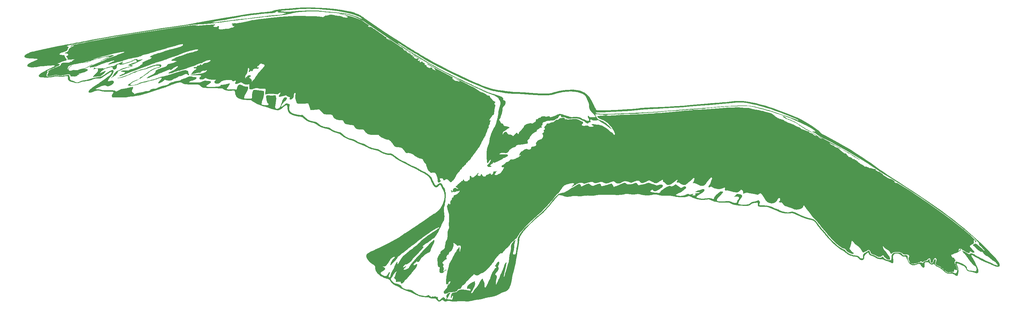
<source format=gbr>
%TF.GenerationSoftware,KiCad,Pcbnew,(6.0.8)*%
%TF.CreationDate,2022-10-22T23:28:30+01:00*%
%TF.ProjectId,bottom_plate,626f7474-6f6d-45f7-906c-6174652e6b69,v1.0.0*%
%TF.SameCoordinates,Original*%
%TF.FileFunction,Copper,L1,Top*%
%TF.FilePolarity,Positive*%
%FSLAX46Y46*%
G04 Gerber Fmt 4.6, Leading zero omitted, Abs format (unit mm)*
G04 Created by KiCad (PCBNEW (6.0.8)) date 2022-10-22 23:28:30*
%MOMM*%
%LPD*%
G01*
G04 APERTURE LIST*
%TA.AperFunction,NonConductor*%
%ADD10C,0.000000*%
%TD*%
G04 APERTURE END LIST*
D10*
G36*
X53273823Y-19857048D02*
G01*
X53143152Y-19638798D01*
X53087585Y-19528623D01*
X53038790Y-19417994D01*
X52996966Y-19307095D01*
X52962306Y-19196110D01*
X52935008Y-19085222D01*
X52915266Y-18974617D01*
X52903278Y-18864477D01*
X52899238Y-18754988D01*
X52897986Y-18646753D01*
X52893749Y-18548247D01*
X52885809Y-18458399D01*
X52873448Y-18376136D01*
X52865384Y-18337514D01*
X52855945Y-18300385D01*
X52845042Y-18264616D01*
X52832583Y-18230073D01*
X52818480Y-18196622D01*
X52802642Y-18164128D01*
X52784980Y-18132458D01*
X52765404Y-18101478D01*
X52743824Y-18071052D01*
X52720149Y-18041048D01*
X52694291Y-18011332D01*
X52666159Y-17981768D01*
X52635664Y-17952223D01*
X52602715Y-17922564D01*
X52529099Y-17862363D01*
X52444589Y-17800094D01*
X52348470Y-17734683D01*
X52240020Y-17665057D01*
X52118522Y-17590144D01*
X51949609Y-17480985D01*
X51783445Y-17360905D01*
X51621153Y-17231355D01*
X51463859Y-17093781D01*
X51312686Y-16949634D01*
X51168760Y-16800361D01*
X51033204Y-16647412D01*
X50907143Y-16492235D01*
X50791702Y-16336278D01*
X50688005Y-16180991D01*
X50597176Y-16027821D01*
X50520340Y-15878219D01*
X50458621Y-15733631D01*
X50413144Y-15595508D01*
X50396847Y-15529322D01*
X50385033Y-15465297D01*
X50377842Y-15403611D01*
X50375413Y-15344447D01*
X50378096Y-15229009D01*
X50382015Y-15175118D01*
X50388158Y-15123418D01*
X50396901Y-15073639D01*
X50408622Y-15025509D01*
X50423699Y-14978758D01*
X50442510Y-14933115D01*
X50465433Y-14888310D01*
X50492844Y-14844072D01*
X50525123Y-14800130D01*
X50562647Y-14756213D01*
X50605794Y-14712051D01*
X50654940Y-14667374D01*
X50710465Y-14621910D01*
X50772746Y-14575388D01*
X50842161Y-14527539D01*
X50919087Y-14478091D01*
X51003902Y-14426773D01*
X51096984Y-14373316D01*
X51198711Y-14317447D01*
X51309460Y-14258898D01*
X51559538Y-14132671D01*
X51850239Y-13992471D01*
X52184585Y-13836131D01*
X52565599Y-13661486D01*
X52996302Y-13466371D01*
X54143147Y-12933419D01*
X55321501Y-12358338D01*
X56486115Y-11765619D01*
X57591734Y-11179757D01*
X58593109Y-10625242D01*
X59444985Y-10126568D01*
X60102112Y-9708226D01*
X60343502Y-9536834D01*
X60519236Y-9394710D01*
X60545589Y-9372912D01*
X60584105Y-9343758D01*
X60694631Y-9265342D01*
X60844818Y-9163388D01*
X61028674Y-9041817D01*
X61240201Y-8904556D01*
X61473405Y-8755529D01*
X61722292Y-8598660D01*
X61980867Y-8437874D01*
X62533849Y-8090275D01*
X63102513Y-7722460D01*
X63619971Y-7378276D01*
X64019334Y-7101570D01*
X64376429Y-6850787D01*
X64778776Y-6577186D01*
X65177071Y-6313832D01*
X65522007Y-6093794D01*
X65696143Y-5982414D01*
X65911089Y-5839583D01*
X66429580Y-5483208D01*
X67009816Y-5071939D01*
X67584132Y-4653047D01*
X67862791Y-4449008D01*
X68144803Y-4247321D01*
X68422417Y-4053211D01*
X68687885Y-3871903D01*
X68933458Y-3708622D01*
X69151388Y-3568593D01*
X69333926Y-3457041D01*
X69473323Y-3379191D01*
X69698002Y-3254689D01*
X69915999Y-3116131D01*
X70127025Y-2964335D01*
X70330791Y-2800115D01*
X70527008Y-2624287D01*
X70715389Y-2437668D01*
X70895644Y-2241073D01*
X71067485Y-2035317D01*
X71230623Y-1821217D01*
X71384770Y-1599588D01*
X71529637Y-1371246D01*
X71664936Y-1137007D01*
X71790379Y-897686D01*
X71905676Y-654099D01*
X72010539Y-407062D01*
X72104680Y-157390D01*
X72187810Y94100D01*
X72259640Y346593D01*
X72319883Y599274D01*
X72368248Y851325D01*
X72404449Y1101933D01*
X72428197Y1350280D01*
X72439202Y1595552D01*
X72437176Y1836932D01*
X72421831Y2073605D01*
X72392878Y2304755D01*
X72350029Y2529566D01*
X72292995Y2747223D01*
X72221488Y2956910D01*
X72135219Y3157811D01*
X72033899Y3349110D01*
X71917241Y3529991D01*
X71898074Y3558182D01*
X71877651Y3590415D01*
X71833763Y3665513D01*
X71787037Y3752302D01*
X71738928Y3847800D01*
X71690894Y3949022D01*
X71644394Y4052987D01*
X71600885Y4156712D01*
X71561824Y4257213D01*
X71519290Y4365557D01*
X71498080Y4414747D01*
X71476847Y4460628D01*
X71455548Y4503211D01*
X71434137Y4542504D01*
X71412570Y4578517D01*
X71390801Y4611260D01*
X71368786Y4640741D01*
X71346479Y4666970D01*
X71323837Y4689956D01*
X71300814Y4709710D01*
X71277365Y4726240D01*
X71253445Y4739556D01*
X71229010Y4749668D01*
X71204015Y4756584D01*
X71178414Y4760314D01*
X71152164Y4760868D01*
X71125218Y4758255D01*
X71097533Y4752485D01*
X71069064Y4743567D01*
X71039765Y4731510D01*
X71009591Y4716323D01*
X70978499Y4698017D01*
X70946442Y4676601D01*
X70913376Y4652084D01*
X70879257Y4624476D01*
X70844039Y4593785D01*
X70807678Y4560022D01*
X70770129Y4523196D01*
X70691285Y4440392D01*
X70621738Y4368084D01*
X70552805Y4303722D01*
X70484435Y4247349D01*
X70416579Y4199007D01*
X70349186Y4158738D01*
X70282207Y4126586D01*
X70215592Y4102591D01*
X70149292Y4086797D01*
X70083255Y4079246D01*
X70017432Y4079979D01*
X69951773Y4089040D01*
X69886229Y4106470D01*
X69820749Y4132313D01*
X69755283Y4166609D01*
X69689781Y4209402D01*
X69624195Y4260734D01*
X69558472Y4320647D01*
X69492564Y4389184D01*
X69426422Y4466386D01*
X69359993Y4552297D01*
X69293230Y4646958D01*
X69226081Y4750411D01*
X69158497Y4862700D01*
X69090429Y4983866D01*
X69021825Y5113952D01*
X68952637Y5252999D01*
X68882814Y5401051D01*
X68812306Y5558149D01*
X68741063Y5724337D01*
X68669036Y5899655D01*
X68522428Y6277855D01*
X68497836Y6339173D01*
X68469790Y6400994D01*
X68403649Y6525867D01*
X68324630Y6651923D01*
X68233362Y6778604D01*
X68130471Y6905358D01*
X68016585Y7031628D01*
X67892329Y7156862D01*
X67758331Y7280503D01*
X67615219Y7401997D01*
X67463619Y7520790D01*
X67304157Y7636327D01*
X67137461Y7748054D01*
X66964158Y7855415D01*
X66784874Y7957856D01*
X66600238Y8054822D01*
X66410874Y8145760D01*
X66252891Y8220992D01*
X66075465Y8310446D01*
X65884628Y8410786D01*
X65686412Y8518677D01*
X65486848Y8630784D01*
X65291967Y8743772D01*
X65107801Y8854306D01*
X64940382Y8959050D01*
X64775660Y9061140D01*
X64599231Y9164065D01*
X64416583Y9265024D01*
X64233206Y9361215D01*
X64054587Y9449836D01*
X63886215Y9528086D01*
X63733578Y9593162D01*
X63602165Y9642262D01*
X63470623Y9690350D01*
X63317616Y9752509D01*
X63148659Y9826144D01*
X62969268Y9908659D01*
X62784955Y9997457D01*
X62601236Y10089942D01*
X62423626Y10183518D01*
X62257640Y10275588D01*
X62079496Y10375397D01*
X61867046Y10491171D01*
X61371057Y10753996D01*
X60833332Y11030830D01*
X60317536Y11288435D01*
X60073266Y11411372D01*
X59828447Y11540692D01*
X59589647Y11672518D01*
X59363437Y11802974D01*
X59156385Y11928184D01*
X58975062Y12044271D01*
X58826036Y12147359D01*
X58765687Y12192817D01*
X58715876Y12233571D01*
X58381036Y12517992D01*
X58234418Y12637906D01*
X58099728Y12744006D01*
X57975512Y12837084D01*
X57860315Y12917927D01*
X57752680Y12987325D01*
X57651155Y13046067D01*
X57554282Y13094943D01*
X57460608Y13134742D01*
X57368677Y13166253D01*
X57277034Y13190265D01*
X57184224Y13207567D01*
X57088793Y13218950D01*
X56989285Y13225201D01*
X56884245Y13227110D01*
X56742383Y13231508D01*
X56591209Y13244395D01*
X56432132Y13265318D01*
X56266560Y13293826D01*
X56095900Y13329464D01*
X55921560Y13371781D01*
X55744950Y13420323D01*
X55567476Y13474638D01*
X55390547Y13534273D01*
X55215571Y13598775D01*
X55043956Y13667691D01*
X54877110Y13740569D01*
X54716440Y13816955D01*
X54563356Y13896398D01*
X54419265Y13978443D01*
X54285575Y14062639D01*
X54202394Y14116783D01*
X54121298Y14167016D01*
X54041308Y14213699D01*
X53961445Y14257190D01*
X53880730Y14297850D01*
X53798183Y14336037D01*
X53712825Y14372113D01*
X53623678Y14406437D01*
X53529761Y14439367D01*
X53430096Y14471265D01*
X53323704Y14502489D01*
X53209605Y14533400D01*
X53086820Y14564357D01*
X52954370Y14595720D01*
X52656559Y14661101D01*
X52346994Y14729754D01*
X52071074Y14799348D01*
X51941836Y14835958D01*
X51816333Y14874557D01*
X51693009Y14915730D01*
X51570303Y14960061D01*
X51446659Y15008134D01*
X51320517Y15060534D01*
X51190319Y15117846D01*
X51054507Y15180654D01*
X50759805Y15325098D01*
X50423945Y15498543D01*
X50180048Y15623884D01*
X49933363Y15745407D01*
X49690659Y15860126D01*
X49458705Y15965051D01*
X49244268Y16057195D01*
X49054118Y16133568D01*
X48895023Y16191185D01*
X48773753Y16227056D01*
X48719986Y16241383D01*
X48659240Y16260176D01*
X48592191Y16283132D01*
X48519514Y16309944D01*
X48359985Y16373918D01*
X48186063Y16449659D01*
X48003159Y16534728D01*
X47816682Y16626685D01*
X47632043Y16723091D01*
X47454652Y16821505D01*
X47260906Y16928481D01*
X47062717Y17030072D01*
X46863116Y17125003D01*
X46665136Y17211995D01*
X46471808Y17289772D01*
X46286166Y17357056D01*
X46111241Y17412572D01*
X46028745Y17435517D01*
X45950065Y17455041D01*
X45792417Y17494718D01*
X45632654Y17541088D01*
X45471255Y17593903D01*
X45308698Y17652916D01*
X45145460Y17717879D01*
X44982020Y17788545D01*
X44818855Y17864665D01*
X44656444Y17945994D01*
X44495266Y18032282D01*
X44335796Y18123282D01*
X44178515Y18218747D01*
X44023900Y18318429D01*
X43872428Y18422080D01*
X43724579Y18529453D01*
X43580829Y18640301D01*
X43441657Y18754376D01*
X43362008Y18820693D01*
X43285721Y18881987D01*
X43212200Y18938571D01*
X43140849Y18990758D01*
X43071073Y19038861D01*
X43002277Y19083194D01*
X42933864Y19124071D01*
X42865238Y19161805D01*
X42795805Y19196709D01*
X42724967Y19229096D01*
X42652131Y19259281D01*
X42576699Y19287576D01*
X42498077Y19314295D01*
X42415668Y19339752D01*
X42328876Y19364259D01*
X42237107Y19388131D01*
X41958900Y19462651D01*
X41694600Y19543608D01*
X41566997Y19586782D01*
X41442068Y19631905D01*
X41319545Y19679090D01*
X41199162Y19728449D01*
X41080651Y19780095D01*
X40963744Y19834142D01*
X40848174Y19890704D01*
X40733673Y19949891D01*
X40619973Y20011819D01*
X40506808Y20076600D01*
X40281010Y20215173D01*
X40227278Y20247970D01*
X40168526Y20280756D01*
X40105007Y20313442D01*
X40036974Y20345938D01*
X39964679Y20378151D01*
X39888375Y20409993D01*
X39808316Y20441372D01*
X39724753Y20472199D01*
X39637939Y20502383D01*
X39548128Y20531832D01*
X39455572Y20560458D01*
X39360523Y20588169D01*
X39263236Y20614876D01*
X39163961Y20640487D01*
X39062952Y20664912D01*
X38960463Y20688061D01*
X38590116Y20772165D01*
X38275067Y20852628D01*
X38134200Y20893141D01*
X38002262Y20934719D01*
X37877621Y20978021D01*
X37758646Y21023706D01*
X37643705Y21072432D01*
X37531165Y21124858D01*
X37419396Y21181643D01*
X37306765Y21243444D01*
X37191640Y21310922D01*
X37072390Y21384733D01*
X36814988Y21553994D01*
X36530619Y21743031D01*
X36403414Y21824294D01*
X36284230Y21897608D01*
X36171592Y21963639D01*
X36064026Y22023054D01*
X35960056Y22076519D01*
X35858210Y22124699D01*
X35757011Y22168262D01*
X35654986Y22207873D01*
X35550661Y22244199D01*
X35442561Y22277905D01*
X35329211Y22309658D01*
X35209136Y22340124D01*
X34942918Y22399859D01*
X34784909Y22434772D01*
X34635551Y22471389D01*
X34493946Y22510171D01*
X34359196Y22551578D01*
X34230403Y22596069D01*
X34106670Y22644104D01*
X33987099Y22696144D01*
X33870792Y22752647D01*
X33756851Y22814075D01*
X33644378Y22880886D01*
X33532476Y22953541D01*
X33420246Y23032500D01*
X33306792Y23118223D01*
X33191214Y23211169D01*
X33072616Y23311798D01*
X32950099Y23420571D01*
X32756173Y23595283D01*
X32673628Y23666285D01*
X32596342Y23728003D01*
X32558651Y23755760D01*
X32521049Y23781651D01*
X32483131Y23805829D01*
X32444486Y23828444D01*
X32404707Y23849650D01*
X32363386Y23869596D01*
X32320115Y23888436D01*
X32274485Y23906322D01*
X32226089Y23923403D01*
X32174519Y23939834D01*
X32119366Y23955765D01*
X32060222Y23971348D01*
X31928330Y24002077D01*
X31775577Y24033236D01*
X31598699Y24066040D01*
X31394431Y24101701D01*
X30890666Y24186456D01*
X30544358Y24250406D01*
X30225064Y24322046D01*
X29931989Y24402050D01*
X29664339Y24491090D01*
X29421318Y24589839D01*
X29202132Y24698969D01*
X29101229Y24757637D01*
X29005987Y24819153D01*
X28916306Y24883600D01*
X28832087Y24951063D01*
X28753231Y25021626D01*
X28679638Y25095372D01*
X28611209Y25172387D01*
X28547845Y25252753D01*
X28489446Y25336556D01*
X28435914Y25423879D01*
X28387148Y25514806D01*
X28343049Y25609421D01*
X28303518Y25707809D01*
X28268456Y25810053D01*
X28211341Y26026447D01*
X28170908Y26259276D01*
X28146363Y26509213D01*
X28133816Y26674949D01*
X28118597Y26820186D01*
X28099906Y26945217D01*
X28089007Y27000249D01*
X28076939Y27050340D01*
X28063601Y27095527D01*
X28048893Y27135847D01*
X28032715Y27171338D01*
X28014966Y27202035D01*
X27995546Y27227977D01*
X27974355Y27249199D01*
X27951293Y27265739D01*
X27926259Y27277634D01*
X27899152Y27284921D01*
X27869873Y27287636D01*
X27838321Y27285816D01*
X27804395Y27279498D01*
X27767997Y27268720D01*
X27729024Y27253518D01*
X27687377Y27233928D01*
X27642956Y27209989D01*
X27595659Y27181736D01*
X27545388Y27149207D01*
X27435518Y27071468D01*
X27312543Y26977065D01*
X27175662Y26866296D01*
X26841915Y26596197D01*
X26692217Y26479512D01*
X26552861Y26374440D01*
X26423019Y26280509D01*
X26301858Y26197245D01*
X26188550Y26124177D01*
X26082263Y26060832D01*
X25982169Y26006738D01*
X25887435Y25961422D01*
X25797233Y25924412D01*
X25710731Y25895235D01*
X25627100Y25873420D01*
X25545510Y25858493D01*
X25465129Y25849982D01*
X25385128Y25847415D01*
X25282289Y25852063D01*
X25160270Y25865080D01*
X25021697Y25885748D01*
X24869194Y25913347D01*
X24532904Y25986469D01*
X24172403Y26078699D01*
X23808694Y26184290D01*
X23462779Y26297497D01*
X23303059Y26355160D01*
X23155663Y26412572D01*
X23023217Y26469015D01*
X22908347Y26523770D01*
X22860685Y26546682D01*
X22805377Y26570780D01*
X22674496Y26621721D01*
X22521061Y26674971D01*
X22350424Y26728910D01*
X22167941Y26781915D01*
X21978965Y26832366D01*
X21788851Y26878642D01*
X21602952Y26919122D01*
X21414422Y26962051D01*
X21213164Y27016344D01*
X21001330Y27081031D01*
X20781075Y27155139D01*
X20554549Y27237698D01*
X20323906Y27327735D01*
X20091299Y27424279D01*
X19858879Y27526359D01*
X19628801Y27633003D01*
X19403216Y27743239D01*
X19184277Y27856096D01*
X18974137Y27970603D01*
X18774948Y28085788D01*
X18588864Y28200680D01*
X18418037Y28314306D01*
X18264619Y28425695D01*
X17829016Y28758297D01*
X16745516Y28758297D01*
X16365223Y28765672D01*
X16008588Y28787849D01*
X15675472Y28824910D01*
X15365738Y28876936D01*
X15079247Y28944006D01*
X14815861Y29026202D01*
X14575442Y29123604D01*
X14357851Y29236293D01*
X14162952Y29364349D01*
X14073967Y29434165D01*
X13990604Y29507853D01*
X13912844Y29585424D01*
X13840670Y29666886D01*
X13774066Y29752252D01*
X13713012Y29841529D01*
X13657494Y29934729D01*
X13607492Y30031861D01*
X13562991Y30132937D01*
X13523972Y30237964D01*
X13462313Y30459919D01*
X13422376Y30697805D01*
X13407431Y30809009D01*
X13389974Y30910487D01*
X13369805Y31002464D01*
X13346725Y31085167D01*
X13320535Y31158821D01*
X13306211Y31192325D01*
X13291034Y31223652D01*
X13274981Y31252830D01*
X13258024Y31279887D01*
X13240141Y31304850D01*
X13221306Y31327750D01*
X13201493Y31348613D01*
X13180678Y31367468D01*
X13158836Y31384343D01*
X13135943Y31399267D01*
X13111972Y31412267D01*
X13086900Y31423372D01*
X13060700Y31432611D01*
X13033349Y31440011D01*
X13004821Y31445600D01*
X12975092Y31449407D01*
X12944136Y31451461D01*
X12911929Y31451788D01*
X12843660Y31447380D01*
X12770086Y31436407D01*
X12589870Y31405971D01*
X12411168Y31381859D01*
X12234414Y31364025D01*
X12060044Y31352425D01*
X11888492Y31347016D01*
X11720194Y31347754D01*
X11555585Y31354595D01*
X11395100Y31367494D01*
X11239174Y31386408D01*
X11088242Y31411294D01*
X10942740Y31442106D01*
X10803102Y31478802D01*
X10669764Y31521336D01*
X10543161Y31569666D01*
X10423728Y31623747D01*
X10311900Y31683535D01*
X9751583Y32008840D01*
X7227763Y32074722D01*
X6272640Y32100866D01*
X5543940Y32126854D01*
X5003703Y32158660D01*
X4792397Y32178611D01*
X4613972Y32202257D01*
X4463683Y32230344D01*
X4336786Y32263620D01*
X4228535Y32302831D01*
X4134187Y32348724D01*
X4048995Y32402046D01*
X3968215Y32463543D01*
X3800912Y32614050D01*
X3705629Y32703300D01*
X3619007Y32781534D01*
X3577894Y32816751D01*
X3537687Y32849490D01*
X3497965Y32879843D01*
X3458309Y32907902D01*
X3418298Y32933760D01*
X3377513Y32957507D01*
X3335533Y32979236D01*
X3291939Y32999040D01*
X3246310Y33017009D01*
X3198227Y33033236D01*
X3147269Y33047813D01*
X3093017Y33060832D01*
X3035050Y33072384D01*
X2972948Y33082563D01*
X2906293Y33091459D01*
X2834662Y33099164D01*
X2757637Y33105772D01*
X2674798Y33111373D01*
X2585724Y33116059D01*
X2489996Y33119924D01*
X2276896Y33125553D01*
X2032139Y33128996D01*
X1434210Y33132266D01*
X744011Y33138109D01*
X183414Y33151949D01*
X-265424Y33176348D01*
X-453509Y33193309D01*
X-620343Y33213870D01*
X-768159Y33238352D01*
X-899185Y33267076D01*
X-1015652Y33300361D01*
X-1119790Y33338528D01*
X-1213829Y33381898D01*
X-1299999Y33430790D01*
X-1380530Y33485525D01*
X-1457653Y33546423D01*
X-1500784Y33578902D01*
X-1548534Y33607576D01*
X-1600993Y33632423D01*
X-1658254Y33653421D01*
X-1720410Y33670550D01*
X-1787552Y33683788D01*
X-1859773Y33693114D01*
X-1937164Y33698505D01*
X-2019819Y33699942D01*
X-2107829Y33697403D01*
X-2201286Y33690865D01*
X-2300283Y33680309D01*
X-2515264Y33647055D01*
X-2753510Y33597468D01*
X-3015758Y33531379D01*
X-3302745Y33448616D01*
X-3615208Y33349009D01*
X-3953886Y33232388D01*
X-4319515Y33098581D01*
X-4712833Y32947419D01*
X-5134578Y32778729D01*
X-5585486Y32592342D01*
X-5770886Y32516205D01*
X-5962997Y32440240D01*
X-6156246Y32366462D01*
X-6345059Y32296887D01*
X-6523861Y32233531D01*
X-6687079Y32178410D01*
X-6829139Y32133539D01*
X-6944468Y32100933D01*
X-7059795Y32069858D01*
X-7201854Y32029339D01*
X-7543875Y31926825D01*
X-7925937Y31807094D01*
X-8303449Y31683846D01*
X-11031960Y30784379D01*
X-12007665Y30478133D01*
X-12791023Y30249058D01*
X-13432050Y30083292D01*
X-13980759Y29966971D01*
X-14487165Y29886229D01*
X-15001285Y29827203D01*
X-15477550Y29774897D01*
X-15984982Y29710387D01*
X-16462899Y29641869D01*
X-16671827Y29608668D01*
X-16850620Y29577538D01*
X-17068184Y29542321D01*
X-17307672Y29513318D01*
X-17572937Y29490350D01*
X-17867830Y29473240D01*
X-18196204Y29461810D01*
X-18561909Y29455883D01*
X-18968799Y29455278D01*
X-19420725Y29459820D01*
X-21209265Y29486343D01*
X-21304725Y29758007D01*
X-21316980Y29794751D01*
X-21327331Y29829933D01*
X-21335766Y29863706D01*
X-21342272Y29896220D01*
X-21346838Y29927628D01*
X-21349451Y29958079D01*
X-21350099Y29987727D01*
X-21348769Y30016722D01*
X-21345450Y30045215D01*
X-21340129Y30073359D01*
X-21332793Y30101304D01*
X-21323431Y30129202D01*
X-21312030Y30157205D01*
X-21298579Y30185465D01*
X-21283064Y30214131D01*
X-21265474Y30243356D01*
X-21078150Y30538184D01*
X-21006672Y30655621D01*
X-20977341Y30707504D01*
X-20952610Y30755080D01*
X-20932727Y30798538D01*
X-20917938Y30838066D01*
X-20908489Y30873851D01*
X-20904627Y30906081D01*
X-20906598Y30934946D01*
X-20914649Y30960632D01*
X-20929026Y30983328D01*
X-20949975Y31003222D01*
X-20977743Y31020502D01*
X-21012577Y31035355D01*
X-21054723Y31047971D01*
X-21104427Y31058537D01*
X-21161936Y31067242D01*
X-21227497Y31074272D01*
X-21301355Y31079816D01*
X-21383758Y31084064D01*
X-21575182Y31089417D01*
X-21803740Y31091836D01*
X-22380149Y31093890D01*
X-22788679Y31097736D01*
X-23130178Y31105537D01*
X-23415802Y31118437D01*
X-23656703Y31137577D01*
X-23864036Y31164098D01*
X-24048957Y31199145D01*
X-24222618Y31243858D01*
X-24396174Y31299380D01*
X-24518739Y31338766D01*
X-24639742Y31371236D01*
X-24760223Y31396672D01*
X-24881222Y31414958D01*
X-25003777Y31425976D01*
X-25128929Y31429608D01*
X-25257718Y31425739D01*
X-25391182Y31414250D01*
X-25530361Y31395025D01*
X-25676294Y31367946D01*
X-25830023Y31332896D01*
X-25992585Y31289759D01*
X-26165020Y31238416D01*
X-26348368Y31178751D01*
X-26543669Y31110647D01*
X-26751961Y31033987D01*
X-27006434Y30941762D01*
X-27117266Y30904758D01*
X-27217938Y30873772D01*
X-27309033Y30848761D01*
X-27391133Y30829685D01*
X-27464822Y30816503D01*
X-27530680Y30809172D01*
X-27589290Y30807652D01*
X-27641236Y30811901D01*
X-27687099Y30821878D01*
X-27727461Y30837541D01*
X-27762906Y30858849D01*
X-27794016Y30885761D01*
X-27821373Y30918236D01*
X-27845559Y30956231D01*
X-27863419Y30993341D01*
X-27876267Y31031891D01*
X-27884097Y31071884D01*
X-27886905Y31113327D01*
X-27884688Y31156222D01*
X-27877440Y31200575D01*
X-27865157Y31246389D01*
X-27847835Y31293669D01*
X-27825469Y31342420D01*
X-27798055Y31392645D01*
X-27765589Y31444350D01*
X-27728066Y31497538D01*
X-27685482Y31552214D01*
X-27637832Y31608382D01*
X-27585112Y31666047D01*
X-27527317Y31725212D01*
X-27464444Y31785883D01*
X-27396487Y31848064D01*
X-27323443Y31911758D01*
X-27245307Y31976971D01*
X-27073740Y32111970D01*
X-26881753Y32253095D01*
X-26669309Y32400381D01*
X-26436374Y32553862D01*
X-26182912Y32713575D01*
X-25908889Y32879553D01*
X-25744124Y32979222D01*
X-25578472Y33082520D01*
X-25416413Y33186448D01*
X-25262427Y33288008D01*
X-25120992Y33384202D01*
X-24996587Y33472029D01*
X-24893693Y33548492D01*
X-24816788Y33610592D01*
X-24732222Y33679641D01*
X-24607370Y33776015D01*
X-24448251Y33895319D01*
X-24260884Y34033159D01*
X-23825483Y34346871D01*
X-23349317Y34681997D01*
X-22870456Y35016605D01*
X-22496231Y35283618D01*
X-22210497Y35497091D01*
X-22095768Y35588140D01*
X-21997107Y35671074D01*
X-21912496Y35747649D01*
X-21839916Y35819621D01*
X-21777349Y35888747D01*
X-21722777Y35956784D01*
X-21674182Y36025488D01*
X-21629545Y36096616D01*
X-21544073Y36253169D01*
X-21487315Y36368351D01*
X-21463828Y36419960D01*
X-21443690Y36467573D01*
X-21426966Y36511181D01*
X-21413722Y36550778D01*
X-21404023Y36586356D01*
X-21397934Y36617910D01*
X-21395521Y36645430D01*
X-21396850Y36668911D01*
X-21401986Y36688345D01*
X-21406002Y36696543D01*
X-21410993Y36703726D01*
X-21416970Y36709894D01*
X-21423939Y36715046D01*
X-21431909Y36719180D01*
X-21440887Y36722297D01*
X-21461904Y36725474D01*
X-21487055Y36724568D01*
X-21516405Y36719574D01*
X-21550020Y36710483D01*
X-21587965Y36697288D01*
X-21630306Y36679983D01*
X-21677108Y36658561D01*
X-21728436Y36633014D01*
X-21784356Y36603335D01*
X-21844934Y36569517D01*
X-21980322Y36489437D01*
X-22135125Y36392717D01*
X-22309866Y36279300D01*
X-22505068Y36149128D01*
X-23200112Y35681041D01*
X-23723308Y35333573D01*
X-24109163Y35089787D01*
X-24261370Y35001483D01*
X-24392182Y34932748D01*
X-24505912Y34881467D01*
X-24606873Y34845522D01*
X-24699378Y34822796D01*
X-24787741Y34811173D01*
X-24876275Y34808534D01*
X-24969293Y34812764D01*
X-25186036Y34833361D01*
X-25275276Y34841585D01*
X-25358806Y34847753D01*
X-25437568Y34851721D01*
X-25512503Y34853342D01*
X-25584550Y34852472D01*
X-25654652Y34848964D01*
X-25723747Y34842673D01*
X-25792777Y34833454D01*
X-25862684Y34821161D01*
X-25934406Y34805648D01*
X-26008885Y34786771D01*
X-26087062Y34764383D01*
X-26169877Y34738339D01*
X-26258272Y34708493D01*
X-26455559Y34636816D01*
X-26757377Y34529735D01*
X-27074696Y34429130D01*
X-27404317Y34335758D01*
X-27743042Y34250377D01*
X-28087670Y34173747D01*
X-28435003Y34106625D01*
X-28781841Y34049770D01*
X-29124985Y34003939D01*
X-29262154Y33984800D01*
X-29410268Y33958750D01*
X-29564646Y33926949D01*
X-29720604Y33890553D01*
X-29873461Y33850722D01*
X-30018535Y33808614D01*
X-30151142Y33765385D01*
X-30266601Y33722195D01*
X-30377632Y33679449D01*
X-30487602Y33641825D01*
X-30596420Y33609330D01*
X-30703991Y33581965D01*
X-30810224Y33559735D01*
X-30915026Y33542644D01*
X-31018303Y33530697D01*
X-31119964Y33523895D01*
X-31219916Y33522244D01*
X-31318065Y33525748D01*
X-31414320Y33534410D01*
X-31508586Y33548234D01*
X-31600773Y33567225D01*
X-31690786Y33591386D01*
X-31778534Y33620721D01*
X-31863923Y33655233D01*
X-31898703Y33669843D01*
X-31937035Y33684625D01*
X-32022793Y33714299D01*
X-32118064Y33743445D01*
X-32219716Y33771252D01*
X-32324618Y33796910D01*
X-32429637Y33819607D01*
X-32531642Y33838533D01*
X-32627501Y33852877D01*
X-32689936Y33862350D01*
X-32751489Y33874575D01*
X-32812075Y33889459D01*
X-32871606Y33906909D01*
X-32929996Y33926833D01*
X-32987158Y33949138D01*
X-33043006Y33973732D01*
X-33097453Y34000522D01*
X-33150412Y34029416D01*
X-33201797Y34060321D01*
X-33251521Y34093143D01*
X-33299498Y34127792D01*
X-33345640Y34164174D01*
X-33389862Y34202197D01*
X-33432077Y34241767D01*
X-33472197Y34282793D01*
X-33510138Y34325182D01*
X-33545810Y34368841D01*
X-33579130Y34413677D01*
X-33610008Y34459599D01*
X-33638360Y34506513D01*
X-33664098Y34554327D01*
X-33687136Y34602948D01*
X-33707387Y34652284D01*
X-33724764Y34702243D01*
X-33739181Y34752731D01*
X-33750552Y34803655D01*
X-33758789Y34854924D01*
X-33763806Y34906445D01*
X-33765517Y34958125D01*
X-33763834Y35009872D01*
X-33758672Y35061593D01*
X-33747089Y35153213D01*
X-33739429Y35233379D01*
X-33737509Y35269307D01*
X-33737095Y35302540D01*
X-33738363Y35333134D01*
X-33741489Y35361144D01*
X-33746647Y35386629D01*
X-33754013Y35409642D01*
X-33763762Y35430241D01*
X-33776069Y35448482D01*
X-33791110Y35464421D01*
X-33809060Y35478113D01*
X-33830094Y35489615D01*
X-33854388Y35498984D01*
X-33882117Y35506275D01*
X-33913457Y35511544D01*
X-33948581Y35514848D01*
X-33987666Y35516243D01*
X-34030887Y35515784D01*
X-34078420Y35513529D01*
X-34130439Y35509532D01*
X-34187121Y35503851D01*
X-34315170Y35487659D01*
X-34463970Y35465401D01*
X-34634925Y35437527D01*
X-34829435Y35404485D01*
X-35107938Y35358539D01*
X-35342613Y35324860D01*
X-35446891Y35312540D01*
X-35544264Y35303189D01*
X-35636082Y35296776D01*
X-35723695Y35293266D01*
X-35808454Y35292629D01*
X-35891710Y35294830D01*
X-35974813Y35299838D01*
X-36059112Y35307621D01*
X-36145960Y35318145D01*
X-36236706Y35331378D01*
X-36435296Y35365841D01*
X-36642538Y35402479D01*
X-36733774Y35416254D01*
X-36819053Y35426857D01*
X-36900100Y35434179D01*
X-36978639Y35438112D01*
X-37056394Y35438549D01*
X-37135091Y35435381D01*
X-37216454Y35428501D01*
X-37302206Y35417800D01*
X-37394074Y35403171D01*
X-37493781Y35384506D01*
X-37603052Y35361696D01*
X-37723611Y35334633D01*
X-38005493Y35267321D01*
X-38221189Y35221852D01*
X-38463819Y35183344D01*
X-38728220Y35151715D01*
X-39009226Y35126881D01*
X-39600400Y35097265D01*
X-40196029Y35093828D01*
X-40754800Y35115902D01*
X-41007453Y35136298D01*
X-41235399Y35162822D01*
X-41433473Y35195390D01*
X-41596513Y35233918D01*
X-41719353Y35278324D01*
X-41764085Y35302705D01*
X-41796830Y35328524D01*
X-41837199Y35372668D01*
X-41870518Y35417469D01*
X-41896652Y35463034D01*
X-41915470Y35509468D01*
X-41926836Y35556875D01*
X-41930618Y35605361D01*
X-41926681Y35655032D01*
X-41916387Y35699533D01*
X-39748515Y35699533D01*
X-39744601Y35635181D01*
X-39740703Y35605936D01*
X-39735454Y35578931D01*
X-39728813Y35554382D01*
X-39720737Y35532505D01*
X-39711186Y35513513D01*
X-39700117Y35497622D01*
X-39683282Y35479773D01*
X-39663515Y35463223D01*
X-39640866Y35447969D01*
X-39615384Y35434009D01*
X-39587117Y35421342D01*
X-39556115Y35409967D01*
X-39522428Y35399880D01*
X-39486104Y35391081D01*
X-39447192Y35383567D01*
X-39405742Y35377337D01*
X-39315423Y35368721D01*
X-39215540Y35365219D01*
X-39106487Y35366817D01*
X-38988656Y35373500D01*
X-38862442Y35385254D01*
X-38728237Y35402064D01*
X-38586434Y35423916D01*
X-38437428Y35450797D01*
X-38281610Y35482691D01*
X-38119375Y35519584D01*
X-37951116Y35561462D01*
X-37711022Y35621954D01*
X-37607088Y35646243D01*
X-37511847Y35666672D01*
X-37423762Y35683325D01*
X-37341298Y35696286D01*
X-37262916Y35705639D01*
X-37187082Y35711467D01*
X-37112258Y35713854D01*
X-37036908Y35712884D01*
X-36959495Y35708641D01*
X-36878483Y35701208D01*
X-36792336Y35690670D01*
X-36699516Y35677110D01*
X-36487713Y35641259D01*
X-36279116Y35606720D01*
X-36183589Y35593595D01*
X-36091753Y35583304D01*
X-36001988Y35575901D01*
X-35912677Y35571437D01*
X-35822202Y35569966D01*
X-35728944Y35571542D01*
X-35631284Y35576217D01*
X-35527605Y35584044D01*
X-35416288Y35595077D01*
X-35295716Y35609369D01*
X-35020329Y35647940D01*
X-34688500Y35700183D01*
X-34282351Y35761785D01*
X-34109709Y35783920D01*
X-33956171Y35800090D01*
X-33820846Y35810155D01*
X-33702846Y35813975D01*
X-33601280Y35811408D01*
X-33515260Y35802316D01*
X-33443897Y35786556D01*
X-33386300Y35763990D01*
X-33362386Y35750110D01*
X-33341580Y35734476D01*
X-33323772Y35717070D01*
X-33308849Y35697875D01*
X-33296701Y35676872D01*
X-33287217Y35654045D01*
X-33275794Y35602847D01*
X-33273691Y35544139D01*
X-33280019Y35477783D01*
X-33282435Y35457274D01*
X-33283743Y35436698D01*
X-33283983Y35416187D01*
X-33283191Y35395876D01*
X-33281405Y35375899D01*
X-33278662Y35356391D01*
X-33274999Y35337484D01*
X-33270455Y35319314D01*
X-33265067Y35302014D01*
X-33258871Y35285718D01*
X-33251907Y35270561D01*
X-33244210Y35256677D01*
X-33235819Y35244199D01*
X-33226771Y35233262D01*
X-33217104Y35223999D01*
X-33212050Y35220038D01*
X-33206855Y35216546D01*
X-33201702Y35212999D01*
X-33196771Y35208874D01*
X-33192064Y35204190D01*
X-33187584Y35198967D01*
X-33183335Y35193224D01*
X-33179317Y35186981D01*
X-33175534Y35180256D01*
X-33171990Y35173071D01*
X-33168685Y35165444D01*
X-33165624Y35157394D01*
X-33162808Y35148941D01*
X-33160241Y35140104D01*
X-33155863Y35121359D01*
X-33152510Y35101313D01*
X-33150204Y35080123D01*
X-33148967Y35057944D01*
X-33148820Y35034932D01*
X-33149783Y35011242D01*
X-33151880Y34987032D01*
X-33155130Y34962456D01*
X-33159556Y34937669D01*
X-33165179Y34912829D01*
X-33171709Y34882992D01*
X-33176279Y34853419D01*
X-33178915Y34824140D01*
X-33179645Y34795183D01*
X-33178493Y34766578D01*
X-33175488Y34738352D01*
X-33170656Y34710535D01*
X-33164023Y34683155D01*
X-33155617Y34656241D01*
X-33145463Y34629821D01*
X-33133589Y34603926D01*
X-33120021Y34578583D01*
X-33104786Y34553821D01*
X-33087911Y34529669D01*
X-33069421Y34506156D01*
X-33049344Y34483310D01*
X-33027707Y34461161D01*
X-33004536Y34439736D01*
X-32979858Y34419066D01*
X-32953699Y34399177D01*
X-32926086Y34380100D01*
X-32897047Y34361863D01*
X-32866606Y34344495D01*
X-32834792Y34328025D01*
X-32801630Y34312480D01*
X-32767148Y34297891D01*
X-32731372Y34284286D01*
X-32694329Y34271693D01*
X-32656045Y34260142D01*
X-32616547Y34249661D01*
X-32575861Y34240279D01*
X-32534015Y34232025D01*
X-32496141Y34224312D01*
X-32455108Y34214371D01*
X-32411309Y34202359D01*
X-32365137Y34188430D01*
X-32267241Y34155447D01*
X-32164558Y34116668D01*
X-32060228Y34073338D01*
X-31957389Y34026703D01*
X-31859180Y33978008D01*
X-31812794Y33953278D01*
X-31768741Y33928500D01*
X-31681033Y33880649D01*
X-31594921Y33839817D01*
X-31509845Y33806038D01*
X-31425246Y33779347D01*
X-31382951Y33768671D01*
X-31340565Y33759780D01*
X-31298018Y33752679D01*
X-31255241Y33747373D01*
X-31212164Y33743865D01*
X-31168717Y33742160D01*
X-31124829Y33742263D01*
X-31080431Y33744178D01*
X-31035454Y33747909D01*
X-30989826Y33753461D01*
X-30896342Y33770046D01*
X-30799419Y33793967D01*
X-30698498Y33825260D01*
X-30593020Y33863960D01*
X-30482425Y33910103D01*
X-30366154Y33963724D01*
X-30243648Y34024859D01*
X-30200394Y34045709D01*
X-30151436Y34066676D01*
X-30097323Y34087621D01*
X-30038602Y34108406D01*
X-29975822Y34128893D01*
X-29909531Y34148943D01*
X-29768610Y34187178D01*
X-29620226Y34222006D01*
X-29468765Y34252316D01*
X-29318613Y34277003D01*
X-29245400Y34286891D01*
X-29174158Y34294958D01*
X-29009926Y34317400D01*
X-28803092Y34354946D01*
X-28562019Y34405586D01*
X-28295067Y34467312D01*
X-28010597Y34538113D01*
X-27716969Y34615982D01*
X-27422546Y34698909D01*
X-27135686Y34784884D01*
X-26808980Y34883433D01*
X-26505945Y34969344D01*
X-26226750Y35042582D01*
X-25971565Y35103109D01*
X-25740557Y35150886D01*
X-25533895Y35185878D01*
X-25351748Y35208045D01*
X-25194285Y35217352D01*
X-25069904Y35223282D01*
X-24945917Y35236601D01*
X-24820907Y35258024D01*
X-24693460Y35288265D01*
X-24562158Y35328043D01*
X-24425586Y35378070D01*
X-24282327Y35439065D01*
X-24130966Y35511742D01*
X-23970086Y35596817D01*
X-23798270Y35695005D01*
X-23614105Y35807023D01*
X-23416171Y35933586D01*
X-23203054Y36075410D01*
X-22973338Y36233211D01*
X-22725606Y36407704D01*
X-22458442Y36599605D01*
X-22298478Y36712556D01*
X-22146323Y36814222D01*
X-22002068Y36904752D01*
X-21865808Y36984294D01*
X-21737635Y37052995D01*
X-21617642Y37111003D01*
X-21505923Y37158467D01*
X-21402569Y37195534D01*
X-21307676Y37222353D01*
X-21221334Y37239071D01*
X-21143638Y37245837D01*
X-21074680Y37242799D01*
X-21014554Y37230103D01*
X-20963351Y37207900D01*
X-20921167Y37176336D01*
X-20888093Y37135560D01*
X-20864222Y37085720D01*
X-20849647Y37026963D01*
X-20844462Y36959438D01*
X-20848760Y36883293D01*
X-20862633Y36798675D01*
X-20886175Y36705733D01*
X-20919478Y36604615D01*
X-20962636Y36495469D01*
X-21015741Y36378442D01*
X-21078887Y36253684D01*
X-21152167Y36121341D01*
X-21235673Y35981562D01*
X-21329499Y35834495D01*
X-21433737Y35680288D01*
X-21548481Y35519089D01*
X-21673824Y35351046D01*
X-21978478Y34946308D01*
X-22102647Y34776352D01*
X-22208597Y34626658D01*
X-22296740Y34496216D01*
X-22367490Y34384015D01*
X-22421261Y34289046D01*
X-22458467Y34210298D01*
X-22479520Y34146761D01*
X-22484119Y34120382D01*
X-22484835Y34097426D01*
X-22481720Y34077768D01*
X-22474825Y34061281D01*
X-22464203Y34047840D01*
X-22449904Y34037318D01*
X-22431981Y34029588D01*
X-22410486Y34024525D01*
X-22356983Y34021893D01*
X-22289810Y34028410D01*
X-22209380Y34043069D01*
X-21816201Y34124944D01*
X-21515052Y34181887D01*
X-21394366Y34200659D01*
X-21291143Y34212778D01*
X-21203532Y34218104D01*
X-21129686Y34216496D01*
X-21067756Y34207815D01*
X-21015893Y34191920D01*
X-20993159Y34181224D01*
X-20972249Y34168672D01*
X-20934975Y34137930D01*
X-20902222Y34099555D01*
X-20872143Y34053405D01*
X-20842887Y33999342D01*
X-20812608Y33937225D01*
X-20794390Y33885595D01*
X-20786933Y33831195D01*
X-20789674Y33774384D01*
X-20802051Y33715518D01*
X-20823501Y33654957D01*
X-20853462Y33593058D01*
X-20891370Y33530179D01*
X-20936664Y33466678D01*
X-20988781Y33402914D01*
X-21047158Y33339244D01*
X-21111233Y33276027D01*
X-21180443Y33213620D01*
X-21254226Y33152383D01*
X-21332018Y33092671D01*
X-21413258Y33034845D01*
X-21497383Y32979262D01*
X-21583830Y32926279D01*
X-21672037Y32876256D01*
X-21761441Y32829549D01*
X-21851479Y32786518D01*
X-21941589Y32747520D01*
X-22031209Y32712914D01*
X-22119775Y32683057D01*
X-22206725Y32658307D01*
X-22291498Y32639022D01*
X-22373529Y32625562D01*
X-22452257Y32618283D01*
X-22527118Y32617543D01*
X-22597551Y32623702D01*
X-22662993Y32637117D01*
X-22722881Y32658145D01*
X-22776652Y32687145D01*
X-22820633Y32714507D01*
X-22865529Y32739516D01*
X-22911413Y32762162D01*
X-22958357Y32782433D01*
X-23006435Y32800318D01*
X-23055720Y32815804D01*
X-23106285Y32828882D01*
X-23158203Y32839539D01*
X-23211548Y32847764D01*
X-23266391Y32853546D01*
X-23322807Y32856873D01*
X-23380868Y32857733D01*
X-23440648Y32856116D01*
X-23502219Y32852010D01*
X-23565655Y32845403D01*
X-23631028Y32836284D01*
X-23767880Y32810464D01*
X-23913359Y32774459D01*
X-24068050Y32728177D01*
X-24232538Y32671527D01*
X-24407407Y32604418D01*
X-24593241Y32526758D01*
X-24790626Y32438455D01*
X-25000145Y32339419D01*
X-26067916Y31822640D01*
X-25242822Y31762280D01*
X-25071282Y31747758D01*
X-24900046Y31729610D01*
X-24733663Y31708561D01*
X-24576681Y31685339D01*
X-24433651Y31660669D01*
X-24309120Y31635279D01*
X-24207637Y31609896D01*
X-24166961Y31597433D01*
X-24133752Y31585244D01*
X-24101765Y31573381D01*
X-24064673Y31561904D01*
X-24022923Y31550870D01*
X-23976962Y31540336D01*
X-23927241Y31530358D01*
X-23874205Y31520994D01*
X-23759984Y31504335D01*
X-23637882Y31490815D01*
X-23511482Y31480889D01*
X-23384367Y31475012D01*
X-23321662Y31473735D01*
X-23260122Y31473641D01*
X-21630256Y31483677D01*
X-21119688Y31479679D01*
X-20768159Y31466906D01*
X-20641752Y31456581D01*
X-20542766Y31443284D01*
X-20467088Y31426756D01*
X-20410605Y31406738D01*
X-20369205Y31382971D01*
X-20338773Y31355195D01*
X-20294367Y31286581D01*
X-20275816Y31253005D01*
X-20266832Y31238060D01*
X-20257837Y31224395D01*
X-20248680Y31212051D01*
X-20239208Y31201065D01*
X-20229270Y31191478D01*
X-20224079Y31187221D01*
X-20218713Y31183328D01*
X-20213155Y31179805D01*
X-20207384Y31176656D01*
X-20201383Y31173885D01*
X-20195132Y31171499D01*
X-20188611Y31169501D01*
X-20181803Y31167897D01*
X-20174687Y31166691D01*
X-20167245Y31165889D01*
X-20159458Y31165495D01*
X-20151307Y31165515D01*
X-20142772Y31165952D01*
X-20133835Y31166813D01*
X-20114678Y31169823D01*
X-20093683Y31174584D01*
X-20070697Y31181136D01*
X-20045569Y31189517D01*
X-20018146Y31199766D01*
X-19988275Y31211923D01*
X-19955804Y31226028D01*
X-19920582Y31242118D01*
X-19882454Y31260234D01*
X-19841270Y31280414D01*
X-19796877Y31302698D01*
X-19749122Y31327125D01*
X-19642919Y31382564D01*
X-19521441Y31447046D01*
X-19383470Y31520883D01*
X-19191732Y31621066D01*
X-19018433Y31706115D01*
X-18863615Y31776015D01*
X-18793150Y31805279D01*
X-18727322Y31830750D01*
X-18666136Y31852425D01*
X-18609597Y31870303D01*
X-18557711Y31884382D01*
X-18510482Y31894661D01*
X-18467917Y31901136D01*
X-18430021Y31903806D01*
X-18396798Y31902669D01*
X-18368255Y31897723D01*
X-18340124Y31893770D01*
X-18299557Y31893161D01*
X-18247329Y31895762D01*
X-18184214Y31901437D01*
X-18110985Y31910050D01*
X-18028415Y31921469D01*
X-17838350Y31952178D01*
X-17620209Y31992486D01*
X-17380179Y32041311D01*
X-17124451Y32097574D01*
X-16859214Y32160195D01*
X-16323466Y32287958D01*
X-16104920Y32336331D01*
X-15917163Y32373894D01*
X-15758625Y32400292D01*
X-15627733Y32415172D01*
X-15522916Y32418179D01*
X-15479794Y32415120D01*
X-15442602Y32408960D01*
X-15411142Y32399655D01*
X-15385219Y32387160D01*
X-15364635Y32371433D01*
X-15349196Y32352427D01*
X-15338703Y32330099D01*
X-15332961Y32304404D01*
X-15331772Y32275299D01*
X-15334942Y32242740D01*
X-15353567Y32167078D01*
X-15387266Y32077067D01*
X-15434466Y31972352D01*
X-15493596Y31852578D01*
X-15544512Y31747556D01*
X-15587183Y31649362D01*
X-15621528Y31557609D01*
X-15647470Y31471910D01*
X-15657265Y31431209D01*
X-15664929Y31391876D01*
X-15670453Y31353862D01*
X-15673827Y31317120D01*
X-15675041Y31281600D01*
X-15674085Y31247254D01*
X-15670950Y31214034D01*
X-15665625Y31181892D01*
X-15658100Y31150777D01*
X-15648367Y31120644D01*
X-15636414Y31091442D01*
X-15622232Y31063124D01*
X-15605812Y31035641D01*
X-15587143Y31008944D01*
X-15566216Y30982986D01*
X-15543021Y30957717D01*
X-15517547Y30933090D01*
X-15489786Y30909055D01*
X-15459727Y30885564D01*
X-15427360Y30862570D01*
X-15355664Y30817875D01*
X-15274620Y30774581D01*
X-15246967Y30760139D01*
X-15220337Y30744934D01*
X-15194856Y30729094D01*
X-15170653Y30712747D01*
X-15147854Y30696023D01*
X-15126587Y30679049D01*
X-15106980Y30661954D01*
X-15089159Y30644867D01*
X-15073252Y30627916D01*
X-15059386Y30611228D01*
X-15047689Y30594934D01*
X-15038289Y30579160D01*
X-15031311Y30564036D01*
X-15028771Y30556758D01*
X-15026885Y30549690D01*
X-15025668Y30542849D01*
X-15025137Y30536251D01*
X-15025307Y30529911D01*
X-15026194Y30523846D01*
X-15031381Y30498202D01*
X-15035085Y30476053D01*
X-15036247Y30466301D01*
X-15036876Y30457437D01*
X-15036919Y30449467D01*
X-15036322Y30442396D01*
X-15035031Y30436228D01*
X-15032992Y30430969D01*
X-15031675Y30428682D01*
X-15030151Y30426624D01*
X-15028413Y30424796D01*
X-15026454Y30423198D01*
X-15024268Y30421831D01*
X-15021848Y30420696D01*
X-15016278Y30419122D01*
X-15009690Y30418483D01*
X-15002031Y30418782D01*
X-14993247Y30420026D01*
X-14983284Y30422219D01*
X-14972087Y30425366D01*
X-14959604Y30429472D01*
X-14945780Y30434542D01*
X-14930561Y30440582D01*
X-14913893Y30447596D01*
X-14895723Y30455590D01*
X-14854658Y30474535D01*
X-14806937Y30497459D01*
X-14752127Y30524402D01*
X-14689797Y30555404D01*
X-14656098Y30570800D01*
X-14615868Y30586712D01*
X-14569636Y30603016D01*
X-14517927Y30619591D01*
X-14400189Y30653059D01*
X-14266870Y30686134D01*
X-14122184Y30717836D01*
X-13970347Y30747182D01*
X-13815574Y30773190D01*
X-13662081Y30794879D01*
X-13502620Y30817619D01*
X-13330744Y30846614D01*
X-13151868Y30880674D01*
X-12971407Y30918610D01*
X-12794774Y30959231D01*
X-12627384Y31001349D01*
X-12474652Y31043772D01*
X-12341991Y31085311D01*
X-12214657Y31124971D01*
X-12077189Y31161962D01*
X-11933931Y31195476D01*
X-11789226Y31224707D01*
X-11647420Y31248848D01*
X-11512856Y31267090D01*
X-11389879Y31278628D01*
X-11334094Y31281630D01*
X-11282834Y31282653D01*
X-11218018Y31283250D01*
X-11157563Y31285094D01*
X-11101212Y31288266D01*
X-11048707Y31292844D01*
X-10999789Y31298911D01*
X-10954202Y31306544D01*
X-10911687Y31315826D01*
X-10871987Y31326835D01*
X-10834843Y31339653D01*
X-10799999Y31354358D01*
X-10767196Y31371031D01*
X-10736176Y31389753D01*
X-10706682Y31410603D01*
X-10678456Y31433662D01*
X-10651241Y31459009D01*
X-10624778Y31486724D01*
X-10568846Y31545604D01*
X-10511647Y31599884D01*
X-10452865Y31649682D01*
X-10392187Y31695115D01*
X-10329299Y31736299D01*
X-10263886Y31773353D01*
X-10195634Y31806393D01*
X-10124230Y31835536D01*
X-10049360Y31860898D01*
X-9970708Y31882598D01*
X-9887962Y31900752D01*
X-9800806Y31915477D01*
X-9708928Y31926890D01*
X-9612013Y31935108D01*
X-9509746Y31940248D01*
X-9401814Y31942428D01*
X-9343496Y31943628D01*
X-9284224Y31946280D01*
X-9164407Y31955653D01*
X-9045541Y31969969D01*
X-8930804Y31988653D01*
X-8823375Y32011127D01*
X-8773395Y32023605D01*
X-8726432Y32036814D01*
X-8682887Y32050683D01*
X-8643154Y32065138D01*
X-8607632Y32080109D01*
X-8576718Y32095522D01*
X-8317148Y32233524D01*
X-8073611Y32353583D01*
X-7956209Y32407492D01*
X-7840838Y32457647D01*
X-7726839Y32504289D01*
X-7613554Y32547664D01*
X-7500324Y32588013D01*
X-7386490Y32625582D01*
X-7271393Y32660612D01*
X-7154374Y32693348D01*
X-7034774Y32724034D01*
X-6911933Y32752912D01*
X-6653898Y32806219D01*
X-6360662Y32865483D01*
X-6230669Y32894854D01*
X-6110844Y32924427D01*
X-6000501Y32954485D01*
X-5898953Y32985310D01*
X-5805514Y33017185D01*
X-5719497Y33050392D01*
X-5640217Y33085214D01*
X-5566986Y33121933D01*
X-5499118Y33160832D01*
X-5435927Y33202193D01*
X-5376727Y33246298D01*
X-5320830Y33293430D01*
X-5267551Y33343872D01*
X-5216204Y33397906D01*
X-5187970Y33424654D01*
X-5150784Y33452674D01*
X-5051552Y33511972D01*
X-4922507Y33574689D01*
X-4767648Y33639710D01*
X-4590976Y33705924D01*
X-4396490Y33772217D01*
X-4188189Y33837478D01*
X-3970073Y33900593D01*
X-3746141Y33960450D01*
X-3520394Y34015936D01*
X-3296830Y34065939D01*
X-3079450Y34109345D01*
X-2872252Y34145042D01*
X-2679237Y34171918D01*
X-2504404Y34188859D01*
X-2351752Y34194753D01*
X-2329140Y34195761D01*
X-2305470Y34198716D01*
X-2280936Y34203519D01*
X-2255733Y34210072D01*
X-2230057Y34218274D01*
X-2204100Y34228025D01*
X-2178060Y34239228D01*
X-2152129Y34251780D01*
X-2126503Y34265585D01*
X-2101376Y34280541D01*
X-2076944Y34296549D01*
X-2053401Y34313510D01*
X-2030941Y34331324D01*
X-2009759Y34349892D01*
X-1990051Y34369114D01*
X-1972010Y34388891D01*
X-1954307Y34408681D01*
X-1935590Y34427934D01*
X-1916022Y34446551D01*
X-1895763Y34464430D01*
X-1874975Y34481472D01*
X-1853819Y34497577D01*
X-1832456Y34512642D01*
X-1811048Y34526569D01*
X-1789754Y34539257D01*
X-1768738Y34550604D01*
X-1748159Y34560512D01*
X-1728180Y34568879D01*
X-1708962Y34575605D01*
X-1690664Y34580590D01*
X-1673450Y34583732D01*
X-1665300Y34584582D01*
X-1657480Y34584933D01*
X-1637091Y34587387D01*
X-1606909Y34594199D01*
X-1567532Y34605144D01*
X-1519559Y34620000D01*
X-1400213Y34660545D01*
X-1253656Y34714043D01*
X-1084673Y34778703D01*
X-898049Y34852735D01*
X-698567Y34934347D01*
X-491012Y35021749D01*
X-126358Y35172966D01*
X34152Y35235470D01*
X181464Y35289479D01*
X316591Y35335176D01*
X440543Y35372742D01*
X554333Y35402359D01*
X658970Y35424207D01*
X755468Y35438469D01*
X844836Y35445326D01*
X928086Y35444960D01*
X1006230Y35437551D01*
X1080278Y35423283D01*
X1151242Y35402336D01*
X1220133Y35374891D01*
X1287963Y35341131D01*
X1312080Y35329321D01*
X1340461Y35317785D01*
X1372749Y35306584D01*
X1408587Y35295781D01*
X1447616Y35285437D01*
X1489480Y35275615D01*
X1533820Y35266377D01*
X1580279Y35257786D01*
X1628500Y35249903D01*
X1678125Y35242791D01*
X1728797Y35236512D01*
X1780157Y35231128D01*
X1831850Y35226701D01*
X1883515Y35223294D01*
X1934798Y35220969D01*
X1985339Y35219787D01*
X2083861Y35216420D01*
X2172020Y35208941D01*
X2250017Y35197566D01*
X2318053Y35182514D01*
X2376331Y35164003D01*
X2425050Y35142249D01*
X2464414Y35117471D01*
X2494622Y35089887D01*
X2515878Y35059713D01*
X2523211Y35043724D01*
X2528382Y35027169D01*
X2532335Y34992471D01*
X2527940Y34955837D01*
X2515398Y34917486D01*
X2494909Y34877634D01*
X2466677Y34836500D01*
X2430901Y34794300D01*
X2387785Y34751254D01*
X2337528Y34707578D01*
X2280333Y34663490D01*
X2216401Y34619209D01*
X2145934Y34574951D01*
X2069132Y34530934D01*
X1986199Y34487377D01*
X1897334Y34444496D01*
X1802740Y34402511D01*
X1702617Y34361637D01*
X1597168Y34322093D01*
X1486594Y34284097D01*
X1371097Y34247866D01*
X1250877Y34213619D01*
X1126137Y34181572D01*
X997077Y34151943D01*
X940991Y34137863D01*
X885626Y34120223D01*
X831544Y34099478D01*
X779310Y34076080D01*
X729485Y34050483D01*
X682633Y34023140D01*
X639317Y33994503D01*
X600101Y33965027D01*
X565547Y33935164D01*
X536218Y33905367D01*
X512678Y33876089D01*
X503255Y33861786D01*
X495490Y33847783D01*
X489454Y33834137D01*
X485217Y33820904D01*
X482849Y33808140D01*
X482421Y33795903D01*
X484003Y33784249D01*
X487667Y33773234D01*
X493481Y33762916D01*
X501516Y33753350D01*
X533697Y33745618D01*
X610456Y33738723D01*
X876818Y33727529D01*
X1258826Y33719927D01*
X1714704Y33716076D01*
X2680965Y33720259D01*
X3107794Y33728611D01*
X3441389Y33741348D01*
X3473284Y33744103D01*
X3508661Y33749133D01*
X3547151Y33756308D01*
X3588382Y33765502D01*
X3631986Y33776586D01*
X3677593Y33789434D01*
X3724834Y33803916D01*
X3773337Y33819906D01*
X3822735Y33837275D01*
X3872657Y33855895D01*
X3922733Y33875639D01*
X3972594Y33896380D01*
X4021870Y33917988D01*
X4070191Y33940337D01*
X4117188Y33963299D01*
X4162490Y33986746D01*
X4231908Y34023025D01*
X4296977Y34055165D01*
X4359029Y34083354D01*
X4419394Y34107782D01*
X4479404Y34128638D01*
X4540390Y34146111D01*
X4603684Y34160390D01*
X4670617Y34171665D01*
X4742519Y34180125D01*
X4820723Y34185958D01*
X4906559Y34189356D01*
X5001359Y34190505D01*
X5106454Y34189597D01*
X5223175Y34186820D01*
X5496821Y34176415D01*
X5732506Y34162468D01*
X5940013Y34142480D01*
X6119353Y34116425D01*
X6198463Y34101115D01*
X6270535Y34084278D01*
X6335570Y34065913D01*
X6393570Y34046016D01*
X6444535Y34024583D01*
X6488467Y34001612D01*
X6525367Y33977099D01*
X6555237Y33951041D01*
X6578078Y33923435D01*
X6593891Y33894279D01*
X6602678Y33863568D01*
X6604438Y33831299D01*
X6599176Y33797471D01*
X6586890Y33762079D01*
X6567582Y33725120D01*
X6541254Y33686592D01*
X6507908Y33646490D01*
X6467544Y33604813D01*
X6420163Y33561556D01*
X6365767Y33516717D01*
X6235935Y33422279D01*
X6078058Y33321475D01*
X5892146Y33214279D01*
X5786920Y33154889D01*
X5691186Y33098135D01*
X5605009Y33043988D01*
X5528450Y32992420D01*
X5461573Y32943403D01*
X5404442Y32896911D01*
X5357120Y32852913D01*
X5319669Y32811383D01*
X5292153Y32772292D01*
X5274636Y32735613D01*
X5267180Y32701318D01*
X5267244Y32685055D01*
X5269848Y32669378D01*
X5274999Y32654282D01*
X5282705Y32639765D01*
X5305813Y32612452D01*
X5339235Y32587411D01*
X5383035Y32564614D01*
X5437275Y32544032D01*
X5502020Y32525637D01*
X5577331Y32509403D01*
X5663273Y32495300D01*
X5759909Y32483301D01*
X5867302Y32473377D01*
X5985514Y32465502D01*
X6114610Y32459647D01*
X6405704Y32453883D01*
X6741090Y32455863D01*
X7121274Y32465363D01*
X7546760Y32482159D01*
X8027181Y32507310D01*
X8417249Y32536034D01*
X8580933Y32552315D01*
X8725069Y32570185D01*
X8850668Y32589875D01*
X8958745Y32611619D01*
X9050313Y32635647D01*
X9126384Y32662192D01*
X9187973Y32691486D01*
X9236092Y32723761D01*
X9271753Y32759248D01*
X9295972Y32798181D01*
X9309760Y32840790D01*
X9314131Y32887307D01*
X9314415Y32895665D01*
X9315264Y32903795D01*
X9316674Y32911695D01*
X9318640Y32919361D01*
X9321158Y32926792D01*
X9324223Y32933985D01*
X9327830Y32940938D01*
X9331976Y32947648D01*
X9336655Y32954112D01*
X9341862Y32960329D01*
X9347595Y32966296D01*
X9353847Y32972010D01*
X9360614Y32977469D01*
X9367892Y32982671D01*
X9375677Y32987613D01*
X9383963Y32992293D01*
X9392746Y32996708D01*
X9402022Y33000856D01*
X9411787Y33004734D01*
X9422034Y33008340D01*
X9432761Y33011672D01*
X9443962Y33014726D01*
X9455634Y33017502D01*
X9467770Y33019995D01*
X9480368Y33022205D01*
X9493422Y33024127D01*
X9506928Y33025761D01*
X9520881Y33027103D01*
X9535277Y33028151D01*
X9550111Y33028902D01*
X9565379Y33029355D01*
X9581076Y33029507D01*
X9648213Y33032251D01*
X9736523Y33040101D01*
X9964357Y33068885D01*
X10239978Y33111390D01*
X10538789Y33163149D01*
X10836189Y33219692D01*
X11107581Y33276552D01*
X11328365Y33329262D01*
X11412092Y33352663D01*
X11473942Y33373351D01*
X11524134Y33391614D01*
X11570878Y33406577D01*
X11614177Y33418273D01*
X11654033Y33426735D01*
X11690452Y33431997D01*
X11723436Y33434092D01*
X11752987Y33433052D01*
X11779110Y33428912D01*
X11801808Y33421704D01*
X11821084Y33411461D01*
X11829440Y33405213D01*
X11836941Y33398218D01*
X11843589Y33390481D01*
X11849383Y33382006D01*
X11858412Y33362859D01*
X11864033Y33340811D01*
X11866248Y33315894D01*
X11865061Y33288142D01*
X11860475Y33257588D01*
X11852493Y33224265D01*
X11841119Y33188206D01*
X11826356Y33149445D01*
X11808207Y33108015D01*
X11786675Y33063948D01*
X11761764Y33017279D01*
X11733477Y32968040D01*
X11701818Y32916264D01*
X11666789Y32861985D01*
X11628394Y32805236D01*
X11586636Y32746050D01*
X11541519Y32684460D01*
X11493045Y32620500D01*
X11441219Y32554203D01*
X11386042Y32485601D01*
X11284730Y32357267D01*
X11240901Y32298189D01*
X11201735Y32242421D01*
X11167316Y32189899D01*
X11137727Y32140560D01*
X11113051Y32094342D01*
X11093372Y32051181D01*
X11078775Y32011015D01*
X11069341Y31973781D01*
X11065156Y31939415D01*
X11066302Y31907855D01*
X11072863Y31879037D01*
X11084924Y31852899D01*
X11102566Y31829379D01*
X11125874Y31808412D01*
X11154932Y31789936D01*
X11189822Y31773888D01*
X11230630Y31760206D01*
X11277437Y31748825D01*
X11330329Y31739684D01*
X11389388Y31732719D01*
X11454697Y31727867D01*
X11526341Y31725066D01*
X11604404Y31724252D01*
X11688968Y31725363D01*
X11877935Y31733106D01*
X12093913Y31747792D01*
X12337568Y31768917D01*
X12553786Y31787273D01*
X12746119Y31799482D01*
X12915603Y31805518D01*
X13063273Y31805353D01*
X13190165Y31798961D01*
X13246143Y31793422D01*
X13297314Y31786316D01*
X13343809Y31777640D01*
X13385756Y31767390D01*
X13423285Y31755563D01*
X13456526Y31742156D01*
X13482025Y31730905D01*
X13506427Y31720935D01*
X13529784Y31712294D01*
X13552143Y31705033D01*
X13573554Y31699203D01*
X13594067Y31694852D01*
X13613731Y31692031D01*
X13632595Y31690790D01*
X13650709Y31691177D01*
X13668122Y31693244D01*
X13684884Y31697040D01*
X13701043Y31702615D01*
X13716650Y31710019D01*
X13731753Y31719302D01*
X13746402Y31730513D01*
X13760647Y31743703D01*
X13774537Y31758920D01*
X13788121Y31776216D01*
X13801448Y31795640D01*
X13814568Y31817242D01*
X13827531Y31841071D01*
X13840386Y31867178D01*
X13853181Y31895613D01*
X13865967Y31926424D01*
X13878793Y31959663D01*
X13891708Y31995379D01*
X13918004Y32074441D01*
X13945249Y32164009D01*
X13973840Y32264483D01*
X13997468Y32345642D01*
X14022213Y32422542D01*
X14048125Y32495202D01*
X14075253Y32563640D01*
X14103645Y32627874D01*
X14133350Y32687922D01*
X14164417Y32743802D01*
X14196895Y32795532D01*
X14230832Y32843131D01*
X14266278Y32886616D01*
X14303282Y32926005D01*
X14341892Y32961317D01*
X14382157Y32992570D01*
X14424125Y33019781D01*
X14467847Y33042969D01*
X14513370Y33062152D01*
X14560743Y33077348D01*
X14610016Y33088575D01*
X14661237Y33095851D01*
X14714455Y33099193D01*
X14769718Y33098622D01*
X14827076Y33094153D01*
X14886578Y33085806D01*
X14948272Y33073598D01*
X15012207Y33057547D01*
X15078432Y33037673D01*
X15146995Y33013991D01*
X15217947Y32986522D01*
X15291335Y32955282D01*
X15367208Y32920291D01*
X15445616Y32881565D01*
X15526606Y32839123D01*
X15598354Y32801365D01*
X15667842Y32766587D01*
X15735351Y32734710D01*
X15801166Y32705653D01*
X15865571Y32679337D01*
X15928849Y32655682D01*
X15991283Y32634609D01*
X16053158Y32616036D01*
X16114756Y32599886D01*
X16176362Y32586077D01*
X16238258Y32574531D01*
X16300728Y32565167D01*
X16364056Y32557906D01*
X16428525Y32552667D01*
X16494419Y32549371D01*
X16562022Y32547939D01*
X16630050Y32546551D01*
X16693542Y32543363D01*
X16752478Y32538155D01*
X16806842Y32530707D01*
X16856617Y32520800D01*
X16901786Y32508214D01*
X16942331Y32492728D01*
X16978235Y32474122D01*
X17009480Y32452177D01*
X17036050Y32426672D01*
X17047576Y32412516D01*
X17057927Y32397388D01*
X17067100Y32381259D01*
X17075093Y32364104D01*
X17087533Y32326601D01*
X17095227Y32284658D01*
X17098160Y32238056D01*
X17096313Y32186574D01*
X17089670Y32129993D01*
X17078213Y32068092D01*
X17061925Y32000652D01*
X17040789Y31927452D01*
X17014787Y31848274D01*
X16983903Y31762895D01*
X16948118Y31671097D01*
X16907415Y31572660D01*
X16861778Y31467363D01*
X16811189Y31354987D01*
X16695087Y31108117D01*
X16558969Y30830289D01*
X16402697Y30519744D01*
X16170163Y30055025D01*
X16081565Y29866370D01*
X16012574Y29704285D01*
X15985703Y29632605D01*
X15964062Y29566846D01*
X15947757Y29506766D01*
X15936899Y29452126D01*
X15931597Y29402685D01*
X15931958Y29358201D01*
X15938093Y29318436D01*
X15950110Y29283147D01*
X15968117Y29252095D01*
X15992225Y29225038D01*
X16022541Y29201737D01*
X16059174Y29181949D01*
X16102235Y29165436D01*
X16151830Y29151956D01*
X16208070Y29141268D01*
X16271063Y29133133D01*
X16417745Y29123555D01*
X16592746Y29121298D01*
X17031193Y29131045D01*
X17445260Y29141078D01*
X17608306Y29145316D01*
X17745111Y29151463D01*
X17857990Y29161340D01*
X17949256Y29176768D01*
X17987507Y29187133D01*
X18021223Y29199570D01*
X18050693Y29214304D01*
X18076206Y29231565D01*
X18098051Y29251580D01*
X18116517Y29274576D01*
X18131895Y29300782D01*
X18144472Y29330424D01*
X18154538Y29363731D01*
X18162383Y29400930D01*
X18172564Y29487916D01*
X18177330Y29593202D01*
X18178994Y29718610D01*
X18182272Y30037078D01*
X18189179Y30244451D01*
X18200793Y30430691D01*
X18217516Y30598105D01*
X18227920Y30675474D01*
X18239754Y30749004D01*
X18253068Y30818982D01*
X18267913Y30885697D01*
X18284339Y30949438D01*
X18302397Y31010493D01*
X18322137Y31069152D01*
X18343611Y31125703D01*
X18366868Y31180435D01*
X18391960Y31233636D01*
X18584317Y31621920D01*
X19118202Y31593841D01*
X19245260Y31584646D01*
X19402094Y31569224D01*
X19582532Y31548400D01*
X19780402Y31523001D01*
X19989534Y31493852D01*
X20203757Y31461780D01*
X20416899Y31427610D01*
X20622789Y31392168D01*
X21593490Y31218530D01*
X21563310Y30572378D01*
X21558391Y30493169D01*
X21550868Y30409853D01*
X21540789Y30322650D01*
X21528202Y30231778D01*
X21495700Y30039906D01*
X21453753Y29835988D01*
X21402749Y29621779D01*
X21343079Y29399029D01*
X21275131Y29169492D01*
X21199296Y28934921D01*
X21084650Y28585245D01*
X20995354Y28290953D01*
X20930711Y28047860D01*
X20907418Y27944203D01*
X20890026Y27851776D01*
X20878450Y27770055D01*
X20872602Y27698517D01*
X20872395Y27636637D01*
X20877743Y27583893D01*
X20888557Y27539762D01*
X20904751Y27503719D01*
X20926239Y27475243D01*
X20952932Y27453808D01*
X21012571Y27424692D01*
X21093491Y27396776D01*
X21192471Y27370357D01*
X21306284Y27345730D01*
X21431709Y27323191D01*
X21565520Y27303036D01*
X21704494Y27285560D01*
X21845407Y27271058D01*
X21985035Y27259828D01*
X22120155Y27252163D01*
X22247542Y27248360D01*
X22363973Y27248714D01*
X22466223Y27253522D01*
X22551069Y27263078D01*
X22615287Y27277679D01*
X22638653Y27286963D01*
X22655653Y27297619D01*
X22673067Y27313013D01*
X22689389Y27329323D01*
X22704619Y27346456D01*
X22718755Y27364322D01*
X22731795Y27382827D01*
X22743738Y27401879D01*
X22754582Y27421386D01*
X22764325Y27441257D01*
X22772966Y27461399D01*
X22780503Y27481720D01*
X22786936Y27502127D01*
X22792261Y27522530D01*
X22796479Y27542835D01*
X22799586Y27562950D01*
X22801582Y27582784D01*
X22802465Y27602245D01*
X22802233Y27621239D01*
X22800885Y27639676D01*
X22798419Y27657463D01*
X22794834Y27674507D01*
X22790128Y27690717D01*
X22784299Y27706001D01*
X22777347Y27720267D01*
X22769269Y27733422D01*
X22760063Y27745374D01*
X22749729Y27756031D01*
X22738265Y27765302D01*
X22725669Y27773094D01*
X22711939Y27779314D01*
X22697075Y27783871D01*
X22681073Y27786673D01*
X22663934Y27787628D01*
X22648317Y27789755D01*
X22632347Y27796060D01*
X22616060Y27806423D01*
X22599494Y27820730D01*
X22582685Y27838862D01*
X22565670Y27860701D01*
X22548487Y27886131D01*
X22531173Y27915034D01*
X22496297Y27982792D01*
X22461338Y28063035D01*
X22426594Y28154827D01*
X22392359Y28257229D01*
X22358929Y28369303D01*
X22326601Y28490110D01*
X22295670Y28618713D01*
X22266433Y28754173D01*
X22239185Y28895553D01*
X22214222Y29041914D01*
X22191841Y29192318D01*
X22172337Y29345828D01*
X22159513Y29471231D01*
X22152102Y29583460D01*
X22150660Y29683046D01*
X22152352Y29728265D01*
X22155746Y29770524D01*
X22160911Y29809888D01*
X22167916Y29846426D01*
X22176832Y29880203D01*
X22187727Y29911286D01*
X22200672Y29939741D01*
X22215737Y29965637D01*
X22232990Y29989038D01*
X22252502Y30010012D01*
X22274341Y30028625D01*
X22298579Y30044944D01*
X22325284Y30059036D01*
X22354526Y30070968D01*
X22386375Y30080805D01*
X22420900Y30088615D01*
X22458171Y30094464D01*
X22498257Y30098419D01*
X22541229Y30100547D01*
X22587156Y30100914D01*
X22688152Y30096632D01*
X22801804Y30086107D01*
X22928668Y30069872D01*
X23100317Y30047579D01*
X23264205Y30031116D01*
X23428718Y30020373D01*
X23602239Y30015242D01*
X23793153Y30015611D01*
X24009843Y30021373D01*
X24260694Y30032416D01*
X24554090Y30048632D01*
X24893834Y30068673D01*
X24962699Y29486251D01*
X24974761Y29360341D01*
X24982581Y29225643D01*
X24986235Y29086336D01*
X24985797Y28946603D01*
X24981340Y28810624D01*
X24972942Y28682580D01*
X24960674Y28566652D01*
X24953113Y28514539D01*
X24944613Y28467022D01*
X24872947Y28089319D01*
X24814463Y27743516D01*
X24769454Y27432666D01*
X24738213Y27159823D01*
X24721033Y26928042D01*
X24718208Y26740375D01*
X24722270Y26664040D01*
X24730030Y26599879D01*
X24741526Y26548274D01*
X24756793Y26509606D01*
X24786739Y26460289D01*
X24820407Y26416895D01*
X24857539Y26379301D01*
X24897879Y26347382D01*
X24941173Y26321014D01*
X24987163Y26300074D01*
X25035594Y26284436D01*
X25086210Y26273976D01*
X25138754Y26268571D01*
X25192971Y26268097D01*
X25248605Y26272428D01*
X25305400Y26281441D01*
X25363100Y26295012D01*
X25421448Y26313016D01*
X25480189Y26335330D01*
X25539067Y26361829D01*
X25597826Y26392388D01*
X25656210Y26426885D01*
X25713963Y26465194D01*
X25770828Y26507191D01*
X25826551Y26552752D01*
X25880874Y26601754D01*
X25933543Y26654071D01*
X25984300Y26709580D01*
X26032890Y26768156D01*
X26079057Y26829675D01*
X26122545Y26894014D01*
X26163099Y26961048D01*
X26200461Y27030652D01*
X26234376Y27102702D01*
X26264588Y27177075D01*
X26290841Y27253646D01*
X26462029Y27787796D01*
X26617287Y28238448D01*
X26759043Y28610693D01*
X26825617Y28769003D01*
X26889727Y28909620D01*
X26951675Y29033180D01*
X27011767Y29140320D01*
X27070306Y29231676D01*
X27127594Y29307884D01*
X27183936Y29369581D01*
X27239635Y29417403D01*
X27294996Y29451985D01*
X27350321Y29473965D01*
X27421242Y29492464D01*
X27487985Y29506188D01*
X27550533Y29515293D01*
X27608869Y29519931D01*
X27662975Y29520259D01*
X27712836Y29516431D01*
X27758432Y29508600D01*
X27799748Y29496922D01*
X27836766Y29481550D01*
X27869470Y29462640D01*
X27897841Y29440345D01*
X27921862Y29414821D01*
X27941518Y29386221D01*
X27956789Y29354700D01*
X27967660Y29320414D01*
X27974113Y29283515D01*
X27976131Y29244158D01*
X27973697Y29202499D01*
X27966793Y29158691D01*
X27955402Y29112888D01*
X27939508Y29065247D01*
X27919093Y29015919D01*
X27894140Y28965062D01*
X27864632Y28912828D01*
X27830551Y28859372D01*
X27791881Y28804849D01*
X27748604Y28749413D01*
X27700703Y28693218D01*
X27648162Y28636420D01*
X27590962Y28579172D01*
X27529087Y28521629D01*
X27462519Y28463946D01*
X27358007Y28373426D01*
X27255533Y28278807D01*
X27155745Y28180970D01*
X27059295Y28080798D01*
X26966830Y27979174D01*
X26878999Y27876978D01*
X26796453Y27775094D01*
X26719839Y27674404D01*
X26649808Y27575791D01*
X26587009Y27480135D01*
X26532089Y27388321D01*
X26485699Y27301230D01*
X26448488Y27219744D01*
X26421105Y27144746D01*
X26404200Y27077118D01*
X26399878Y27046344D01*
X26398420Y27017742D01*
X26398737Y26991110D01*
X26399736Y26966474D01*
X26401493Y26943864D01*
X26404082Y26923309D01*
X26407578Y26904840D01*
X26412054Y26888486D01*
X26417586Y26874276D01*
X26424248Y26862239D01*
X26432115Y26852406D01*
X26436524Y26848324D01*
X26441261Y26844805D01*
X26446338Y26841851D01*
X26451761Y26839466D01*
X26457542Y26837654D01*
X26463689Y26836420D01*
X26470212Y26835765D01*
X26477120Y26835694D01*
X26492129Y26837319D01*
X26508789Y26841324D01*
X26527176Y26847739D01*
X26547364Y26856593D01*
X26569427Y26867916D01*
X26593441Y26881738D01*
X26619479Y26898087D01*
X26647616Y26916993D01*
X26677927Y26938486D01*
X26710486Y26962595D01*
X26745368Y26989350D01*
X26822399Y27050915D01*
X26909615Y27123418D01*
X27007614Y27207093D01*
X27116990Y27302178D01*
X27222900Y27393846D01*
X27319209Y27474531D01*
X27407319Y27544617D01*
X27488632Y27604489D01*
X27564552Y27654531D01*
X27600928Y27675987D01*
X27636480Y27695129D01*
X27671385Y27712005D01*
X27705819Y27726665D01*
X27739955Y27739155D01*
X27773970Y27749524D01*
X27808038Y27757821D01*
X27842336Y27764092D01*
X27877038Y27768387D01*
X27912319Y27770753D01*
X27948355Y27771237D01*
X27985322Y27769890D01*
X28023394Y27766757D01*
X28062746Y27761888D01*
X28145995Y27747132D01*
X28236469Y27726006D01*
X28335573Y27698895D01*
X28444706Y27666183D01*
X28507698Y27646396D01*
X28563397Y27627999D01*
X28612142Y27610609D01*
X28654274Y27593845D01*
X28690130Y27577323D01*
X28705810Y27569033D01*
X28720049Y27560661D01*
X28732889Y27552158D01*
X28744372Y27543476D01*
X28754540Y27534568D01*
X28763436Y27525386D01*
X28771102Y27515882D01*
X28777580Y27506009D01*
X28782914Y27495718D01*
X28787144Y27484961D01*
X28790315Y27473691D01*
X28792467Y27461861D01*
X28793644Y27449421D01*
X28793887Y27436325D01*
X28793240Y27422524D01*
X28791744Y27407971D01*
X28786377Y27376417D01*
X28778124Y27341280D01*
X28767324Y27302178D01*
X28707170Y27066984D01*
X28684305Y26953324D01*
X28666246Y26842290D01*
X28652994Y26733884D01*
X28644547Y26628107D01*
X28640904Y26524959D01*
X28642066Y26424444D01*
X28648031Y26326560D01*
X28658799Y26231311D01*
X28674370Y26138696D01*
X28694741Y26048718D01*
X28719913Y25961378D01*
X28749886Y25876677D01*
X28784657Y25794615D01*
X28824228Y25715195D01*
X28868596Y25638418D01*
X28917762Y25564284D01*
X28971724Y25492796D01*
X29030483Y25423954D01*
X29094036Y25357760D01*
X29162385Y25294215D01*
X29235527Y25233320D01*
X29313463Y25175076D01*
X29396190Y25119485D01*
X29483711Y25066548D01*
X29576022Y25016266D01*
X29673124Y24968641D01*
X29775016Y24923674D01*
X29881696Y24881365D01*
X30109423Y24804730D01*
X30264719Y24760831D01*
X30428438Y24719632D01*
X30771563Y24646372D01*
X31119632Y24587025D01*
X31453481Y24543665D01*
X31753943Y24518365D01*
X31885665Y24513137D01*
X32001853Y24513202D01*
X32100111Y24518820D01*
X32178045Y24530249D01*
X32233257Y24547750D01*
X32251594Y24558858D01*
X32263352Y24571581D01*
X32267293Y24575497D01*
X32273061Y24577527D01*
X32280607Y24577712D01*
X32289879Y24576090D01*
X32300828Y24572702D01*
X32313404Y24567586D01*
X32327556Y24560782D01*
X32343235Y24552330D01*
X32378970Y24530636D01*
X32420207Y24502820D01*
X32466545Y24469196D01*
X32517582Y24430080D01*
X32572916Y24385786D01*
X32632145Y24336630D01*
X32694869Y24282926D01*
X32760684Y24224989D01*
X32829190Y24163135D01*
X32899985Y24097678D01*
X32972666Y24028934D01*
X33046833Y23957217D01*
X33202409Y23807569D01*
X33349662Y23671433D01*
X33490260Y23547942D01*
X33625868Y23436235D01*
X33758153Y23335445D01*
X33888780Y23244709D01*
X34019418Y23163162D01*
X34151730Y23089941D01*
X34287386Y23024181D01*
X34428049Y22965018D01*
X34575387Y22911588D01*
X34731066Y22863026D01*
X34896752Y22818469D01*
X35074112Y22777051D01*
X35264812Y22737909D01*
X35470518Y22700179D01*
X35718018Y22654828D01*
X35825000Y22633124D01*
X35922163Y22611527D01*
X36010525Y22589631D01*
X36091106Y22567028D01*
X36164924Y22543313D01*
X36232999Y22518080D01*
X36296349Y22490922D01*
X36355995Y22461432D01*
X36412954Y22429205D01*
X36468246Y22393835D01*
X36522889Y22354914D01*
X36577904Y22312037D01*
X36634309Y22264798D01*
X36693122Y22212789D01*
X36841906Y22082786D01*
X36991110Y21961399D01*
X37141273Y21848397D01*
X37292929Y21743550D01*
X37446617Y21646627D01*
X37602872Y21557396D01*
X37762231Y21475627D01*
X37925231Y21401090D01*
X38092408Y21333552D01*
X38264298Y21272784D01*
X38441439Y21218554D01*
X38624366Y21170631D01*
X38813616Y21128785D01*
X39009726Y21092785D01*
X39213232Y21062400D01*
X39424671Y21037399D01*
X39500937Y21028728D01*
X39573004Y21018911D01*
X39641241Y21007808D01*
X39706013Y20995276D01*
X39767690Y20981174D01*
X39826638Y20965361D01*
X39883223Y20947695D01*
X39937815Y20928034D01*
X39990780Y20906238D01*
X40042486Y20882164D01*
X40093299Y20855671D01*
X40143587Y20826618D01*
X40193717Y20794863D01*
X40244058Y20760265D01*
X40294975Y20722682D01*
X40346836Y20681973D01*
X40454625Y20599065D01*
X40570847Y20517244D01*
X40694645Y20436884D01*
X40825163Y20358361D01*
X40961542Y20282049D01*
X41102924Y20208323D01*
X41248451Y20137557D01*
X41397267Y20070128D01*
X41548512Y20006409D01*
X41701331Y19946776D01*
X41854864Y19891604D01*
X42008255Y19841266D01*
X42160645Y19796139D01*
X42311177Y19756597D01*
X42458993Y19723014D01*
X42603236Y19695767D01*
X42805427Y19659480D01*
X42892352Y19641576D01*
X42971160Y19623186D01*
X43042846Y19603824D01*
X43108407Y19583006D01*
X43168839Y19560246D01*
X43225140Y19535059D01*
X43278305Y19506962D01*
X43329332Y19475468D01*
X43379215Y19440093D01*
X43428954Y19400351D01*
X43479543Y19355759D01*
X43531979Y19305830D01*
X43587259Y19250080D01*
X43646379Y19188024D01*
X43786672Y19044822D01*
X43932553Y18908034D01*
X44083780Y18777788D01*
X44240108Y18654209D01*
X44401297Y18537425D01*
X44567102Y18427561D01*
X44737282Y18324746D01*
X44911593Y18229104D01*
X45089792Y18140764D01*
X45271638Y18059852D01*
X45456887Y17986494D01*
X45645296Y17920817D01*
X45836623Y17862948D01*
X46030624Y17813013D01*
X46227058Y17771140D01*
X46425682Y17737454D01*
X46479346Y17728373D01*
X46534828Y17716775D01*
X46591860Y17702771D01*
X46650172Y17686474D01*
X46709495Y17667996D01*
X46769562Y17647448D01*
X46830102Y17624942D01*
X46890848Y17600590D01*
X46951531Y17574505D01*
X47011882Y17546797D01*
X47071631Y17517580D01*
X47130511Y17486964D01*
X47188252Y17455062D01*
X47244586Y17421986D01*
X47299244Y17387847D01*
X47351957Y17352758D01*
X47482768Y17264184D01*
X47609379Y17181398D01*
X47732333Y17104153D01*
X47852171Y17032204D01*
X47969434Y16965304D01*
X48084665Y16903206D01*
X48198404Y16845665D01*
X48311194Y16792434D01*
X48423576Y16743267D01*
X48536092Y16697917D01*
X48649283Y16656139D01*
X48763691Y16617685D01*
X48879858Y16582310D01*
X48998324Y16549767D01*
X49119633Y16519810D01*
X49244325Y16492192D01*
X49309768Y16477564D01*
X49376540Y16460892D01*
X49512224Y16422153D01*
X49647683Y16377443D01*
X49779224Y16328227D01*
X49903154Y16275973D01*
X49961112Y16249166D01*
X50015781Y16222149D01*
X50066702Y16195106D01*
X50113412Y16168220D01*
X50155450Y16141675D01*
X50192353Y16115654D01*
X50313533Y16028469D01*
X50444025Y15941905D01*
X50582857Y15856385D01*
X50729058Y15772326D01*
X50881656Y15690149D01*
X51039678Y15610273D01*
X51202153Y15533119D01*
X51368108Y15459107D01*
X51536572Y15388655D01*
X51706572Y15322184D01*
X51877137Y15260115D01*
X52047295Y15202865D01*
X52216074Y15150857D01*
X52382501Y15104508D01*
X52545605Y15064239D01*
X52704414Y15030471D01*
X53345788Y14904854D01*
X53729182Y14828011D01*
X53752966Y14821457D01*
X53782846Y14810644D01*
X53818379Y14795819D01*
X53859121Y14777226D01*
X53904630Y14755111D01*
X53954463Y14729720D01*
X54065326Y14670088D01*
X54188167Y14600294D01*
X54319443Y14522302D01*
X54455608Y14438074D01*
X54593119Y14349574D01*
X54733843Y14261871D01*
X54882341Y14178157D01*
X55037160Y14098854D01*
X55196846Y14024383D01*
X55359947Y13955169D01*
X55525010Y13891630D01*
X55690581Y13834190D01*
X55855207Y13783271D01*
X56017435Y13739295D01*
X56175812Y13702683D01*
X56328885Y13673857D01*
X56475200Y13653240D01*
X56613304Y13641253D01*
X56741745Y13638317D01*
X56859069Y13644856D01*
X56963822Y13661290D01*
X56997825Y13667979D01*
X57031942Y13673100D01*
X57066257Y13676613D01*
X57100856Y13678474D01*
X57135824Y13678644D01*
X57171244Y13677079D01*
X57207203Y13673738D01*
X57243783Y13668579D01*
X57281071Y13661562D01*
X57319150Y13652644D01*
X57358106Y13641783D01*
X57398023Y13628939D01*
X57438986Y13614068D01*
X57481079Y13597130D01*
X57568996Y13556885D01*
X57662452Y13507869D01*
X57762123Y13449750D01*
X57868687Y13382194D01*
X57982823Y13304868D01*
X58105207Y13217439D01*
X58236516Y13119572D01*
X58377430Y13010935D01*
X58528624Y12891194D01*
X58863551Y12631151D01*
X59198758Y12386678D01*
X59528715Y12161158D01*
X59847895Y11957974D01*
X60150767Y11780511D01*
X60294360Y11702481D01*
X60431803Y11632151D01*
X60562404Y11569942D01*
X60685473Y11516278D01*
X60800318Y11471581D01*
X60906248Y11436275D01*
X60955795Y11420408D01*
X61009074Y11401589D01*
X61124844Y11356061D01*
X61249608Y11301629D01*
X61379411Y11240227D01*
X61510300Y11173794D01*
X61638324Y11104266D01*
X61759528Y11033579D01*
X61869960Y10963670D01*
X62109791Y10808614D01*
X62344270Y10665886D01*
X62577364Y10533479D01*
X62813043Y10409384D01*
X63055276Y10291593D01*
X63308031Y10178097D01*
X63575277Y10066888D01*
X63860984Y9955959D01*
X64006107Y9896965D01*
X64174494Y9821012D01*
X64360100Y9731260D01*
X64556881Y9630866D01*
X64758791Y9522989D01*
X64959785Y9410786D01*
X65153819Y9297416D01*
X65334846Y9186037D01*
X65513216Y9075613D01*
X65699634Y8964994D01*
X65888587Y8857145D01*
X66074566Y8755030D01*
X66252058Y8661612D01*
X66415552Y8579857D01*
X66559537Y8512729D01*
X66678501Y8463191D01*
X66842416Y8393221D01*
X67016421Y8304967D01*
X67197664Y8200893D01*
X67383294Y8083464D01*
X67570459Y7955144D01*
X67756308Y7818399D01*
X67937990Y7675693D01*
X68112653Y7529491D01*
X68277447Y7382258D01*
X68429518Y7236458D01*
X68566018Y7094556D01*
X68684093Y6959018D01*
X68780893Y6832307D01*
X68853566Y6716889D01*
X68879963Y6664185D01*
X68899260Y6615229D01*
X68911100Y6570327D01*
X68915125Y6529790D01*
X68919338Y6491070D01*
X68931649Y6439686D01*
X68951574Y6376641D01*
X68978624Y6302937D01*
X69012314Y6219576D01*
X69052156Y6127559D01*
X69097663Y6027889D01*
X69148348Y5921568D01*
X69263307Y5692982D01*
X69393138Y5449817D01*
X69533945Y5200089D01*
X69681834Y4951814D01*
X69727068Y4880459D01*
X69770350Y4817396D01*
X69791347Y4788948D01*
X69811963Y4762542D01*
X69832232Y4738166D01*
X69852191Y4715811D01*
X69871875Y4695465D01*
X69891320Y4677118D01*
X69910560Y4660760D01*
X69929632Y4646379D01*
X69948571Y4633965D01*
X69967413Y4623507D01*
X69986193Y4614995D01*
X70004946Y4608418D01*
X70023709Y4603766D01*
X70042517Y4601027D01*
X70061405Y4600192D01*
X70080408Y4601249D01*
X70099564Y4604188D01*
X70118905Y4608998D01*
X70138470Y4615669D01*
X70158292Y4624189D01*
X70178408Y4634549D01*
X70198853Y4646738D01*
X70219662Y4660745D01*
X70240872Y4676559D01*
X70262517Y4694170D01*
X70284633Y4713567D01*
X70330421Y4757677D01*
X70398793Y4825436D01*
X70465796Y4888418D01*
X70531456Y4946620D01*
X70595800Y5000037D01*
X70658852Y5048666D01*
X70720640Y5092504D01*
X70781188Y5131548D01*
X70840524Y5165793D01*
X70898672Y5195237D01*
X70955660Y5219876D01*
X71011513Y5239707D01*
X71066257Y5254725D01*
X71119919Y5264929D01*
X71172523Y5270313D01*
X71224097Y5270875D01*
X71274666Y5266612D01*
X71324257Y5257519D01*
X71372894Y5243593D01*
X71420605Y5224832D01*
X71467415Y5201231D01*
X71513351Y5172786D01*
X71558438Y5139496D01*
X71602702Y5101355D01*
X71646169Y5058361D01*
X71688866Y5010510D01*
X71730819Y4957798D01*
X71772053Y4900223D01*
X71812594Y4837780D01*
X71852469Y4770467D01*
X71891703Y4698280D01*
X71930323Y4621215D01*
X71968354Y4539269D01*
X72007628Y4456318D01*
X72052748Y4369357D01*
X72102120Y4280974D01*
X72154151Y4193757D01*
X72207247Y4110293D01*
X72259812Y4033172D01*
X72310254Y3964980D01*
X72334180Y3935041D01*
X72356977Y3908305D01*
X72383435Y3876890D01*
X72408198Y3844281D01*
X72431278Y3810445D01*
X72452686Y3775351D01*
X72472432Y3738968D01*
X72490527Y3701263D01*
X72506983Y3662205D01*
X72521809Y3621763D01*
X72535017Y3579903D01*
X72546617Y3536595D01*
X72556621Y3491806D01*
X72565039Y3445506D01*
X72571881Y3397662D01*
X72577160Y3348242D01*
X72580885Y3297215D01*
X72583067Y3244548D01*
X72584784Y3200949D01*
X72587599Y3157191D01*
X72591449Y3113561D01*
X72596270Y3070344D01*
X72601999Y3027824D01*
X72608572Y2986288D01*
X72615926Y2946022D01*
X72623998Y2907309D01*
X72632723Y2870437D01*
X72642039Y2835689D01*
X72651881Y2803352D01*
X72662186Y2773711D01*
X72672892Y2747052D01*
X72683934Y2723659D01*
X72695249Y2703819D01*
X72706773Y2687816D01*
X72726964Y2654449D01*
X72744335Y2606955D01*
X72770895Y2472568D01*
X72787010Y2290625D01*
X72793235Y2067092D01*
X72790128Y1807937D01*
X72778243Y1519128D01*
X72758137Y1206632D01*
X72730367Y876418D01*
X72654058Y186703D01*
X72606631Y-160861D01*
X72553765Y-502274D01*
X72496014Y-831567D01*
X72433937Y-1142772D01*
X72368088Y-1429922D01*
X72299024Y-1687050D01*
X72282545Y-1746325D01*
X72268320Y-1804668D01*
X72256354Y-1862771D01*
X72246653Y-1921327D01*
X72239223Y-1981029D01*
X72234069Y-2042570D01*
X72231197Y-2106644D01*
X72230613Y-2173942D01*
X72232322Y-2245159D01*
X72236331Y-2320987D01*
X72242644Y-2402120D01*
X72251269Y-2489249D01*
X72262209Y-2583070D01*
X72275472Y-2684274D01*
X72308986Y-2911604D01*
X72338735Y-3121381D01*
X72362689Y-3329911D01*
X72380925Y-3536071D01*
X72393521Y-3738739D01*
X72400552Y-3936792D01*
X72402095Y-4129106D01*
X72398228Y-4314560D01*
X72389026Y-4492030D01*
X72374568Y-4660393D01*
X72354930Y-4818527D01*
X72330188Y-4965309D01*
X72300420Y-5099616D01*
X72265702Y-5220325D01*
X72226111Y-5326314D01*
X72181724Y-5416459D01*
X72132618Y-5489637D01*
X72088092Y-5547821D01*
X72042545Y-5612165D01*
X71996245Y-5682134D01*
X71949459Y-5757194D01*
X71902455Y-5836809D01*
X71855500Y-5920444D01*
X71808862Y-6007565D01*
X71762808Y-6097635D01*
X71717606Y-6190120D01*
X71673523Y-6284485D01*
X71630827Y-6380194D01*
X71589785Y-6476713D01*
X71550665Y-6573506D01*
X71513734Y-6670039D01*
X71479260Y-6765776D01*
X71447511Y-6860182D01*
X71423202Y-6930265D01*
X71395470Y-7001638D01*
X71365283Y-7072312D01*
X71333610Y-7140297D01*
X71301418Y-7203602D01*
X71269676Y-7260237D01*
X71254277Y-7285432D01*
X71239352Y-7308213D01*
X71225025Y-7328332D01*
X71211415Y-7345540D01*
X71197220Y-7363778D01*
X71181175Y-7386941D01*
X71163458Y-7414678D01*
X71144248Y-7446635D01*
X71102066Y-7521805D01*
X71056059Y-7609640D01*
X71007659Y-7707323D01*
X70958297Y-7812041D01*
X70909406Y-7920979D01*
X70862415Y-8031325D01*
X70793139Y-8190868D01*
X70714322Y-8358533D01*
X70627460Y-8531980D01*
X70534049Y-8708865D01*
X70333564Y-9063585D01*
X70124835Y-9403959D01*
X69919829Y-9711250D01*
X69822462Y-9846636D01*
X69730514Y-9966725D01*
X69645480Y-10069177D01*
X69568857Y-10151648D01*
X69502141Y-10211799D01*
X69446827Y-10247285D01*
X69418967Y-10261314D01*
X69384203Y-10281060D01*
X69295993Y-10336258D01*
X69186257Y-10409977D01*
X69059056Y-10499316D01*
X68918449Y-10601374D01*
X68768498Y-10713248D01*
X68613262Y-10832038D01*
X68456804Y-10954841D01*
X68299200Y-11077976D01*
X68140681Y-11197716D01*
X67985535Y-11311090D01*
X67838055Y-11415132D01*
X67702531Y-11506873D01*
X67583255Y-11583344D01*
X67484518Y-11641576D01*
X67444193Y-11662926D01*
X67410612Y-11678602D01*
X67379909Y-11692139D01*
X67348028Y-11707216D01*
X67315222Y-11723674D01*
X67281742Y-11741352D01*
X67213769Y-11779730D01*
X67146124Y-11821070D01*
X67080824Y-11864093D01*
X67019884Y-11907521D01*
X66991680Y-11928986D01*
X66965321Y-11950072D01*
X66941059Y-11970619D01*
X66919148Y-11990468D01*
X66897647Y-12010260D01*
X66874589Y-12030656D01*
X66824643Y-12072638D01*
X66771003Y-12115173D01*
X66715361Y-12157018D01*
X66659407Y-12196933D01*
X66604835Y-12233677D01*
X66553336Y-12266007D01*
X66529267Y-12280130D01*
X66506602Y-12292683D01*
X66486956Y-12303887D01*
X66468105Y-12316000D01*
X66450074Y-12328939D01*
X66432885Y-12342621D01*
X66416563Y-12356963D01*
X66401133Y-12371882D01*
X66386618Y-12387295D01*
X66373041Y-12403119D01*
X66360429Y-12419272D01*
X66348803Y-12435670D01*
X66338188Y-12452231D01*
X66328609Y-12468872D01*
X66320088Y-12485509D01*
X66312651Y-12502059D01*
X66306321Y-12518441D01*
X66301122Y-12534570D01*
X66297078Y-12550364D01*
X66294214Y-12565741D01*
X66292553Y-12580616D01*
X66292119Y-12594908D01*
X66292936Y-12608533D01*
X66295029Y-12621408D01*
X66298421Y-12633450D01*
X66303136Y-12644577D01*
X66309198Y-12654706D01*
X66316631Y-12663753D01*
X66325460Y-12671635D01*
X66335708Y-12678271D01*
X66347400Y-12683576D01*
X66360558Y-12687468D01*
X66375208Y-12689864D01*
X66391374Y-12690681D01*
X66416331Y-12691955D01*
X66437593Y-12695841D01*
X66446814Y-12698794D01*
X66455083Y-12702435D01*
X66462391Y-12706779D01*
X66468728Y-12711835D01*
X66474084Y-12717617D01*
X66478451Y-12724137D01*
X66481819Y-12731407D01*
X66484179Y-12739438D01*
X66485521Y-12748243D01*
X66485837Y-12757833D01*
X66485115Y-12768222D01*
X66483349Y-12779421D01*
X66476641Y-12804298D01*
X66465637Y-12832560D01*
X66450264Y-12864303D01*
X66430446Y-12899626D01*
X66406109Y-12938623D01*
X66377177Y-12981392D01*
X66343576Y-13028030D01*
X66305231Y-13078634D01*
X66262066Y-13133299D01*
X66214008Y-13192122D01*
X66160981Y-13255201D01*
X66102911Y-13322632D01*
X66039722Y-13394511D01*
X65971340Y-13470936D01*
X65818697Y-13637807D01*
X65644383Y-13824018D01*
X65447799Y-14030343D01*
X65228346Y-14257556D01*
X64985426Y-14506428D01*
X64397692Y-15113216D01*
X63908516Y-15631998D01*
X63716837Y-15841172D01*
X63568936Y-16007687D01*
X63471194Y-16124656D01*
X63443126Y-16162410D01*
X63429991Y-16185194D01*
X63410303Y-16232751D01*
X63384534Y-16283385D01*
X63353057Y-16336782D01*
X63316250Y-16392629D01*
X63228142Y-16510415D01*
X63123213Y-16634234D01*
X63004465Y-16761577D01*
X62874900Y-16889935D01*
X62737522Y-17016797D01*
X62595332Y-17139654D01*
X62451333Y-17255998D01*
X62308528Y-17363318D01*
X62169919Y-17459104D01*
X62038509Y-17540849D01*
X61917300Y-17606041D01*
X61861459Y-17631646D01*
X61809294Y-17652172D01*
X61761181Y-17667305D01*
X61717495Y-17676731D01*
X61678611Y-17680138D01*
X61644904Y-17677211D01*
X61604991Y-17670254D01*
X61585871Y-17667786D01*
X61567233Y-17666036D01*
X61549016Y-17665037D01*
X61531161Y-17664823D01*
X61513611Y-17665428D01*
X61496306Y-17666886D01*
X61479188Y-17669229D01*
X61462197Y-17672491D01*
X61445276Y-17676706D01*
X61428364Y-17681908D01*
X61411404Y-17688129D01*
X61394338Y-17695404D01*
X61377105Y-17703766D01*
X61359647Y-17713248D01*
X61341906Y-17723885D01*
X61323822Y-17735709D01*
X61305337Y-17748754D01*
X61286393Y-17763054D01*
X61266930Y-17778642D01*
X61246890Y-17795551D01*
X61204843Y-17833470D01*
X61159781Y-17877078D01*
X61111236Y-17926644D01*
X61058735Y-17982436D01*
X61001811Y-18044722D01*
X60962524Y-18089290D01*
X60926779Y-18132037D01*
X60894527Y-18172913D01*
X60865722Y-18211868D01*
X60840316Y-18248853D01*
X60818261Y-18283817D01*
X60799511Y-18316713D01*
X60784018Y-18347489D01*
X60771734Y-18376097D01*
X60762613Y-18402487D01*
X60756607Y-18426610D01*
X60753669Y-18448415D01*
X60753751Y-18467853D01*
X60756806Y-18484876D01*
X60762788Y-18499432D01*
X60771647Y-18511474D01*
X60783338Y-18520950D01*
X60797812Y-18527812D01*
X60815023Y-18532010D01*
X60834923Y-18533494D01*
X60857465Y-18532215D01*
X60882601Y-18528124D01*
X60910285Y-18521170D01*
X60940468Y-18511305D01*
X60973104Y-18498478D01*
X61008145Y-18482641D01*
X61045545Y-18463743D01*
X61085254Y-18441736D01*
X61127227Y-18416568D01*
X61171416Y-18388192D01*
X61217773Y-18356557D01*
X61266252Y-18321614D01*
X61307005Y-18292044D01*
X61345125Y-18265508D01*
X61380611Y-18241958D01*
X61413462Y-18221347D01*
X61443681Y-18203626D01*
X61471266Y-18188746D01*
X61496219Y-18176661D01*
X61518538Y-18167321D01*
X61538226Y-18160679D01*
X61555280Y-18156687D01*
X61569703Y-18155297D01*
X61581493Y-18156460D01*
X61590652Y-18160128D01*
X61597180Y-18166254D01*
X61601076Y-18174789D01*
X61602341Y-18185686D01*
X61600975Y-18198895D01*
X61596978Y-18214370D01*
X61590352Y-18232061D01*
X61581095Y-18251922D01*
X61569207Y-18273903D01*
X61554690Y-18297957D01*
X61537544Y-18324036D01*
X61517769Y-18352091D01*
X61495364Y-18382074D01*
X61470330Y-18413939D01*
X61412377Y-18483116D01*
X61343911Y-18559238D01*
X61264933Y-18641920D01*
X61179309Y-18729781D01*
X61104721Y-18807921D01*
X61041062Y-18876902D01*
X60988227Y-18937280D01*
X60946108Y-18989616D01*
X60929034Y-19012942D01*
X60914599Y-19034468D01*
X60902790Y-19054262D01*
X60893593Y-19072396D01*
X60886996Y-19088937D01*
X60882985Y-19103957D01*
X60881545Y-19117526D01*
X60882666Y-19129712D01*
X60886332Y-19140587D01*
X60892531Y-19150220D01*
X60901249Y-19158681D01*
X60912473Y-19166039D01*
X60926190Y-19172364D01*
X60942386Y-19177728D01*
X60961048Y-19182199D01*
X60982163Y-19185846D01*
X61031697Y-19190953D01*
X61090882Y-19193607D01*
X61159611Y-19194368D01*
X61230533Y-19189001D01*
X61312466Y-19173651D01*
X61403261Y-19149442D01*
X61500766Y-19117497D01*
X61602831Y-19078941D01*
X61707306Y-19034898D01*
X61812040Y-18986492D01*
X61914882Y-18934848D01*
X62013683Y-18881089D01*
X62106290Y-18826340D01*
X62190555Y-18771725D01*
X62264327Y-18718368D01*
X62325454Y-18667393D01*
X62371787Y-18619925D01*
X62388733Y-18597857D01*
X62401174Y-18577087D01*
X62408842Y-18557756D01*
X62411467Y-18540004D01*
X62428921Y-18473460D01*
X62479911Y-18373016D01*
X62674261Y-18079505D01*
X62978044Y-17677621D01*
X63374786Y-17185515D01*
X64381255Y-16003241D01*
X65561880Y-14677888D01*
X66784872Y-13354664D01*
X67918445Y-12178776D01*
X68410516Y-11691459D01*
X68830812Y-11295429D01*
X69162859Y-11008836D01*
X69390184Y-10849831D01*
X69422508Y-10834792D01*
X69452001Y-10825077D01*
X69478691Y-10820513D01*
X69502608Y-10820928D01*
X69523781Y-10826151D01*
X69542240Y-10836009D01*
X69558015Y-10850332D01*
X69571134Y-10868947D01*
X69581628Y-10891682D01*
X69589525Y-10918366D01*
X69594855Y-10948827D01*
X69597649Y-10982893D01*
X69597934Y-11020393D01*
X69595740Y-11061155D01*
X69591098Y-11105006D01*
X69584036Y-11151776D01*
X69574584Y-11201292D01*
X69562772Y-11253383D01*
X69548628Y-11307877D01*
X69532182Y-11364602D01*
X69513464Y-11423387D01*
X69492504Y-11484059D01*
X69443972Y-11610380D01*
X69386823Y-11742190D01*
X69321292Y-11878116D01*
X69285457Y-11947193D01*
X69247614Y-12016784D01*
X69207794Y-12086716D01*
X69166026Y-12156819D01*
X69090784Y-12286603D01*
X69012951Y-12432404D01*
X68934777Y-12589263D01*
X68858510Y-12752221D01*
X68786403Y-12916317D01*
X68720702Y-13076594D01*
X68663660Y-13228090D01*
X68617524Y-13365846D01*
X68580032Y-13482909D01*
X68542174Y-13592615D01*
X68503969Y-13694935D01*
X68465433Y-13789845D01*
X68426585Y-13877315D01*
X68387440Y-13957322D01*
X68348018Y-14029835D01*
X68308336Y-14094830D01*
X68268410Y-14152279D01*
X68228259Y-14202156D01*
X68187900Y-14244433D01*
X68147350Y-14279083D01*
X68106627Y-14306080D01*
X68065749Y-14325397D01*
X68024732Y-14337007D01*
X67983595Y-14340883D01*
X67962738Y-14342035D01*
X67939537Y-14345461D01*
X67886380Y-14358962D01*
X67824680Y-14381032D01*
X67754989Y-14411318D01*
X67677863Y-14449468D01*
X67593856Y-14495129D01*
X67503521Y-14547948D01*
X67407413Y-14607571D01*
X67306087Y-14673647D01*
X67200096Y-14745823D01*
X67089994Y-14823745D01*
X66976336Y-14907061D01*
X66859676Y-14995419D01*
X66740569Y-15088464D01*
X66619568Y-15185845D01*
X66497227Y-15287208D01*
X66395611Y-15373730D01*
X66301537Y-15456298D01*
X66214403Y-15535674D01*
X66133603Y-15612623D01*
X66058534Y-15687904D01*
X65988592Y-15762282D01*
X65923174Y-15836519D01*
X65861675Y-15911376D01*
X65803491Y-15987617D01*
X65748019Y-16066003D01*
X65694654Y-16147298D01*
X65642794Y-16232263D01*
X65591833Y-16321662D01*
X65541168Y-16416256D01*
X65490194Y-16516808D01*
X65438310Y-16624080D01*
X65422822Y-16654631D01*
X65405792Y-16684288D01*
X65387329Y-16713003D01*
X65367544Y-16740731D01*
X65346547Y-16767424D01*
X65324448Y-16793036D01*
X65301356Y-16817521D01*
X65277382Y-16840831D01*
X65252637Y-16862920D01*
X65227229Y-16883741D01*
X65201269Y-16903249D01*
X65174868Y-16921396D01*
X65148135Y-16938135D01*
X65121180Y-16953420D01*
X65094114Y-16967204D01*
X65067046Y-16979442D01*
X65040087Y-16990085D01*
X65013347Y-16999088D01*
X64986935Y-17006404D01*
X64960962Y-17011986D01*
X64935538Y-17015787D01*
X64910773Y-17017762D01*
X64886778Y-17017864D01*
X64863661Y-17016044D01*
X64841533Y-17012259D01*
X64820505Y-17006459D01*
X64800686Y-16998600D01*
X64782187Y-16988634D01*
X64765117Y-16976515D01*
X64749587Y-16962196D01*
X64735706Y-16945630D01*
X64723585Y-16926771D01*
X64688967Y-16863375D01*
X64681416Y-16850601D01*
X64673981Y-16839238D01*
X64666499Y-16829375D01*
X64658809Y-16821103D01*
X64650748Y-16814512D01*
X64646527Y-16811875D01*
X64642152Y-16809693D01*
X64637603Y-16807975D01*
X64632860Y-16806734D01*
X64627902Y-16805981D01*
X64622709Y-16805727D01*
X64617261Y-16805984D01*
X64611536Y-16806762D01*
X64605516Y-16808073D01*
X64599179Y-16809928D01*
X64585476Y-16815317D01*
X64570263Y-16823017D01*
X64553378Y-16833120D01*
X64534659Y-16845715D01*
X64513943Y-16860892D01*
X64491067Y-16878742D01*
X64465869Y-16899356D01*
X64438187Y-16922822D01*
X64374718Y-16978674D01*
X64299360Y-17047020D01*
X64210813Y-17128582D01*
X63988948Y-17334236D01*
X63944578Y-17376916D01*
X63904115Y-17419061D01*
X63867495Y-17460537D01*
X63834658Y-17501216D01*
X63805542Y-17540965D01*
X63780085Y-17579654D01*
X63758225Y-17617152D01*
X63739902Y-17653327D01*
X63725053Y-17688050D01*
X63713616Y-17721188D01*
X63705531Y-17752612D01*
X63700735Y-17782190D01*
X63699168Y-17809790D01*
X63700766Y-17835283D01*
X63705469Y-17858537D01*
X63713216Y-17879421D01*
X63723944Y-17897804D01*
X63737592Y-17913556D01*
X63754097Y-17926545D01*
X63773400Y-17936641D01*
X63795438Y-17943712D01*
X63820149Y-17947628D01*
X63847472Y-17948257D01*
X63877345Y-17945468D01*
X63909707Y-17939131D01*
X63944496Y-17929115D01*
X63981650Y-17915289D01*
X64021108Y-17897521D01*
X64062808Y-17875681D01*
X64106689Y-17849638D01*
X64152689Y-17819261D01*
X64200746Y-17784419D01*
X64275219Y-17730639D01*
X64343529Y-17686460D01*
X64405747Y-17651559D01*
X64461944Y-17625615D01*
X64512191Y-17608307D01*
X64556560Y-17599311D01*
X64595123Y-17598306D01*
X64627950Y-17604970D01*
X64642235Y-17611077D01*
X64655113Y-17618982D01*
X64666593Y-17628642D01*
X64676683Y-17640018D01*
X64692732Y-17667758D01*
X64703331Y-17701880D01*
X64708551Y-17742061D01*
X64708464Y-17787980D01*
X64703141Y-17839315D01*
X64692653Y-17895743D01*
X64677071Y-17956943D01*
X64656468Y-18022593D01*
X64630915Y-18092371D01*
X64600481Y-18165955D01*
X64565240Y-18243024D01*
X64525262Y-18323254D01*
X64480619Y-18406325D01*
X64431383Y-18491915D01*
X64377623Y-18579700D01*
X64319413Y-18669361D01*
X64256822Y-18760574D01*
X64189923Y-18853018D01*
X64118787Y-18946371D01*
X64043485Y-19040311D01*
X63964088Y-19134516D01*
X63880668Y-19228663D01*
X63741549Y-19383727D01*
X63611763Y-19532105D01*
X63494151Y-19670284D01*
X63391553Y-19794752D01*
X63306811Y-19901996D01*
X63242764Y-19988502D01*
X63219389Y-20022881D01*
X63202252Y-20050757D01*
X63191710Y-20071693D01*
X63188118Y-20085249D01*
X63187442Y-20090801D01*
X63185436Y-20097708D01*
X63177568Y-20115426D01*
X63164780Y-20138073D01*
X63147335Y-20165316D01*
X63125499Y-20196827D01*
X63099537Y-20232272D01*
X63069714Y-20271323D01*
X63036295Y-20313648D01*
X62999544Y-20358916D01*
X62959727Y-20406797D01*
X62871955Y-20509073D01*
X62775097Y-20617830D01*
X62671275Y-20730421D01*
X62563091Y-20847417D01*
X62453732Y-20968786D01*
X62346196Y-21090997D01*
X62243479Y-21210519D01*
X62148576Y-21323822D01*
X62064484Y-21427375D01*
X61994201Y-21517647D01*
X61940721Y-21591109D01*
X61917950Y-21622976D01*
X61893857Y-21654573D01*
X61868650Y-21685709D01*
X61842536Y-21716194D01*
X61815725Y-21745838D01*
X61788425Y-21774450D01*
X61760843Y-21801841D01*
X61733189Y-21827820D01*
X61705670Y-21852198D01*
X61678496Y-21874782D01*
X61651873Y-21895385D01*
X61626011Y-21913814D01*
X61601118Y-21929881D01*
X61577403Y-21943395D01*
X61555073Y-21954165D01*
X61534336Y-21962002D01*
X61513971Y-21969575D01*
X61492734Y-21979585D01*
X61470795Y-21991866D01*
X61448326Y-22006253D01*
X61425500Y-22022582D01*
X61402486Y-22040688D01*
X61379458Y-22060407D01*
X61356585Y-22081573D01*
X61334041Y-22104021D01*
X61311996Y-22127587D01*
X61290621Y-22152106D01*
X61270089Y-22177413D01*
X61250570Y-22203343D01*
X61232237Y-22229731D01*
X61215260Y-22256414D01*
X61199812Y-22283224D01*
X61155802Y-22361194D01*
X61110831Y-22435626D01*
X61065054Y-22506460D01*
X61018625Y-22573635D01*
X60971699Y-22637091D01*
X60924430Y-22696766D01*
X60876973Y-22752600D01*
X60829483Y-22804532D01*
X60782115Y-22852502D01*
X60735022Y-22896448D01*
X60688361Y-22936310D01*
X60642284Y-22972028D01*
X60596948Y-23003539D01*
X60552507Y-23030784D01*
X60509115Y-23053702D01*
X60466926Y-23072233D01*
X60426097Y-23086314D01*
X60386781Y-23095886D01*
X60349133Y-23100888D01*
X60313307Y-23101259D01*
X60279459Y-23096939D01*
X60247743Y-23087865D01*
X60218313Y-23073979D01*
X60191325Y-23055219D01*
X60166932Y-23031524D01*
X60145291Y-23002834D01*
X60126554Y-22969087D01*
X60110877Y-22930224D01*
X60098414Y-22886182D01*
X60089322Y-22836903D01*
X60083752Y-22782324D01*
X60081861Y-22722385D01*
X60081703Y-22715683D01*
X60081232Y-22709039D01*
X60080457Y-22702463D01*
X60079385Y-22695962D01*
X60078024Y-22689546D01*
X60076383Y-22683225D01*
X60074468Y-22677006D01*
X60072287Y-22670900D01*
X60069849Y-22664915D01*
X60067161Y-22659060D01*
X60064230Y-22653344D01*
X60061066Y-22647777D01*
X60057675Y-22642368D01*
X60054064Y-22637125D01*
X60050243Y-22632057D01*
X60046219Y-22627174D01*
X60041999Y-22622485D01*
X60037591Y-22617998D01*
X60033003Y-22613724D01*
X60028244Y-22609669D01*
X60023319Y-22605845D01*
X60018239Y-22602260D01*
X60013009Y-22598923D01*
X60007638Y-22595843D01*
X60002134Y-22593029D01*
X59996504Y-22590489D01*
X59990757Y-22588234D01*
X59984900Y-22586273D01*
X59978940Y-22584614D01*
X59972886Y-22583266D01*
X59966746Y-22582238D01*
X59960527Y-22581540D01*
X59917664Y-22578770D01*
X59869178Y-22577174D01*
X59758191Y-22577308D01*
X59633274Y-22581532D01*
X59500135Y-22589443D01*
X59364484Y-22600633D01*
X59232027Y-22614697D01*
X59108475Y-22631228D01*
X58999534Y-22649820D01*
X58956816Y-22657843D01*
X58919089Y-22663929D01*
X58886046Y-22667701D01*
X58871185Y-22668600D01*
X58857378Y-22668780D01*
X58844588Y-22668191D01*
X58832776Y-22666787D01*
X58821903Y-22664521D01*
X58811932Y-22661345D01*
X58802822Y-22657212D01*
X58794537Y-22652075D01*
X58787036Y-22645886D01*
X58780283Y-22638598D01*
X58774237Y-22630164D01*
X58768861Y-22620536D01*
X58764115Y-22609668D01*
X58759963Y-22597511D01*
X58756363Y-22584019D01*
X58753280Y-22569145D01*
X58750673Y-22552840D01*
X58748504Y-22535058D01*
X58745326Y-22494873D01*
X58743438Y-22448212D01*
X58742532Y-22394695D01*
X58742298Y-22333945D01*
X58741567Y-22282092D01*
X58739279Y-22233644D01*
X58735296Y-22188306D01*
X58729477Y-22145780D01*
X58721683Y-22105771D01*
X58711775Y-22067981D01*
X58699611Y-22032115D01*
X58685054Y-21997876D01*
X58667963Y-21964967D01*
X58648198Y-21933093D01*
X58625620Y-21901957D01*
X58600089Y-21871261D01*
X58571466Y-21840711D01*
X58539611Y-21810010D01*
X58504383Y-21778861D01*
X58465644Y-21746968D01*
X58188999Y-21526124D01*
X58407682Y-21112562D01*
X58429957Y-21069115D01*
X58451604Y-21024301D01*
X58492569Y-20931947D01*
X58529681Y-20838237D01*
X58562044Y-20745907D01*
X58576164Y-20701116D01*
X58588762Y-20657696D01*
X58599724Y-20615990D01*
X58608939Y-20576340D01*
X58616296Y-20539088D01*
X58621681Y-20504577D01*
X58624983Y-20473148D01*
X58626091Y-20445143D01*
X58627131Y-20417954D01*
X58630185Y-20388924D01*
X58635150Y-20358314D01*
X58641923Y-20326387D01*
X58650402Y-20293402D01*
X58660485Y-20259621D01*
X58672069Y-20225306D01*
X58685053Y-20190718D01*
X58699333Y-20156118D01*
X58714807Y-20121767D01*
X58731374Y-20087926D01*
X58748930Y-20054857D01*
X58767373Y-20022821D01*
X58786601Y-19992080D01*
X58806512Y-19962893D01*
X58827003Y-19935524D01*
X58846974Y-19909468D01*
X58865361Y-19884143D01*
X58882110Y-19859679D01*
X58897171Y-19836209D01*
X58910492Y-19813862D01*
X58922022Y-19792771D01*
X58931708Y-19773066D01*
X58939501Y-19754879D01*
X58945347Y-19738340D01*
X58949196Y-19723581D01*
X58950995Y-19710733D01*
X58951111Y-19705066D01*
X58950694Y-19699926D01*
X58949740Y-19695330D01*
X58948241Y-19691293D01*
X58946192Y-19687833D01*
X58943585Y-19684964D01*
X58940414Y-19682705D01*
X58936673Y-19681071D01*
X58932355Y-19680078D01*
X58927455Y-19679744D01*
X58907175Y-19681580D01*
X58884654Y-19686978D01*
X58860050Y-19695777D01*
X58833521Y-19707812D01*
X58805223Y-19722921D01*
X58775315Y-19740940D01*
X58711293Y-19785057D01*
X58642714Y-19838856D01*
X58570836Y-19901034D01*
X58496917Y-19970284D01*
X58422215Y-20045303D01*
X58347990Y-20124782D01*
X58275498Y-20207419D01*
X58205999Y-20291908D01*
X58140751Y-20376942D01*
X58081011Y-20461218D01*
X58028039Y-20543429D01*
X57983092Y-20622270D01*
X57964021Y-20660020D01*
X57947428Y-20696437D01*
X57928932Y-20738021D01*
X57908274Y-20781625D01*
X57861357Y-20873446D01*
X57808446Y-20969008D01*
X57751312Y-21065417D01*
X57691725Y-21159782D01*
X57631454Y-21249211D01*
X57572269Y-21330809D01*
X57543637Y-21367769D01*
X57515940Y-21401686D01*
X57460650Y-21469484D01*
X57436123Y-21501506D01*
X57413719Y-21532460D01*
X57393468Y-21562482D01*
X57375403Y-21591709D01*
X57359555Y-21620278D01*
X57345958Y-21648326D01*
X57334642Y-21675989D01*
X57325641Y-21703405D01*
X57318986Y-21730711D01*
X57314708Y-21758042D01*
X57312841Y-21785537D01*
X57313416Y-21813331D01*
X57316464Y-21841563D01*
X57322019Y-21870367D01*
X57330112Y-21899882D01*
X57340775Y-21930245D01*
X57354041Y-21961591D01*
X57369940Y-21994059D01*
X57388506Y-22027784D01*
X57409770Y-22062904D01*
X57433765Y-22099555D01*
X57460522Y-22137875D01*
X57490073Y-22178000D01*
X57522450Y-22220067D01*
X57595813Y-22310574D01*
X57680865Y-22410491D01*
X57777864Y-22520914D01*
X57840396Y-22590291D01*
X57899393Y-22653367D01*
X57955600Y-22710598D01*
X58009762Y-22762441D01*
X58062625Y-22809355D01*
X58114933Y-22851796D01*
X58167431Y-22890221D01*
X58220864Y-22925089D01*
X58275979Y-22956856D01*
X58333518Y-22985981D01*
X58394229Y-23012920D01*
X58458855Y-23038130D01*
X58528143Y-23062070D01*
X58602836Y-23085196D01*
X58683681Y-23107966D01*
X58771421Y-23130838D01*
X59092654Y-23216021D01*
X59374306Y-23299450D01*
X59616305Y-23381093D01*
X59722413Y-23421236D01*
X59818580Y-23460920D01*
X59904797Y-23500142D01*
X59981057Y-23538898D01*
X60047348Y-23577185D01*
X60103663Y-23614998D01*
X60149993Y-23652333D01*
X60186328Y-23689187D01*
X60212659Y-23725555D01*
X60228977Y-23761435D01*
X60248038Y-23813942D01*
X60271662Y-23866010D01*
X60299691Y-23917558D01*
X60331966Y-23968506D01*
X60368330Y-24018773D01*
X60408624Y-24068279D01*
X60452691Y-24116943D01*
X60500371Y-24164684D01*
X60551507Y-24211423D01*
X60605940Y-24257079D01*
X60663513Y-24301571D01*
X60724067Y-24344818D01*
X60787444Y-24386740D01*
X60853486Y-24427257D01*
X60922035Y-24466289D01*
X60992932Y-24503754D01*
X61066020Y-24539572D01*
X61141140Y-24573662D01*
X61218133Y-24605945D01*
X61296843Y-24636339D01*
X61377111Y-24664765D01*
X61458777Y-24691141D01*
X61541685Y-24715387D01*
X61625676Y-24737422D01*
X61710592Y-24757167D01*
X61796275Y-24774541D01*
X61882566Y-24789462D01*
X61969308Y-24801851D01*
X62056342Y-24811627D01*
X62143510Y-24818709D01*
X62230654Y-24823018D01*
X62317616Y-24824472D01*
X62429898Y-24826212D01*
X62537053Y-24831546D01*
X62639517Y-24840644D01*
X62737728Y-24853675D01*
X62832121Y-24870808D01*
X62923132Y-24892213D01*
X63011199Y-24918060D01*
X63096758Y-24948519D01*
X63180245Y-24983759D01*
X63262097Y-25023949D01*
X63342749Y-25069259D01*
X63422639Y-25119859D01*
X63502203Y-25175919D01*
X63581877Y-25237607D01*
X63662098Y-25305094D01*
X63743303Y-25378549D01*
X63782805Y-25414454D01*
X63825359Y-25451237D01*
X63870566Y-25488627D01*
X63918029Y-25526352D01*
X64018131Y-25601730D01*
X64122486Y-25675203D01*
X64227912Y-25744606D01*
X64331229Y-25807773D01*
X64381102Y-25836341D01*
X64429255Y-25862538D01*
X64475290Y-25886093D01*
X64518809Y-25906735D01*
X64602030Y-25945813D01*
X64681903Y-25985883D01*
X64756520Y-26025808D01*
X64823974Y-26064455D01*
X64882355Y-26100690D01*
X64929757Y-26133377D01*
X64948744Y-26148036D01*
X64964271Y-26161383D01*
X64976098Y-26173275D01*
X64983988Y-26183572D01*
X64991105Y-26193425D01*
X65000329Y-26203325D01*
X65011697Y-26213282D01*
X65025245Y-26223306D01*
X65041012Y-26233406D01*
X65059033Y-26243593D01*
X65101991Y-26264266D01*
X65154414Y-26285404D01*
X65216600Y-26307086D01*
X65288846Y-26329391D01*
X65371448Y-26352398D01*
X65464703Y-26376186D01*
X65568908Y-26400835D01*
X65684360Y-26426423D01*
X65811355Y-26453030D01*
X65950192Y-26480734D01*
X66101165Y-26509616D01*
X66440711Y-26571225D01*
X66562278Y-26591794D01*
X66673690Y-26608559D01*
X66776364Y-26621272D01*
X66871715Y-26629683D01*
X66961162Y-26633544D01*
X67046121Y-26632606D01*
X67128009Y-26626621D01*
X67208243Y-26615340D01*
X67288239Y-26598513D01*
X67369415Y-26575892D01*
X67453186Y-26547229D01*
X67540971Y-26512275D01*
X67634186Y-26470780D01*
X67734248Y-26422497D01*
X67842573Y-26367176D01*
X67960578Y-26304568D01*
X67963972Y-26303051D01*
X67967486Y-26302069D01*
X67971113Y-26301613D01*
X67974844Y-26301671D01*
X67978672Y-26302234D01*
X67982587Y-26303289D01*
X67986583Y-26304828D01*
X67990650Y-26306839D01*
X67994780Y-26309311D01*
X67998966Y-26312235D01*
X68003199Y-26315599D01*
X68007471Y-26319394D01*
X68011773Y-26323608D01*
X68016098Y-26328230D01*
X68020438Y-26333251D01*
X68024783Y-26338660D01*
X68029127Y-26344446D01*
X68033460Y-26350599D01*
X68037775Y-26357108D01*
X68042063Y-26363962D01*
X68046316Y-26371151D01*
X68050526Y-26378664D01*
X68054685Y-26386491D01*
X68058785Y-26394621D01*
X68062817Y-26403044D01*
X68066773Y-26411749D01*
X68074425Y-26429962D01*
X68078105Y-26439450D01*
X68081675Y-26449177D01*
X68085130Y-26459133D01*
X68088459Y-26469308D01*
X68091937Y-26479531D01*
X68095829Y-26489623D01*
X68100120Y-26499574D01*
X68104796Y-26509370D01*
X68115237Y-26528447D01*
X68127028Y-26546751D01*
X68140046Y-26564179D01*
X68154169Y-26580629D01*
X68169272Y-26595998D01*
X68185233Y-26610185D01*
X68201928Y-26623087D01*
X68219233Y-26634600D01*
X68237026Y-26644624D01*
X68246066Y-26649045D01*
X68255183Y-26653055D01*
X68264359Y-26656641D01*
X68273581Y-26659790D01*
X68282831Y-26662490D01*
X68292096Y-26664728D01*
X68301360Y-26666491D01*
X68310606Y-26667766D01*
X68319820Y-26668541D01*
X68328987Y-26668802D01*
X68347350Y-26669611D01*
X68365808Y-26671986D01*
X68384240Y-26675847D01*
X68402524Y-26681113D01*
X68420537Y-26687706D01*
X68438160Y-26695545D01*
X68455270Y-26704550D01*
X68471745Y-26714642D01*
X68487464Y-26725741D01*
X68502305Y-26737767D01*
X68516147Y-26750639D01*
X68528867Y-26764280D01*
X68540345Y-26778607D01*
X68550459Y-26793543D01*
X68559087Y-26809006D01*
X68562806Y-26816911D01*
X68566108Y-26824917D01*
X68575983Y-26849670D01*
X68580784Y-26860820D01*
X68585543Y-26871153D01*
X68590297Y-26880671D01*
X68595084Y-26889374D01*
X68599939Y-26897263D01*
X68604900Y-26904341D01*
X68610003Y-26910607D01*
X68615285Y-26916063D01*
X68620784Y-26920711D01*
X68626535Y-26924550D01*
X68632576Y-26927582D01*
X68638944Y-26929809D01*
X68645675Y-26931231D01*
X68652806Y-26931849D01*
X68660375Y-26931664D01*
X68668417Y-26930679D01*
X68676970Y-26928892D01*
X68686070Y-26926307D01*
X68695755Y-26922923D01*
X68706061Y-26918742D01*
X68717025Y-26913764D01*
X68728683Y-26907992D01*
X68741074Y-26901426D01*
X68754233Y-26894067D01*
X68783003Y-26876974D01*
X68815290Y-26856723D01*
X68851386Y-26833322D01*
X68876571Y-26817603D01*
X68901879Y-26803309D01*
X68927196Y-26790462D01*
X68952409Y-26779085D01*
X68977404Y-26769199D01*
X69002068Y-26760826D01*
X69026286Y-26753989D01*
X69049946Y-26748709D01*
X69072933Y-26745008D01*
X69095135Y-26742909D01*
X69116436Y-26742432D01*
X69136724Y-26743601D01*
X69155884Y-26746438D01*
X69173804Y-26750963D01*
X69190370Y-26757200D01*
X69198109Y-26760967D01*
X69205467Y-26765170D01*
X69212346Y-26769124D01*
X69219695Y-26772772D01*
X69235717Y-26779161D01*
X69253356Y-26784345D01*
X69272435Y-26788334D01*
X69292778Y-26791139D01*
X69314209Y-26792769D01*
X69336551Y-26793234D01*
X69359628Y-26792542D01*
X69383263Y-26790705D01*
X69407280Y-26787731D01*
X69431503Y-26783630D01*
X69455754Y-26778413D01*
X69479858Y-26772088D01*
X69503639Y-26764666D01*
X69526919Y-26756155D01*
X69549522Y-26746567D01*
X69579405Y-26733748D01*
X69608290Y-26723029D01*
X69636351Y-26714432D01*
X69663764Y-26707981D01*
X69690704Y-26703697D01*
X69717345Y-26701606D01*
X69730608Y-26701389D01*
X69743863Y-26701729D01*
X69757131Y-26702629D01*
X69770433Y-26704091D01*
X69797230Y-26708713D01*
X69824429Y-26715620D01*
X69852205Y-26724835D01*
X69880733Y-26736380D01*
X69910188Y-26750279D01*
X69940745Y-26766556D01*
X69972580Y-26785232D01*
X70005866Y-26806332D01*
X70032486Y-26822891D01*
X70059743Y-26838163D01*
X70087480Y-26852115D01*
X70115542Y-26864712D01*
X70143772Y-26875919D01*
X70172014Y-26885700D01*
X70200111Y-26894023D01*
X70227907Y-26900851D01*
X70255246Y-26906151D01*
X70281972Y-26909888D01*
X70307927Y-26912026D01*
X70332956Y-26912532D01*
X70356903Y-26911371D01*
X70379610Y-26908508D01*
X70400922Y-26903908D01*
X70420683Y-26897537D01*
X70446747Y-26887972D01*
X70469856Y-26880521D01*
X70480330Y-26877633D01*
X70490099Y-26875326D01*
X70499173Y-26873619D01*
X70507564Y-26872529D01*
X70515282Y-26872074D01*
X70522338Y-26872272D01*
X70528744Y-26873140D01*
X70534511Y-26874697D01*
X70539649Y-26876960D01*
X70544170Y-26879947D01*
X70548084Y-26883676D01*
X70551403Y-26888164D01*
X70554137Y-26893430D01*
X70556299Y-26899490D01*
X70557898Y-26906364D01*
X70558945Y-26914068D01*
X70559452Y-26922620D01*
X70559430Y-26932038D01*
X70558890Y-26942340D01*
X70557842Y-26953544D01*
X70556299Y-26965667D01*
X70554270Y-26978728D01*
X70548800Y-27007732D01*
X70541522Y-27040698D01*
X70532524Y-27077768D01*
X70528175Y-27099791D01*
X70525698Y-27123445D01*
X70525013Y-27148577D01*
X70526039Y-27175033D01*
X70532907Y-27231310D01*
X70545668Y-27291053D01*
X70563683Y-27353040D01*
X70586316Y-27416049D01*
X70612929Y-27478858D01*
X70642885Y-27540244D01*
X70675547Y-27598986D01*
X70710278Y-27653861D01*
X70746441Y-27703647D01*
X70783399Y-27747121D01*
X70820515Y-27783062D01*
X70838933Y-27797826D01*
X70857152Y-27810247D01*
X70875091Y-27820175D01*
X70892672Y-27827455D01*
X70909814Y-27831935D01*
X70926439Y-27833462D01*
X70929903Y-27832891D01*
X70934533Y-27831196D01*
X70947155Y-27824547D01*
X70964036Y-27813739D01*
X70984908Y-27798995D01*
X71009502Y-27780541D01*
X71037552Y-27758599D01*
X71102945Y-27705149D01*
X71178943Y-27640437D01*
X71263400Y-27566255D01*
X71354175Y-27484394D01*
X71449122Y-27396646D01*
X71449671Y-27396408D01*
X71546092Y-27308665D01*
X71641103Y-27226806D01*
X71732261Y-27152625D01*
X71817126Y-27087912D01*
X71856436Y-27059666D01*
X71893257Y-27034460D01*
X71927284Y-27012517D01*
X71958212Y-26994061D01*
X71985735Y-26979317D01*
X72009549Y-26968508D01*
X72029349Y-26961858D01*
X72044828Y-26959592D01*
X72064203Y-26960420D01*
X72084396Y-26962857D01*
X72105314Y-26966825D01*
X72126861Y-26972250D01*
X72171472Y-26987168D01*
X72217475Y-27007007D01*
X72264120Y-27031161D01*
X72310654Y-27059029D01*
X72356326Y-27090004D01*
X72400382Y-27123485D01*
X72442072Y-27158866D01*
X72480643Y-27195544D01*
X72515344Y-27232914D01*
X72545421Y-27270374D01*
X72570124Y-27307319D01*
X72580225Y-27325409D01*
X72588700Y-27343145D01*
X72595455Y-27360449D01*
X72600396Y-27377248D01*
X72603430Y-27393464D01*
X72604463Y-27409024D01*
X72605397Y-27430383D01*
X72608128Y-27449615D01*
X72612551Y-27466761D01*
X72618558Y-27481865D01*
X72626042Y-27494969D01*
X72634898Y-27506118D01*
X72645019Y-27515354D01*
X72656297Y-27522719D01*
X72668628Y-27528257D01*
X72681904Y-27532012D01*
X72696018Y-27534025D01*
X72710865Y-27534340D01*
X72726337Y-27533000D01*
X72742329Y-27530048D01*
X72758733Y-27525527D01*
X72775443Y-27519480D01*
X72792353Y-27511950D01*
X72809356Y-27502980D01*
X72826345Y-27492613D01*
X72843215Y-27480892D01*
X72859858Y-27467860D01*
X72876168Y-27453561D01*
X72892038Y-27438036D01*
X72907362Y-27421329D01*
X72922034Y-27403484D01*
X72935947Y-27384543D01*
X72948994Y-27364549D01*
X72961069Y-27343544D01*
X72972065Y-27321573D01*
X72981876Y-27298679D01*
X72990396Y-27274903D01*
X72997517Y-27250290D01*
X73003323Y-27224649D01*
X73008003Y-27197821D01*
X73011576Y-27170027D01*
X73014056Y-27141485D01*
X73015462Y-27112416D01*
X73015810Y-27083041D01*
X73015117Y-27053580D01*
X73013399Y-27024253D01*
X73010673Y-26995280D01*
X73006956Y-26966882D01*
X73002265Y-26939278D01*
X72996616Y-26912689D01*
X72990026Y-26887336D01*
X72982512Y-26863438D01*
X72974090Y-26841216D01*
X72964778Y-26820889D01*
X72954202Y-26797015D01*
X72945841Y-26771797D01*
X72939643Y-26745331D01*
X72935558Y-26717711D01*
X72933535Y-26689032D01*
X72933525Y-26659389D01*
X72935477Y-26628876D01*
X72939341Y-26597589D01*
X72945065Y-26565621D01*
X72952601Y-26533069D01*
X72961897Y-26500026D01*
X72972904Y-26466588D01*
X72999847Y-26398904D01*
X73033027Y-26330775D01*
X73072041Y-26262960D01*
X73116488Y-26196218D01*
X73165963Y-26131305D01*
X73220064Y-26068982D01*
X73278390Y-26010004D01*
X73340536Y-25955133D01*
X73372916Y-25929474D01*
X73406100Y-25905125D01*
X73440039Y-25882182D01*
X73474681Y-25860739D01*
X73528104Y-25830904D01*
X73582450Y-25803761D01*
X73637003Y-25779424D01*
X73691047Y-25758008D01*
X73743867Y-25739628D01*
X73794747Y-25724397D01*
X73842971Y-25712431D01*
X73887825Y-25703843D01*
X73928592Y-25698748D01*
X73964557Y-25697261D01*
X73995004Y-25699495D01*
X74007935Y-25702044D01*
X74019218Y-25705567D01*
X74028764Y-25710076D01*
X74036484Y-25715589D01*
X74042287Y-25722117D01*
X74046085Y-25729676D01*
X74047788Y-25738280D01*
X74047307Y-25747943D01*
X74044551Y-25758680D01*
X74039433Y-25770505D01*
X73936360Y-25978760D01*
X73740907Y-26377188D01*
X73684082Y-26489852D01*
X73622678Y-26605426D01*
X73558640Y-26720632D01*
X73493910Y-26832191D01*
X73430433Y-26936828D01*
X73370153Y-27031264D01*
X73315013Y-27112222D01*
X73266957Y-27176425D01*
X73220525Y-27235434D01*
X73181647Y-27287819D01*
X73165182Y-27311656D01*
X73150773Y-27333990D01*
X73138477Y-27354872D01*
X73128350Y-27374354D01*
X73120448Y-27392487D01*
X73114827Y-27409323D01*
X73111543Y-27424911D01*
X73110653Y-27439304D01*
X73112211Y-27452551D01*
X73116275Y-27464706D01*
X73122900Y-27475818D01*
X73132143Y-27485940D01*
X73144059Y-27495121D01*
X73158705Y-27503413D01*
X73176136Y-27510868D01*
X73196409Y-27517536D01*
X73219579Y-27523468D01*
X73245704Y-27528716D01*
X73274838Y-27533331D01*
X73307038Y-27537365D01*
X73342360Y-27540867D01*
X73380860Y-27543889D01*
X73467618Y-27548699D01*
X73567760Y-27552204D01*
X73681736Y-27554813D01*
X73789121Y-27558598D01*
X73893260Y-27565217D01*
X73991591Y-27574323D01*
X74081552Y-27585565D01*
X74160579Y-27598596D01*
X74226110Y-27613067D01*
X74253015Y-27620734D01*
X74275584Y-27628631D01*
X74293498Y-27636713D01*
X74306437Y-27644937D01*
X74326086Y-27659773D01*
X74345168Y-27672382D01*
X74363714Y-27682711D01*
X74381753Y-27690703D01*
X74399317Y-27696303D01*
X74416437Y-27699456D01*
X74433142Y-27700107D01*
X74441348Y-27699476D01*
X74449463Y-27698199D01*
X74457489Y-27696269D01*
X74465430Y-27693679D01*
X74481075Y-27686489D01*
X74496429Y-27676576D01*
X74511520Y-27663884D01*
X74526380Y-27648357D01*
X74541040Y-27629941D01*
X74555530Y-27608579D01*
X74569880Y-27584217D01*
X74584122Y-27556799D01*
X74598285Y-27526269D01*
X74612400Y-27492574D01*
X74626498Y-27455656D01*
X74640609Y-27415461D01*
X74654764Y-27371934D01*
X74668994Y-27325019D01*
X74683328Y-27274661D01*
X74697798Y-27220804D01*
X74712434Y-27163394D01*
X74742326Y-27037690D01*
X74773248Y-26897107D01*
X74805445Y-26741202D01*
X74812233Y-26704806D01*
X74817425Y-26671233D01*
X74821076Y-26640457D01*
X74823243Y-26612458D01*
X74823981Y-26587211D01*
X74823348Y-26564695D01*
X74821398Y-26544885D01*
X74818188Y-26527760D01*
X74813773Y-26513296D01*
X74808210Y-26501470D01*
X74801555Y-26492260D01*
X74793864Y-26485643D01*
X74785192Y-26481595D01*
X74775596Y-26480095D01*
X74765132Y-26481119D01*
X74753855Y-26484643D01*
X74741823Y-26490647D01*
X74729090Y-26499105D01*
X74715712Y-26509997D01*
X74701747Y-26523298D01*
X74687249Y-26538986D01*
X74672275Y-26557038D01*
X74656880Y-26577431D01*
X74641122Y-26600142D01*
X74625055Y-26625149D01*
X74608736Y-26652428D01*
X74592220Y-26681957D01*
X74575564Y-26713713D01*
X74558824Y-26747672D01*
X74542056Y-26783813D01*
X74525316Y-26822112D01*
X74508659Y-26862546D01*
X74478244Y-26935872D01*
X74449089Y-27000887D01*
X74421235Y-27057796D01*
X74394722Y-27106807D01*
X74369591Y-27148127D01*
X74345882Y-27181961D01*
X74323636Y-27208518D01*
X74302893Y-27228004D01*
X74283694Y-27240626D01*
X74266079Y-27246590D01*
X74250090Y-27246103D01*
X74235766Y-27239373D01*
X74223147Y-27226606D01*
X74212276Y-27208008D01*
X74203192Y-27183788D01*
X74195935Y-27154150D01*
X74190547Y-27119303D01*
X74187068Y-27079453D01*
X74185538Y-27034807D01*
X74185997Y-26985572D01*
X74188488Y-26931954D01*
X74193049Y-26874161D01*
X74199722Y-26812399D01*
X74208547Y-26746875D01*
X74232815Y-26605368D01*
X74266179Y-26451295D01*
X74286372Y-26370064D01*
X74308961Y-26286311D01*
X74333986Y-26200244D01*
X74361488Y-26112070D01*
X74371671Y-26082125D01*
X74382554Y-26053466D01*
X74394240Y-26026045D01*
X74406830Y-25999812D01*
X74420425Y-25974721D01*
X74435126Y-25950723D01*
X74451035Y-25927769D01*
X74468254Y-25905812D01*
X74486884Y-25884802D01*
X74507026Y-25864692D01*
X74528781Y-25845433D01*
X74552252Y-25826977D01*
X74577539Y-25809276D01*
X74604745Y-25792281D01*
X74633969Y-25775945D01*
X74665315Y-25760219D01*
X74698882Y-25745054D01*
X74734774Y-25730403D01*
X74773090Y-25716216D01*
X74813934Y-25702447D01*
X74857405Y-25689046D01*
X74903605Y-25675965D01*
X74952637Y-25663157D01*
X75004600Y-25650572D01*
X75117730Y-25625880D01*
X75243805Y-25601503D01*
X75383639Y-25577056D01*
X75538041Y-25552151D01*
X75575482Y-25545515D01*
X75613135Y-25537294D01*
X75650754Y-25527609D01*
X75688089Y-25516575D01*
X75724891Y-25504313D01*
X75760911Y-25490939D01*
X75795901Y-25476571D01*
X75829611Y-25461329D01*
X75861794Y-25445329D01*
X75892200Y-25428690D01*
X75920580Y-25411530D01*
X75946686Y-25393966D01*
X75970269Y-25376118D01*
X75991080Y-25358103D01*
X76008869Y-25340038D01*
X76023390Y-25322043D01*
X76046833Y-25290326D01*
X76071126Y-25259618D01*
X76096269Y-25229919D01*
X76122259Y-25201230D01*
X76149095Y-25173552D01*
X76176774Y-25146886D01*
X76205296Y-25121232D01*
X76234658Y-25096591D01*
X76264859Y-25072963D01*
X76295897Y-25050351D01*
X76327771Y-25028753D01*
X76360479Y-25008171D01*
X76394018Y-24988607D01*
X76428389Y-24970059D01*
X76463588Y-24952530D01*
X76499614Y-24936020D01*
X76574141Y-24906059D01*
X76651956Y-24880183D01*
X76733047Y-24858397D01*
X76817399Y-24840708D01*
X76904999Y-24827121D01*
X76995833Y-24817642D01*
X77089889Y-24812277D01*
X77187153Y-24811032D01*
X77500563Y-24817205D01*
X77799837Y-24829936D01*
X78079606Y-24848639D01*
X78334503Y-24872727D01*
X78559162Y-24901614D01*
X78748214Y-24934713D01*
X78827711Y-24952659D01*
X78896292Y-24971438D01*
X78953289Y-24990977D01*
X78998030Y-25011203D01*
X79018492Y-25021432D01*
X79039935Y-25030778D01*
X79062181Y-25039218D01*
X79085054Y-25046728D01*
X79108374Y-25053285D01*
X79131967Y-25058867D01*
X79155654Y-25063450D01*
X79179257Y-25067011D01*
X79202600Y-25069528D01*
X79225505Y-25070976D01*
X79247794Y-25071334D01*
X79269291Y-25070578D01*
X79289818Y-25068685D01*
X79309198Y-25065632D01*
X79327253Y-25061396D01*
X79343806Y-25055954D01*
X79359343Y-25050548D01*
X79374447Y-25046375D01*
X79389039Y-25043410D01*
X79403041Y-25041633D01*
X79416374Y-25041021D01*
X79428960Y-25041551D01*
X79440720Y-25043201D01*
X79446265Y-25044439D01*
X79451575Y-25045949D01*
X79456639Y-25047728D01*
X79461447Y-25049774D01*
X79465990Y-25052082D01*
X79470258Y-25054651D01*
X79474241Y-25057478D01*
X79477929Y-25060559D01*
X79481312Y-25063893D01*
X79484381Y-25067477D01*
X79487126Y-25071307D01*
X79489536Y-25075380D01*
X79491603Y-25079695D01*
X79493316Y-25084248D01*
X79494665Y-25089037D01*
X79495641Y-25094058D01*
X79496234Y-25099310D01*
X79496433Y-25104788D01*
X79496560Y-25110302D01*
X79496937Y-25115745D01*
X79497557Y-25121111D01*
X79498415Y-25126394D01*
X79499503Y-25131585D01*
X79500817Y-25136679D01*
X79502348Y-25141669D01*
X79504093Y-25146547D01*
X79506043Y-25151306D01*
X79508194Y-25155941D01*
X79510538Y-25160443D01*
X79513070Y-25164806D01*
X79515784Y-25169024D01*
X79518672Y-25173089D01*
X79521729Y-25176994D01*
X79524949Y-25180733D01*
X79528325Y-25184299D01*
X79531852Y-25187684D01*
X79535522Y-25190883D01*
X79539330Y-25193887D01*
X79543270Y-25196691D01*
X79547336Y-25199286D01*
X79551520Y-25201668D01*
X79555818Y-25203827D01*
X79560222Y-25205759D01*
X79564726Y-25207455D01*
X79569325Y-25208909D01*
X79574012Y-25210114D01*
X79578781Y-25211063D01*
X79583625Y-25211750D01*
X79588539Y-25212167D01*
X79593516Y-25212308D01*
X79598493Y-25212079D01*
X79603407Y-25211401D01*
X79608251Y-25210285D01*
X79613020Y-25208742D01*
X79617707Y-25206783D01*
X79622306Y-25204420D01*
X79626810Y-25201663D01*
X79631215Y-25198523D01*
X79635512Y-25195013D01*
X79639696Y-25191143D01*
X79643762Y-25186924D01*
X79647701Y-25182367D01*
X79651510Y-25177485D01*
X79655180Y-25172287D01*
X79658707Y-25166785D01*
X79662083Y-25160990D01*
X79665303Y-25154914D01*
X79668360Y-25148567D01*
X79671249Y-25141961D01*
X79673962Y-25135107D01*
X79676494Y-25128017D01*
X79678838Y-25120700D01*
X79680989Y-25113170D01*
X79682939Y-25105435D01*
X79684684Y-25097510D01*
X79686216Y-25089402D01*
X79687529Y-25081126D01*
X79688617Y-25072691D01*
X79689475Y-25064108D01*
X79690095Y-25055389D01*
X79690472Y-25046546D01*
X79690598Y-25037588D01*
X79691228Y-25019109D01*
X79693075Y-24999818D01*
X79696077Y-24979871D01*
X79700173Y-24959425D01*
X79705299Y-24938637D01*
X79711395Y-24917663D01*
X79718396Y-24896659D01*
X79726242Y-24875783D01*
X79734871Y-24855190D01*
X79744219Y-24835037D01*
X79754225Y-24815481D01*
X79764826Y-24796679D01*
X79775961Y-24778786D01*
X79787566Y-24761960D01*
X79799581Y-24746356D01*
X79811943Y-24732132D01*
X79824900Y-24717898D01*
X79836227Y-24704905D01*
X79845921Y-24693172D01*
X79853978Y-24682717D01*
X79860393Y-24673559D01*
X79865163Y-24665715D01*
X79866930Y-24662291D01*
X79868285Y-24659204D01*
X79869226Y-24656454D01*
X79869753Y-24654044D01*
X79869867Y-24651977D01*
X79869566Y-24650254D01*
X79868849Y-24648879D01*
X79867718Y-24647852D01*
X79866170Y-24647178D01*
X79864205Y-24646857D01*
X79861824Y-24646892D01*
X79859025Y-24647286D01*
X79855808Y-24648040D01*
X79852173Y-24649157D01*
X79843645Y-24652491D01*
X79833437Y-24657303D01*
X79821547Y-24663614D01*
X79815487Y-24666617D01*
X79808800Y-24669218D01*
X79801511Y-24671421D01*
X79793644Y-24673231D01*
X79776274Y-24675692D01*
X79756887Y-24676642D01*
X79735679Y-24676120D01*
X79712846Y-24674168D01*
X79688585Y-24670825D01*
X79663093Y-24666132D01*
X79636565Y-24660127D01*
X79609197Y-24652852D01*
X79581187Y-24644347D01*
X79552731Y-24634651D01*
X79524025Y-24623805D01*
X79495265Y-24611849D01*
X79466649Y-24598824D01*
X79438371Y-24584769D01*
X79401863Y-24566373D01*
X79367467Y-24550195D01*
X79335056Y-24536223D01*
X79304505Y-24524447D01*
X79275691Y-24514856D01*
X79248489Y-24507441D01*
X79222773Y-24502189D01*
X79198419Y-24499091D01*
X79175302Y-24498136D01*
X79153298Y-24499314D01*
X79132281Y-24502613D01*
X79112127Y-24508023D01*
X79092711Y-24515534D01*
X79073909Y-24525135D01*
X79055595Y-24536815D01*
X79037644Y-24550564D01*
X79017150Y-24566465D01*
X78997410Y-24579572D01*
X78978440Y-24589943D01*
X78960260Y-24597632D01*
X78942886Y-24602694D01*
X78926338Y-24605187D01*
X78910632Y-24605165D01*
X78895788Y-24602685D01*
X78881822Y-24597801D01*
X78868752Y-24590570D01*
X78856598Y-24581047D01*
X78845375Y-24569289D01*
X78835104Y-24555350D01*
X78825801Y-24539286D01*
X78817484Y-24521153D01*
X78810171Y-24501007D01*
X78803881Y-24478903D01*
X78798631Y-24454898D01*
X78794439Y-24429046D01*
X78791323Y-24401404D01*
X78789300Y-24372027D01*
X78788390Y-24340971D01*
X78788610Y-24308291D01*
X78789977Y-24274044D01*
X78792510Y-24238284D01*
X78796226Y-24201069D01*
X78801145Y-24162452D01*
X78807282Y-24122490D01*
X78814657Y-24081240D01*
X78823288Y-24038755D01*
X78833191Y-23995093D01*
X78844386Y-23950308D01*
X78855002Y-23917147D01*
X78869924Y-23882041D01*
X78888977Y-23845134D01*
X78911985Y-23806570D01*
X78938769Y-23766494D01*
X78969155Y-23725051D01*
X79040025Y-23638638D01*
X79123182Y-23548486D01*
X79217216Y-23455750D01*
X79320716Y-23361586D01*
X79432270Y-23267148D01*
X79550467Y-23173592D01*
X79673895Y-23082071D01*
X79801144Y-22993742D01*
X79930803Y-22909760D01*
X80061459Y-22831278D01*
X80191703Y-22759452D01*
X80320121Y-22695438D01*
X80445304Y-22640390D01*
X81000544Y-22414035D01*
X81030308Y-22960293D01*
X81034095Y-23042520D01*
X81036057Y-23119329D01*
X81036000Y-23191536D01*
X81033730Y-23259954D01*
X81029055Y-23325398D01*
X81021778Y-23388682D01*
X81011708Y-23450621D01*
X80998650Y-23512027D01*
X80982411Y-23573716D01*
X80962795Y-23636501D01*
X80939611Y-23701197D01*
X80912664Y-23768618D01*
X80881760Y-23839577D01*
X80846705Y-23914890D01*
X80807305Y-23995371D01*
X80763368Y-24081833D01*
X80703771Y-24199108D01*
X80648173Y-24311840D01*
X80597790Y-24417324D01*
X80553839Y-24512854D01*
X80517537Y-24595726D01*
X80490100Y-24663234D01*
X80472746Y-24712675D01*
X80468230Y-24729774D01*
X80466691Y-24741342D01*
X80466310Y-24746185D01*
X80465180Y-24752008D01*
X80460747Y-24766469D01*
X80453541Y-24784474D01*
X80443712Y-24805774D01*
X80431408Y-24830120D01*
X80416780Y-24857263D01*
X80399976Y-24886953D01*
X80381145Y-24918941D01*
X80338003Y-24988812D01*
X80288547Y-25064881D01*
X80233971Y-25145153D01*
X80175471Y-25227634D01*
X80060402Y-25388599D01*
X80014798Y-25454986D01*
X79977039Y-25512823D01*
X79947047Y-25562742D01*
X79924740Y-25605378D01*
X79916443Y-25624163D01*
X79910038Y-25641366D01*
X79905514Y-25657065D01*
X79902861Y-25671339D01*
X79902070Y-25684269D01*
X79903129Y-25695932D01*
X79906030Y-25706409D01*
X79910762Y-25715779D01*
X79917315Y-25724121D01*
X79925678Y-25731514D01*
X79935843Y-25738038D01*
X79947799Y-25743771D01*
X79961536Y-25748794D01*
X79977043Y-25753185D01*
X80013331Y-25760389D01*
X80056581Y-25766018D01*
X80106715Y-25770706D01*
X80135715Y-25772168D01*
X80149702Y-25772147D01*
X80163357Y-25771617D01*
X80176690Y-25770572D01*
X80189708Y-25769004D01*
X80202420Y-25766910D01*
X80214835Y-25764281D01*
X80226961Y-25761112D01*
X80238807Y-25757397D01*
X80250380Y-25753129D01*
X80261690Y-25748302D01*
X80272745Y-25742911D01*
X80283554Y-25736949D01*
X80294124Y-25730409D01*
X80304464Y-25723286D01*
X80314584Y-25715574D01*
X80324490Y-25707266D01*
X80334192Y-25698356D01*
X80343698Y-25688837D01*
X80353017Y-25678705D01*
X80362157Y-25667952D01*
X80379935Y-25644561D01*
X80397098Y-25618613D01*
X80413714Y-25590061D01*
X80429852Y-25558853D01*
X80445579Y-25524942D01*
X80471737Y-25468773D01*
X80502572Y-25408222D01*
X80537849Y-25343627D01*
X80577337Y-25275326D01*
X80620801Y-25203658D01*
X80668010Y-25128964D01*
X80772728Y-24971849D01*
X80889627Y-24806691D01*
X81016842Y-24636203D01*
X81152510Y-24463095D01*
X81294767Y-24290079D01*
X81471830Y-24074849D01*
X81638965Y-23861941D01*
X81793112Y-23655807D01*
X81931213Y-23460899D01*
X82050208Y-23281669D01*
X82147036Y-23122568D01*
X82186182Y-23051958D01*
X82218640Y-22988050D01*
X82244026Y-22931400D01*
X82261958Y-22882565D01*
X82270695Y-22856583D01*
X82281067Y-22828860D01*
X82292940Y-22799645D01*
X82306179Y-22769186D01*
X82336223Y-22705531D01*
X82370129Y-22639886D01*
X82406826Y-22574242D01*
X82445245Y-22510587D01*
X82464765Y-22480128D01*
X82484315Y-22450912D01*
X82503759Y-22423189D01*
X82522966Y-22397207D01*
X82704560Y-22157124D01*
X82881898Y-21920694D01*
X82899970Y-21897394D01*
X82918090Y-21875894D01*
X82936217Y-21856184D01*
X82954310Y-21838255D01*
X82972328Y-21822096D01*
X82990231Y-21807698D01*
X83007978Y-21795051D01*
X83025528Y-21784144D01*
X83042840Y-21774967D01*
X83059874Y-21767512D01*
X83076589Y-21761766D01*
X83092944Y-21757722D01*
X83108899Y-21755368D01*
X83124412Y-21754695D01*
X83139443Y-21755693D01*
X83153951Y-21758351D01*
X83167896Y-21762661D01*
X83181237Y-21768611D01*
X83193932Y-21776192D01*
X83205941Y-21785394D01*
X83217224Y-21796207D01*
X83227740Y-21808621D01*
X83237447Y-21822625D01*
X83246306Y-21838211D01*
X83254275Y-21855368D01*
X83261314Y-21874086D01*
X83267381Y-21894356D01*
X83272437Y-21916166D01*
X83276440Y-21939507D01*
X83279350Y-21964370D01*
X83281126Y-21990744D01*
X83281727Y-22018619D01*
X83282791Y-22039658D01*
X83285912Y-22062927D01*
X83290986Y-22088187D01*
X83297906Y-22115195D01*
X83306568Y-22143712D01*
X83316866Y-22173497D01*
X83328695Y-22204310D01*
X83341951Y-22235910D01*
X83356526Y-22268057D01*
X83372317Y-22300510D01*
X83389218Y-22333029D01*
X83407123Y-22365373D01*
X83425928Y-22397302D01*
X83445527Y-22428575D01*
X83465815Y-22458952D01*
X83486686Y-22488193D01*
X83516074Y-22529579D01*
X83542631Y-22570674D01*
X83566473Y-22612040D01*
X83587718Y-22654240D01*
X83606484Y-22697837D01*
X83622887Y-22743394D01*
X83637044Y-22791476D01*
X83649072Y-22842644D01*
X83659089Y-22897461D01*
X83667211Y-22956493D01*
X83673556Y-23020300D01*
X83678241Y-23089447D01*
X83681383Y-23164496D01*
X83683098Y-23246011D01*
X83683504Y-23334555D01*
X83682719Y-23430691D01*
X83684146Y-23660353D01*
X83688455Y-23760629D01*
X83695169Y-23851193D01*
X83704297Y-23932041D01*
X83715843Y-24003167D01*
X83729817Y-24064564D01*
X83746223Y-24116227D01*
X83765070Y-24158150D01*
X83786363Y-24190328D01*
X83810111Y-24212754D01*
X83836319Y-24225424D01*
X83864995Y-24228330D01*
X83896145Y-24221468D01*
X83929776Y-24204831D01*
X83965896Y-24178414D01*
X84004511Y-24142211D01*
X84045627Y-24096217D01*
X84089252Y-24040425D01*
X84135393Y-23974829D01*
X84184056Y-23899425D01*
X84235248Y-23814207D01*
X84345249Y-23614301D01*
X84465448Y-23375068D01*
X84595902Y-23096460D01*
X84736664Y-22778432D01*
X84887791Y-22420938D01*
X84924857Y-22335745D01*
X84964584Y-22251991D01*
X85005734Y-22171813D01*
X85047073Y-22097352D01*
X85087365Y-22030744D01*
X85106731Y-22001054D01*
X85125373Y-21974130D01*
X85143134Y-21950239D01*
X85159861Y-21929647D01*
X85175399Y-21912624D01*
X85189595Y-21899435D01*
X85196293Y-21893489D01*
X85202907Y-21886850D01*
X85209426Y-21879544D01*
X85215844Y-21871596D01*
X85228339Y-21853880D01*
X85240326Y-21833910D01*
X85251738Y-21811894D01*
X85262507Y-21788039D01*
X85272568Y-21762554D01*
X85281853Y-21735647D01*
X85290296Y-21707524D01*
X85297830Y-21678395D01*
X85304388Y-21648465D01*
X85309904Y-21617944D01*
X85314310Y-21587039D01*
X85317540Y-21555959D01*
X85319527Y-21524909D01*
X85320204Y-21494099D01*
X85329022Y-21418947D01*
X85354187Y-21315951D01*
X85393765Y-21189291D01*
X85445823Y-21043144D01*
X85579640Y-20709109D01*
X85740167Y-20347275D01*
X85911935Y-19991073D01*
X86079470Y-19673932D01*
X86156817Y-19540456D01*
X86227304Y-19429282D01*
X86288997Y-19344588D01*
X86339964Y-19290553D01*
X86354743Y-19277608D01*
X86369109Y-19263700D01*
X86382985Y-19248958D01*
X86396298Y-19233510D01*
X86408973Y-19217485D01*
X86420936Y-19201012D01*
X86432113Y-19184218D01*
X86442430Y-19167232D01*
X86451811Y-19150182D01*
X86460182Y-19133198D01*
X86467470Y-19116406D01*
X86473599Y-19099937D01*
X86478496Y-19083918D01*
X86482086Y-19068477D01*
X86484295Y-19053743D01*
X86484858Y-19046682D01*
X86485047Y-19039845D01*
X86485269Y-19033042D01*
X86485929Y-19026073D01*
X86487014Y-19018953D01*
X86488514Y-19011696D01*
X86490419Y-19004318D01*
X86492717Y-18996832D01*
X86498451Y-18981596D01*
X86505627Y-18966106D01*
X86514160Y-18950478D01*
X86523962Y-18934830D01*
X86534946Y-18919277D01*
X86547025Y-18903937D01*
X86560112Y-18888926D01*
X86574119Y-18874362D01*
X86588961Y-18860360D01*
X86604549Y-18847038D01*
X86620797Y-18834513D01*
X86637618Y-18822901D01*
X86654923Y-18812318D01*
X86805821Y-18724880D01*
X86866080Y-18688333D01*
X86916597Y-18655702D01*
X86957661Y-18626337D01*
X86974739Y-18612676D01*
X86989562Y-18599588D01*
X87002166Y-18586992D01*
X87012588Y-18574807D01*
X87020863Y-18562950D01*
X87027028Y-18551343D01*
X87031119Y-18539902D01*
X87033172Y-18528547D01*
X87033223Y-18517197D01*
X87031308Y-18505770D01*
X87027464Y-18494185D01*
X87021726Y-18482362D01*
X87014130Y-18470219D01*
X87004714Y-18457674D01*
X86980561Y-18431057D01*
X86949557Y-18401860D01*
X86911990Y-18369435D01*
X86868150Y-18333131D01*
X86832472Y-18303346D01*
X86801014Y-18275831D01*
X86773681Y-18250289D01*
X86761533Y-18238165D01*
X86750380Y-18226422D01*
X86740212Y-18215024D01*
X86731016Y-18203932D01*
X86722782Y-18193111D01*
X86715497Y-18182523D01*
X86709149Y-18172130D01*
X86703726Y-18161896D01*
X86699218Y-18151783D01*
X86695612Y-18141754D01*
X86692896Y-18131772D01*
X86691059Y-18121800D01*
X86690089Y-18111800D01*
X86689974Y-18101735D01*
X86690703Y-18091569D01*
X86692263Y-18081263D01*
X86694643Y-18070782D01*
X86697832Y-18060087D01*
X86701817Y-18049141D01*
X86706587Y-18037907D01*
X86712129Y-18026349D01*
X86718433Y-18014428D01*
X86733278Y-17989351D01*
X86751026Y-17962379D01*
X86814998Y-17865722D01*
X86900303Y-17732545D01*
X86995791Y-17580431D01*
X87090312Y-17426961D01*
X87141366Y-17346786D01*
X87192147Y-17274059D01*
X87242475Y-17208645D01*
X87292170Y-17150409D01*
X87341052Y-17099214D01*
X87388941Y-17054925D01*
X87435657Y-17017407D01*
X87481021Y-16986524D01*
X87524853Y-16962140D01*
X87566972Y-16944121D01*
X87607198Y-16932330D01*
X87645353Y-16926632D01*
X87681255Y-16926892D01*
X87714726Y-16932973D01*
X87745585Y-16944742D01*
X87773652Y-16962060D01*
X87798748Y-16984795D01*
X87820692Y-17012809D01*
X87839305Y-17045967D01*
X87854406Y-17084135D01*
X87865817Y-17127175D01*
X87873356Y-17174953D01*
X87876845Y-17227334D01*
X87876103Y-17284181D01*
X87870950Y-17345360D01*
X87861207Y-17410734D01*
X87846693Y-17480168D01*
X87827229Y-17553527D01*
X87802635Y-17630675D01*
X87772730Y-17711476D01*
X87737336Y-17795795D01*
X87696272Y-17883498D01*
X87627413Y-18026382D01*
X87599648Y-18087013D01*
X87576214Y-18141142D01*
X87557027Y-18189300D01*
X87542002Y-18232018D01*
X87531056Y-18269826D01*
X87524105Y-18303253D01*
X87521063Y-18332830D01*
X87521848Y-18359088D01*
X87523649Y-18371138D01*
X87526375Y-18382557D01*
X87530015Y-18393410D01*
X87534559Y-18403765D01*
X87546317Y-18423245D01*
X87561565Y-18441526D01*
X87580218Y-18459139D01*
X87602192Y-18476613D01*
X87627105Y-18497520D01*
X87648921Y-18520795D01*
X87667662Y-18546388D01*
X87683349Y-18574244D01*
X87696002Y-18604312D01*
X87705643Y-18636540D01*
X87712292Y-18670874D01*
X87715971Y-18707263D01*
X87716700Y-18745654D01*
X87714501Y-18785995D01*
X87709394Y-18828234D01*
X87701401Y-18872317D01*
X87690542Y-18918193D01*
X87676838Y-18965809D01*
X87660310Y-19015113D01*
X87640980Y-19066052D01*
X87618867Y-19118574D01*
X87593994Y-19172628D01*
X87566381Y-19228159D01*
X87536049Y-19285116D01*
X87467311Y-19403098D01*
X87387950Y-19526156D01*
X87298131Y-19653868D01*
X87198024Y-19785818D01*
X87087795Y-19921585D01*
X86967613Y-20060750D01*
X86910242Y-20128181D01*
X86860066Y-20193146D01*
X86817102Y-20255384D01*
X86781368Y-20314637D01*
X86752883Y-20370644D01*
X86741365Y-20397350D01*
X86731665Y-20423147D01*
X86723786Y-20448002D01*
X86717731Y-20471885D01*
X86713501Y-20494762D01*
X86711099Y-20516600D01*
X86710527Y-20537368D01*
X86711788Y-20557032D01*
X86714883Y-20575561D01*
X86719815Y-20592921D01*
X86726586Y-20609082D01*
X86735198Y-20624009D01*
X86745654Y-20637671D01*
X86757956Y-20650036D01*
X86772106Y-20661070D01*
X86788106Y-20670742D01*
X86805959Y-20679018D01*
X86825667Y-20685867D01*
X86847231Y-20691257D01*
X86870655Y-20695154D01*
X86895941Y-20697526D01*
X86923091Y-20698341D01*
X86944658Y-20700310D01*
X86965353Y-20706093D01*
X86985151Y-20715505D01*
X87004029Y-20728359D01*
X87021961Y-20744471D01*
X87038923Y-20763655D01*
X87054891Y-20785725D01*
X87069840Y-20810495D01*
X87083746Y-20837781D01*
X87096584Y-20867396D01*
X87108331Y-20899155D01*
X87118960Y-20932872D01*
X87128449Y-20968361D01*
X87136772Y-21005438D01*
X87143905Y-21043917D01*
X87149824Y-21083611D01*
X87157922Y-21165905D01*
X87160868Y-21250836D01*
X87158468Y-21336919D01*
X87155203Y-21379928D01*
X87150527Y-21422669D01*
X87144417Y-21464955D01*
X87136848Y-21506602D01*
X87127796Y-21547423D01*
X87117236Y-21587232D01*
X87105144Y-21625846D01*
X87091496Y-21663077D01*
X87076266Y-21698740D01*
X87059431Y-21732649D01*
X87033887Y-21795689D01*
X87010106Y-21883577D01*
X86988291Y-21992186D01*
X86968646Y-22117391D01*
X86936682Y-22401088D01*
X86915845Y-22701664D01*
X86907767Y-22986118D01*
X86909022Y-23111985D01*
X86914078Y-23221446D01*
X86923139Y-23310374D01*
X86936410Y-23374644D01*
X86944687Y-23396244D01*
X86954093Y-23410132D01*
X86964653Y-23415792D01*
X86976393Y-23412710D01*
X86985661Y-23406521D01*
X86994669Y-23399612D01*
X87003370Y-23392057D01*
X87011717Y-23383930D01*
X87019663Y-23375305D01*
X87027164Y-23366256D01*
X87034170Y-23356856D01*
X87040637Y-23347179D01*
X87046518Y-23337299D01*
X87051766Y-23327290D01*
X87056333Y-23317224D01*
X87060175Y-23307177D01*
X87063245Y-23297222D01*
X87064475Y-23292301D01*
X87065495Y-23287432D01*
X87066298Y-23282622D01*
X87066878Y-23277881D01*
X87067231Y-23273218D01*
X87067350Y-23268643D01*
X87070120Y-23253926D01*
X87078247Y-23228319D01*
X87109478Y-23146891D01*
X87158852Y-23029273D01*
X87224180Y-22880377D01*
X87303272Y-22705118D01*
X87393938Y-22508408D01*
X87493987Y-22295161D01*
X87601231Y-22070291D01*
X87708477Y-21843322D01*
X87808529Y-21624070D01*
X87899197Y-21417872D01*
X87978290Y-21230063D01*
X88043619Y-21065978D01*
X88092993Y-20930952D01*
X88124224Y-20830322D01*
X88132351Y-20794573D01*
X88135121Y-20769423D01*
X88136125Y-20748763D01*
X88139072Y-20726173D01*
X88143863Y-20701880D01*
X88150398Y-20676105D01*
X88158579Y-20649073D01*
X88168305Y-20621008D01*
X88179479Y-20592134D01*
X88192000Y-20562676D01*
X88205770Y-20532857D01*
X88220689Y-20502901D01*
X88236659Y-20473033D01*
X88253580Y-20443476D01*
X88271353Y-20414455D01*
X88289878Y-20386193D01*
X88309058Y-20358915D01*
X88328791Y-20332844D01*
X88375883Y-20263625D01*
X88431292Y-20166452D01*
X88493451Y-20045316D01*
X88560793Y-19904210D01*
X88704762Y-19578052D01*
X88850663Y-19219909D01*
X88985960Y-18861713D01*
X89098121Y-18535398D01*
X89141608Y-18394174D01*
X89174609Y-18272895D01*
X89195560Y-18175551D01*
X89202891Y-18106135D01*
X89204286Y-18084035D01*
X89208368Y-18058656D01*
X89223981Y-17999101D01*
X89248501Y-17929551D01*
X89280702Y-17852085D01*
X89319356Y-17768781D01*
X89363235Y-17681720D01*
X89411112Y-17592981D01*
X89461759Y-17504643D01*
X89513948Y-17418786D01*
X89566453Y-17337488D01*
X89618045Y-17262830D01*
X89667497Y-17196890D01*
X89713581Y-17141748D01*
X89755070Y-17099483D01*
X89773708Y-17083830D01*
X89790736Y-17072175D01*
X89806002Y-17064780D01*
X89819352Y-17061903D01*
X89829662Y-17063423D01*
X89838792Y-17068849D01*
X89846750Y-17078132D01*
X89853541Y-17091224D01*
X89859171Y-17108075D01*
X89863647Y-17128637D01*
X89866975Y-17152861D01*
X89869161Y-17180698D01*
X89870133Y-17247015D01*
X89866614Y-17327197D01*
X89858652Y-17420855D01*
X89846299Y-17527595D01*
X89829603Y-17647029D01*
X89808616Y-17778764D01*
X89783386Y-17922410D01*
X89753965Y-18077575D01*
X89720401Y-18243870D01*
X89682746Y-18420902D01*
X89641049Y-18608282D01*
X89595359Y-18805617D01*
X89287284Y-20116066D01*
X89268122Y-20202979D01*
X89248450Y-20301295D01*
X89228826Y-20407630D01*
X89209808Y-20518600D01*
X89191954Y-20630822D01*
X89175821Y-20740912D01*
X89161969Y-20845485D01*
X89150953Y-20941157D01*
X89105351Y-21377974D01*
X89265248Y-21038222D01*
X89298816Y-20963040D01*
X89332920Y-20879498D01*
X89366613Y-20790381D01*
X89398951Y-20698476D01*
X89428989Y-20606571D01*
X89455781Y-20517452D01*
X89478384Y-20433905D01*
X89495851Y-20358717D01*
X89563809Y-20076188D01*
X89670195Y-19684116D01*
X89947914Y-18736934D01*
X90094077Y-18264618D01*
X90228329Y-17848350D01*
X90338087Y-17529526D01*
X90410764Y-17349544D01*
X90423857Y-17320543D01*
X90437239Y-17283956D01*
X90450812Y-17240331D01*
X90464480Y-17190214D01*
X90478145Y-17134153D01*
X90491710Y-17072696D01*
X90518151Y-16935782D01*
X90543025Y-16783853D01*
X90565553Y-16621286D01*
X90584958Y-16452464D01*
X90600462Y-16281764D01*
X90626048Y-16001285D01*
X90659264Y-15719980D01*
X90700675Y-15434796D01*
X90750846Y-15142676D01*
X90810342Y-14840567D01*
X90879727Y-14525413D01*
X90959567Y-14194160D01*
X91050425Y-13843751D01*
X91059982Y-13804940D01*
X91069272Y-13761220D01*
X91086856Y-13660981D01*
X91102793Y-13546892D01*
X91116696Y-13422808D01*
X91128180Y-13292584D01*
X91136860Y-13160076D01*
X91142351Y-13029141D01*
X91144267Y-12903633D01*
X91145664Y-12774427D01*
X91149997Y-12653477D01*
X91157474Y-12540180D01*
X91168307Y-12433934D01*
X91182703Y-12334136D01*
X91200873Y-12240183D01*
X91223027Y-12151473D01*
X91249375Y-12067402D01*
X91280126Y-11987368D01*
X91315490Y-11910768D01*
X91355676Y-11836999D01*
X91400895Y-11765459D01*
X91451356Y-11695544D01*
X91507269Y-11626653D01*
X91568844Y-11558182D01*
X91636290Y-11489528D01*
X91693445Y-11432164D01*
X91746767Y-11375888D01*
X91795086Y-11322129D01*
X91837237Y-11272317D01*
X91872053Y-11227880D01*
X91886345Y-11208123D01*
X91898366Y-11190247D01*
X91907970Y-11174430D01*
X91915010Y-11160849D01*
X91919341Y-11149685D01*
X91920817Y-11141115D01*
X91922042Y-11134745D01*
X91925627Y-11127455D01*
X91931437Y-11119317D01*
X91939337Y-11110406D01*
X91960869Y-11090557D01*
X91989142Y-11068497D01*
X92023079Y-11044816D01*
X92061600Y-11020104D01*
X92103625Y-10994948D01*
X92148076Y-10969939D01*
X92193873Y-10945665D01*
X92239938Y-10922716D01*
X92285191Y-10901681D01*
X92328553Y-10883149D01*
X92368945Y-10867710D01*
X92405288Y-10855952D01*
X92436502Y-10848465D01*
X92449849Y-10846508D01*
X92461509Y-10845839D01*
X92463684Y-10846138D01*
X92465442Y-10847027D01*
X92466790Y-10848491D01*
X92467735Y-10850514D01*
X92468284Y-10853083D01*
X92468442Y-10856182D01*
X92468218Y-10859797D01*
X92467617Y-10863914D01*
X92466647Y-10868516D01*
X92465313Y-10873591D01*
X92461584Y-10885096D01*
X92456484Y-10898312D01*
X92450065Y-10913121D01*
X92442382Y-10929405D01*
X92433489Y-10947047D01*
X92423438Y-10965930D01*
X92412284Y-10985935D01*
X92400081Y-11006945D01*
X92386881Y-11028843D01*
X92372738Y-11051511D01*
X92357707Y-11074830D01*
X92342733Y-11098986D01*
X92328802Y-11124085D01*
X92315961Y-11149929D01*
X92304254Y-11176319D01*
X92293726Y-11203055D01*
X92284424Y-11229939D01*
X92276393Y-11256771D01*
X92269678Y-11283353D01*
X92264324Y-11309486D01*
X92260377Y-11334969D01*
X92257883Y-11359606D01*
X92256887Y-11383195D01*
X92257434Y-11405539D01*
X92259570Y-11426438D01*
X92263340Y-11445693D01*
X92268791Y-11463106D01*
X92274562Y-11479568D01*
X92279065Y-11495515D01*
X92282322Y-11510871D01*
X92284355Y-11525559D01*
X92285187Y-11539506D01*
X92284841Y-11552635D01*
X92283339Y-11564871D01*
X92282161Y-11570631D01*
X92280703Y-11576139D01*
X92278967Y-11581386D01*
X92276956Y-11586363D01*
X92274673Y-11591061D01*
X92272121Y-11595469D01*
X92269302Y-11599579D01*
X92266220Y-11603381D01*
X92262876Y-11606865D01*
X92259275Y-11610023D01*
X92255419Y-11612844D01*
X92251310Y-11615320D01*
X92246951Y-11617441D01*
X92242346Y-11619197D01*
X92237496Y-11620580D01*
X92232406Y-11621579D01*
X92227077Y-11622185D01*
X92221513Y-11622389D01*
X92215602Y-11622885D01*
X92209822Y-11624359D01*
X92204175Y-11626795D01*
X92198666Y-11630174D01*
X92193301Y-11634478D01*
X92188083Y-11639690D01*
X92183017Y-11645791D01*
X92178108Y-11652764D01*
X92173359Y-11660590D01*
X92168776Y-11669252D01*
X92164362Y-11678732D01*
X92160123Y-11689011D01*
X92156062Y-11700073D01*
X92152184Y-11711898D01*
X92148495Y-11724469D01*
X92144997Y-11737768D01*
X92141695Y-11751778D01*
X92138595Y-11766480D01*
X92133015Y-11797888D01*
X92128292Y-11831850D01*
X92124463Y-11868222D01*
X92121562Y-11906861D01*
X92119626Y-11947623D01*
X92118691Y-11990365D01*
X92118791Y-12034944D01*
X92118563Y-12167251D01*
X92114459Y-12309178D01*
X92095706Y-12614365D01*
X92064697Y-12935438D01*
X92023601Y-13257329D01*
X91974583Y-13564972D01*
X91919811Y-13843301D01*
X91890944Y-13966763D01*
X91861451Y-14077248D01*
X91831603Y-14172870D01*
X91801670Y-14251747D01*
X91770152Y-14331184D01*
X91745561Y-14405848D01*
X91735856Y-14441375D01*
X91727875Y-14475690D01*
X91721615Y-14508789D01*
X91717072Y-14540663D01*
X91714244Y-14571308D01*
X91713128Y-14600718D01*
X91713722Y-14628885D01*
X91716022Y-14655805D01*
X91720026Y-14681470D01*
X91725730Y-14705876D01*
X91733133Y-14729016D01*
X91742231Y-14750883D01*
X91753021Y-14771473D01*
X91765501Y-14790778D01*
X91779668Y-14808792D01*
X91795518Y-14825510D01*
X91813050Y-14840926D01*
X91832260Y-14855033D01*
X91853145Y-14867825D01*
X91875703Y-14879296D01*
X91899931Y-14889441D01*
X91925826Y-14898253D01*
X91953385Y-14905726D01*
X91982605Y-14911853D01*
X92013484Y-14916630D01*
X92046019Y-14920049D01*
X92080207Y-14922105D01*
X92116044Y-14922792D01*
X92146273Y-14921663D01*
X92175471Y-14918247D01*
X92203654Y-14912500D01*
X92230839Y-14904378D01*
X92257044Y-14893838D01*
X92282285Y-14880835D01*
X92306581Y-14865325D01*
X92329947Y-14847266D01*
X92352401Y-14826612D01*
X92373959Y-14803321D01*
X92394640Y-14777348D01*
X92414460Y-14748650D01*
X92433436Y-14717182D01*
X92451585Y-14682901D01*
X92468924Y-14645763D01*
X92485471Y-14605724D01*
X92501242Y-14562741D01*
X92516254Y-14516769D01*
X92530525Y-14467764D01*
X92544071Y-14415684D01*
X92556910Y-14360483D01*
X92569059Y-14302118D01*
X92580534Y-14240546D01*
X92591354Y-14175722D01*
X92601534Y-14107603D01*
X92611092Y-14036145D01*
X92620045Y-13961303D01*
X92628410Y-13883035D01*
X92643445Y-13716042D01*
X92656333Y-13534816D01*
X92664491Y-13420040D01*
X92674146Y-13309660D01*
X92684940Y-13206330D01*
X92696516Y-13112701D01*
X92708514Y-13031423D01*
X92720575Y-12965148D01*
X92732342Y-12916528D01*
X92738003Y-12899668D01*
X92743455Y-12888215D01*
X92770193Y-12831915D01*
X92798042Y-12749538D01*
X92826519Y-12644563D01*
X92855139Y-12520468D01*
X92910869Y-12228835D01*
X92961356Y-11902472D01*
X93002725Y-11569210D01*
X93031101Y-11256880D01*
X93039204Y-11117262D01*
X93042606Y-10993314D01*
X93040821Y-10888514D01*
X93033366Y-10806343D01*
X93025947Y-10722104D01*
X93027690Y-10630844D01*
X93038334Y-10532935D01*
X93057621Y-10428751D01*
X93085290Y-10318664D01*
X93121080Y-10203047D01*
X93215988Y-9956714D01*
X93340264Y-9692738D01*
X93491830Y-9414100D01*
X93668604Y-9123784D01*
X93868508Y-8824773D01*
X94089461Y-8520051D01*
X94329385Y-8212601D01*
X94586199Y-7905406D01*
X94857823Y-7601450D01*
X95142179Y-7303715D01*
X95437186Y-7015186D01*
X95740764Y-6738844D01*
X96050834Y-6477675D01*
X96130840Y-6408956D01*
X96243507Y-6306252D01*
X96383651Y-6174570D01*
X96546086Y-6018915D01*
X96725627Y-5844297D01*
X96917086Y-5655722D01*
X97115280Y-5458196D01*
X97315022Y-5256727D01*
X97529438Y-5043457D01*
X97769685Y-4812100D01*
X98027626Y-4570037D01*
X98295130Y-4324647D01*
X98564063Y-4083310D01*
X98826289Y-3853406D01*
X99073676Y-3642314D01*
X99298091Y-3457414D01*
X99489809Y-3299589D01*
X99682674Y-3133810D01*
X99878047Y-2958600D01*
X100077289Y-2772481D01*
X100281761Y-2573975D01*
X100492825Y-2361606D01*
X100711840Y-2133894D01*
X100940169Y-1889363D01*
X101179172Y-1626535D01*
X101430210Y-1343933D01*
X101973835Y-713494D01*
X102581933Y13775D01*
X103265391Y849693D01*
X103459690Y1085663D01*
X103650366Y1310164D01*
X103832571Y1517970D01*
X104001460Y1703856D01*
X104152187Y1862598D01*
X104279906Y1988968D01*
X104333623Y2038382D01*
X104379770Y2077743D01*
X104417743Y2106398D01*
X104446934Y2123695D01*
X104631874Y2204342D01*
X104834873Y2284159D01*
X105046801Y2360285D01*
X105258527Y2429860D01*
X105460921Y2490023D01*
X105644850Y2537911D01*
X105801186Y2570665D01*
X105866152Y2580473D01*
X105920796Y2585424D01*
X105968509Y2589155D01*
X105992705Y2592327D01*
X106017552Y2596604D01*
X106043372Y2602161D01*
X106070484Y2609174D01*
X106099208Y2617817D01*
X106129865Y2628267D01*
X106162773Y2640698D01*
X106198253Y2655286D01*
X106236625Y2672206D01*
X106278209Y2691634D01*
X106372292Y2738713D01*
X106483062Y2797926D01*
X106613079Y2870677D01*
X106764900Y2958366D01*
X106941087Y3062398D01*
X107144200Y3184175D01*
X107641437Y3486573D01*
X108277088Y3876784D01*
X108668113Y4112732D01*
X109086978Y4357819D01*
X109483465Y4583081D01*
X109807356Y4759554D01*
X110464027Y5104808D01*
X110706165Y4877327D01*
X110734380Y4849875D01*
X110760468Y4822536D01*
X110784412Y4795347D01*
X110806193Y4768350D01*
X110825794Y4741582D01*
X110843196Y4715082D01*
X110858382Y4688891D01*
X110871334Y4663047D01*
X110882033Y4637589D01*
X110890462Y4612556D01*
X110896602Y4587987D01*
X110900436Y4563922D01*
X110901945Y4540399D01*
X110901822Y4528854D01*
X110901112Y4517459D01*
X110899812Y4506219D01*
X110897919Y4495139D01*
X110895432Y4484224D01*
X110892347Y4473479D01*
X110885450Y4451098D01*
X110879558Y4430296D01*
X110874833Y4411112D01*
X110871437Y4393586D01*
X110869530Y4377756D01*
X110869272Y4363661D01*
X110869812Y4357276D01*
X110870825Y4351340D01*
X110872331Y4345856D01*
X110874349Y4340831D01*
X110876901Y4336268D01*
X110880007Y4332174D01*
X110883685Y4328551D01*
X110887957Y4325407D01*
X110892843Y4322744D01*
X110898363Y4320569D01*
X110904536Y4318886D01*
X110911383Y4317700D01*
X110918925Y4317015D01*
X110927180Y4316837D01*
X110945914Y4318020D01*
X110967746Y4321288D01*
X110992838Y4326680D01*
X111021349Y4334234D01*
X111053441Y4343989D01*
X111089275Y4355984D01*
X111129012Y4370259D01*
X111172812Y4386851D01*
X111220837Y4405800D01*
X111273248Y4427145D01*
X111330205Y4450924D01*
X111458402Y4505941D01*
X111606715Y4571162D01*
X111776433Y4646899D01*
X111968843Y4733461D01*
X112346791Y4903723D01*
X112499386Y4971001D01*
X112631020Y5026689D01*
X112744162Y5071020D01*
X112841280Y5104229D01*
X112924843Y5126549D01*
X112997321Y5138213D01*
X113030174Y5140123D01*
X113061181Y5139457D01*
X113090651Y5136243D01*
X113118893Y5130513D01*
X113146215Y5122293D01*
X113172925Y5111614D01*
X113225746Y5082996D01*
X113279826Y5044892D01*
X113337632Y4997535D01*
X113474299Y4876000D01*
X113555357Y4805951D01*
X113633115Y4743779D01*
X113708198Y4689361D01*
X113781229Y4642576D01*
X113817171Y4622008D01*
X113852833Y4603302D01*
X113888295Y4586444D01*
X113923633Y4571418D01*
X113958927Y4558208D01*
X113994254Y4546801D01*
X114029693Y4537180D01*
X114065320Y4529331D01*
X114101215Y4523237D01*
X114137455Y4518884D01*
X114174118Y4516257D01*
X114211282Y4515341D01*
X114249026Y4516120D01*
X114287426Y4518578D01*
X114326562Y4522702D01*
X114366512Y4528476D01*
X114449162Y4544910D01*
X114536002Y4567760D01*
X114627655Y4596905D01*
X114724745Y4632222D01*
X115246383Y4828835D01*
X115462578Y4906328D01*
X115651714Y4970007D01*
X115815807Y5019915D01*
X115956876Y5056099D01*
X116076939Y5078603D01*
X116178012Y5087473D01*
X116222058Y5086809D01*
X116262113Y5082753D01*
X116298430Y5075312D01*
X116331260Y5064490D01*
X116360856Y5050293D01*
X116387470Y5032728D01*
X116411355Y5011799D01*
X116432762Y4987512D01*
X116451943Y4959874D01*
X116469151Y4928888D01*
X116498658Y4856901D01*
X116523297Y4771596D01*
X116545088Y4673018D01*
X116554101Y4630347D01*
X116563300Y4592104D01*
X116572863Y4558127D01*
X116582965Y4528256D01*
X116593781Y4502332D01*
X116599513Y4490800D01*
X116605488Y4480194D01*
X116611731Y4470495D01*
X116618262Y4461682D01*
X116625104Y4453736D01*
X116632278Y4446636D01*
X116639807Y4440362D01*
X116647712Y4434894D01*
X116656016Y4430213D01*
X116664741Y4426298D01*
X116673908Y4423129D01*
X116683540Y4420687D01*
X116693658Y4418950D01*
X116704285Y4417900D01*
X116715442Y4417516D01*
X116727151Y4417778D01*
X116752316Y4420159D01*
X116779955Y4424885D01*
X116810243Y4431795D01*
X116932448Y4460405D01*
X117112458Y4499928D01*
X117326046Y4545171D01*
X117548982Y4590941D01*
X117670152Y4617553D01*
X117810763Y4652138D01*
X117965766Y4693243D01*
X118130113Y4739414D01*
X118298754Y4789198D01*
X118466642Y4841141D01*
X118628728Y4893789D01*
X118779963Y4945690D01*
X119478749Y5193157D01*
X119725849Y4915019D01*
X119751329Y4885553D01*
X119776701Y4854690D01*
X119801808Y4822684D01*
X119826493Y4789790D01*
X119850598Y4756264D01*
X119873967Y4722358D01*
X119896442Y4688328D01*
X119917865Y4654429D01*
X119938081Y4620915D01*
X119956930Y4588041D01*
X119974258Y4556061D01*
X119989905Y4525229D01*
X120003715Y4495801D01*
X120015531Y4468031D01*
X120025195Y4442173D01*
X120032551Y4418483D01*
X120038971Y4396233D01*
X120045901Y4374606D01*
X120053277Y4353716D01*
X120061034Y4333675D01*
X120069104Y4314593D01*
X120077424Y4296583D01*
X120085926Y4279758D01*
X120094546Y4264228D01*
X120103218Y4250106D01*
X120111876Y4237504D01*
X120120455Y4226534D01*
X120128889Y4217307D01*
X120137113Y4209936D01*
X120145060Y4204532D01*
X120148910Y4202603D01*
X120152666Y4201208D01*
X120156320Y4200360D01*
X120159864Y4200075D01*
X120193626Y4207033D01*
X120257096Y4227004D01*
X120459843Y4300558D01*
X120741476Y4409885D01*
X121075362Y4544131D01*
X121434869Y4692446D01*
X121793366Y4843976D01*
X122124220Y4987871D01*
X122400801Y5113277D01*
X122521698Y5168170D01*
X122634628Y5215867D01*
X122740079Y5256375D01*
X122838542Y5289701D01*
X122930507Y5315853D01*
X123016464Y5334838D01*
X123096903Y5346664D01*
X123172313Y5351337D01*
X123243186Y5348865D01*
X123310010Y5339256D01*
X123373277Y5322516D01*
X123433475Y5298653D01*
X123491095Y5267675D01*
X123546628Y5229588D01*
X123600562Y5184400D01*
X123653388Y5132118D01*
X123682502Y5104410D01*
X123715907Y5078562D01*
X123753416Y5054571D01*
X123794839Y5032437D01*
X123839988Y5012155D01*
X123888674Y4993725D01*
X123995902Y4962410D01*
X124115012Y4938474D01*
X124244494Y4921897D01*
X124382839Y4912664D01*
X124528536Y4910756D01*
X124680076Y4916156D01*
X124835947Y4928846D01*
X124994640Y4948807D01*
X125154644Y4976023D01*
X125314451Y5010475D01*
X125472548Y5052147D01*
X125627427Y5101019D01*
X125777577Y5157076D01*
X125996744Y5244920D01*
X126086590Y5278884D01*
X126165366Y5305905D01*
X126234636Y5325753D01*
X126266196Y5332916D01*
X126295967Y5338201D01*
X126324144Y5341578D01*
X126350924Y5343020D01*
X126376501Y5342497D01*
X126401072Y5339981D01*
X126424831Y5335443D01*
X126447976Y5328856D01*
X126470701Y5320190D01*
X126493202Y5309417D01*
X126515676Y5296508D01*
X126538317Y5281435D01*
X126561321Y5264168D01*
X126584884Y5244681D01*
X126634470Y5198927D01*
X126688640Y5143945D01*
X126816993Y5005382D01*
X127146327Y4645882D01*
X127612861Y4759526D01*
X127824652Y4808787D01*
X128056418Y4858885D01*
X128280113Y4903965D01*
X128467689Y4938173D01*
X128555171Y4954924D01*
X128655117Y4977686D01*
X128764029Y5005450D01*
X128878408Y5037209D01*
X128994757Y5071954D01*
X129109576Y5108678D01*
X129219366Y5146372D01*
X129320631Y5184029D01*
X129427065Y5224359D01*
X129525756Y5259245D01*
X129617612Y5288677D01*
X129703542Y5312646D01*
X129784455Y5331143D01*
X129861259Y5344157D01*
X129934863Y5351680D01*
X130006175Y5353702D01*
X130076105Y5350214D01*
X130145560Y5341206D01*
X130215450Y5326668D01*
X130286682Y5306591D01*
X130360166Y5280966D01*
X130436809Y5249784D01*
X130517522Y5213034D01*
X130603212Y5170708D01*
X130683161Y5131704D01*
X130764416Y5095318D01*
X130844720Y5062347D01*
X130921820Y5033586D01*
X130993458Y5009831D01*
X131057381Y4991878D01*
X131085744Y4985326D01*
X131111333Y4980523D01*
X131133865Y4977568D01*
X131153059Y4976561D01*
X131184971Y4975350D01*
X131220199Y4971711D01*
X131258770Y4965632D01*
X131300713Y4957106D01*
X131346056Y4946122D01*
X131394827Y4932669D01*
X131447054Y4916739D01*
X131502765Y4898320D01*
X131561989Y4877404D01*
X131624753Y4853981D01*
X131691086Y4828040D01*
X131761016Y4799571D01*
X131911778Y4735013D01*
X132077265Y4660228D01*
X132106630Y4647742D01*
X132136284Y4637338D01*
X132166413Y4629036D01*
X132197204Y4622854D01*
X132228841Y4618811D01*
X132261512Y4616925D01*
X132295401Y4617215D01*
X132330695Y4619700D01*
X132367580Y4624398D01*
X132406241Y4631329D01*
X132446864Y4640510D01*
X132489636Y4651960D01*
X132534743Y4665698D01*
X132582369Y4681743D01*
X132632702Y4700113D01*
X132685926Y4720827D01*
X132792263Y4760918D01*
X132895132Y4794877D01*
X132994354Y4822890D01*
X133089753Y4845141D01*
X133181154Y4861816D01*
X133268377Y4873097D01*
X133351248Y4879172D01*
X133429588Y4880224D01*
X133503222Y4876438D01*
X133571972Y4868000D01*
X133635662Y4855093D01*
X133694115Y4837904D01*
X133747154Y4816615D01*
X133794601Y4791413D01*
X133836282Y4762483D01*
X133872017Y4730008D01*
X133901632Y4694175D01*
X133924948Y4655167D01*
X133941789Y4613170D01*
X133951979Y4568367D01*
X133955340Y4520946D01*
X133951696Y4471089D01*
X133940869Y4418982D01*
X133922684Y4364809D01*
X133896963Y4308756D01*
X133863529Y4251008D01*
X133822206Y4191748D01*
X133772816Y4131163D01*
X133715184Y4069436D01*
X133649131Y4006752D01*
X133574482Y3943298D01*
X133491059Y3879256D01*
X133256096Y3710399D01*
X133036590Y3559016D01*
X132832013Y3424939D01*
X132641839Y3308001D01*
X132465543Y3208034D01*
X132302598Y3124873D01*
X132152477Y3058349D01*
X132014655Y3008296D01*
X131888604Y2974547D01*
X131773799Y2956934D01*
X131720449Y2954126D01*
X131669713Y2955290D01*
X131621526Y2960405D01*
X131575821Y2969449D01*
X131532532Y2982402D01*
X131491594Y2999242D01*
X131452941Y3019950D01*
X131416508Y3044504D01*
X131382228Y3072883D01*
X131350036Y3105067D01*
X131319866Y3141034D01*
X131291651Y3180764D01*
X131256386Y3232865D01*
X131239481Y3256367D01*
X131222967Y3278176D01*
X131206774Y3298295D01*
X131190832Y3316728D01*
X131175070Y3333478D01*
X131159418Y3348550D01*
X131143806Y3361948D01*
X131128163Y3373675D01*
X131112421Y3383735D01*
X131096507Y3392132D01*
X131080352Y3398870D01*
X131063886Y3403953D01*
X131047039Y3407384D01*
X131029740Y3409168D01*
X131011919Y3409308D01*
X130993505Y3407808D01*
X130974429Y3404672D01*
X130954620Y3399903D01*
X130934008Y3393506D01*
X130912524Y3385485D01*
X130890095Y3375842D01*
X130866653Y3364583D01*
X130842127Y3351711D01*
X130816447Y3337230D01*
X130789542Y3321143D01*
X130761342Y3303454D01*
X130700779Y3263288D01*
X130634193Y3216762D01*
X130597901Y3190064D01*
X130565114Y3164126D01*
X130535858Y3138928D01*
X130510157Y3114449D01*
X130488036Y3090668D01*
X130469520Y3067565D01*
X130454634Y3045119D01*
X130443402Y3023310D01*
X130435850Y3002118D01*
X130432002Y2981521D01*
X130431475Y2971439D01*
X130431883Y2961499D01*
X130433230Y2951698D01*
X130435518Y2942033D01*
X130438751Y2932501D01*
X130442931Y2923100D01*
X130454149Y2904680D01*
X130469194Y2886754D01*
X130488093Y2869301D01*
X130510870Y2852300D01*
X130537550Y2835729D01*
X130568157Y2819570D01*
X130602717Y2803802D01*
X130641254Y2788403D01*
X130683794Y2773353D01*
X130730360Y2758633D01*
X130780979Y2744220D01*
X130835674Y2730095D01*
X130894471Y2716238D01*
X130957394Y2702627D01*
X131024468Y2689242D01*
X131095718Y2676063D01*
X131171169Y2663069D01*
X131334773Y2637554D01*
X131795570Y2574999D01*
X132187803Y2532758D01*
X132358773Y2519277D01*
X132513282Y2510900D01*
X132651554Y2507637D01*
X132773817Y2509495D01*
X132880296Y2516485D01*
X132971219Y2528613D01*
X133046810Y2545890D01*
X133107297Y2568323D01*
X133152905Y2595922D01*
X133183861Y2628695D01*
X133193916Y2647024D01*
X133200392Y2666650D01*
X133202723Y2709798D01*
X133205176Y2748399D01*
X133219408Y2792469D01*
X133244765Y2841569D01*
X133280589Y2895262D01*
X133326225Y2953110D01*
X133381016Y3014677D01*
X133515440Y3147214D01*
X133678609Y3289374D01*
X133865275Y3437656D01*
X134070188Y3588562D01*
X134288097Y3738591D01*
X134513753Y3884243D01*
X134741906Y4022020D01*
X134967307Y4148420D01*
X135184704Y4259945D01*
X135388849Y4353095D01*
X135574492Y4424369D01*
X135658734Y4450710D01*
X135736382Y4470269D01*
X135806779Y4482609D01*
X135869270Y4487294D01*
X135901406Y4487229D01*
X135932642Y4486167D01*
X135962814Y4484156D01*
X135991762Y4481246D01*
X136019324Y4477487D01*
X136045337Y4472926D01*
X136069641Y4467613D01*
X136092073Y4461598D01*
X136112471Y4454928D01*
X136130675Y4447654D01*
X136146521Y4439824D01*
X136159850Y4431488D01*
X136170498Y4422694D01*
X136178303Y4413491D01*
X136181090Y4408752D01*
X136183106Y4403929D01*
X136184330Y4399029D01*
X136184742Y4394057D01*
X136185572Y4378505D01*
X136188058Y4364380D01*
X136192197Y4351682D01*
X136197986Y4340411D01*
X136205421Y4330565D01*
X136214501Y4322144D01*
X136225220Y4315146D01*
X136237577Y4309571D01*
X136251566Y4305419D01*
X136267187Y4302688D01*
X136284435Y4301377D01*
X136303307Y4301486D01*
X136323799Y4303014D01*
X136345909Y4305960D01*
X136369633Y4310323D01*
X136394968Y4316103D01*
X136421911Y4323298D01*
X136450457Y4331909D01*
X136480606Y4341933D01*
X136512352Y4353371D01*
X136545692Y4366220D01*
X136580624Y4380482D01*
X136617145Y4396154D01*
X136655250Y4413236D01*
X136694936Y4431727D01*
X136736201Y4451627D01*
X136823454Y4495648D01*
X136916980Y4545293D01*
X137016755Y4600554D01*
X137554628Y4904106D01*
X137897437Y4721889D01*
X137973870Y4678851D01*
X138059809Y4626251D01*
X138152328Y4566131D01*
X138248499Y4500533D01*
X138345395Y4431498D01*
X138440089Y4361068D01*
X138529655Y4291285D01*
X138611164Y4224190D01*
X138691155Y4156958D01*
X138763400Y4098527D01*
X138829050Y4048832D01*
X138859763Y4027240D01*
X138889259Y4007807D01*
X138917682Y3990526D01*
X138945176Y3975388D01*
X138971886Y3962386D01*
X138997955Y3951511D01*
X139023528Y3942755D01*
X139048748Y3936110D01*
X139073759Y3931568D01*
X139098706Y3929121D01*
X139123731Y3928761D01*
X139148980Y3930479D01*
X139174597Y3934268D01*
X139200724Y3940120D01*
X139227507Y3948026D01*
X139255089Y3957978D01*
X139283614Y3969969D01*
X139313227Y3983990D01*
X139344070Y4000033D01*
X139376289Y4018089D01*
X139445428Y4060212D01*
X139521796Y4110294D01*
X139606544Y4168269D01*
X139662197Y4206244D01*
X139713673Y4240013D01*
X139761415Y4269690D01*
X139805862Y4295393D01*
X139847455Y4317239D01*
X139886636Y4335343D01*
X139923844Y4349821D01*
X139959521Y4360791D01*
X139994108Y4368369D01*
X140028045Y4372670D01*
X140061773Y4373812D01*
X140095733Y4371910D01*
X140130365Y4367081D01*
X140166111Y4359441D01*
X140203412Y4349107D01*
X140242707Y4336196D01*
X140274438Y4324180D01*
X140304375Y4311023D01*
X140332512Y4296784D01*
X140358839Y4281524D01*
X140383348Y4265306D01*
X140406033Y4248188D01*
X140426885Y4230233D01*
X140445895Y4211501D01*
X140463055Y4192052D01*
X140478358Y4171949D01*
X140491795Y4151251D01*
X140503359Y4130020D01*
X140513041Y4108316D01*
X140520833Y4086201D01*
X140526728Y4063734D01*
X140530716Y4040978D01*
X140532791Y4017993D01*
X140532943Y3994839D01*
X140531166Y3971578D01*
X140527450Y3948271D01*
X140521788Y3924978D01*
X140514171Y3901760D01*
X140504593Y3878679D01*
X140493044Y3855794D01*
X140479516Y3833167D01*
X140464002Y3810859D01*
X140446493Y3788931D01*
X140426982Y3767443D01*
X140405460Y3746457D01*
X140381919Y3726032D01*
X140356351Y3706231D01*
X140328749Y3687114D01*
X140272763Y3648551D01*
X140203125Y3597503D01*
X140122605Y3536168D01*
X140033972Y3466741D01*
X139939995Y3391419D01*
X139843443Y3312397D01*
X139747086Y3231873D01*
X139653694Y3152043D01*
X139606314Y3112022D01*
X139555474Y3070918D01*
X139445284Y2986688D01*
X139326861Y2901808D01*
X139203945Y2818732D01*
X139080276Y2739915D01*
X138959593Y2667811D01*
X138845634Y2604876D01*
X138792345Y2577613D01*
X138742140Y2553563D01*
X138327424Y2360721D01*
X138019294Y2210460D01*
X137902945Y2148926D01*
X137810537Y2095193D01*
X137741168Y2048312D01*
X137693936Y2007336D01*
X137678340Y1988765D01*
X137667940Y1971314D01*
X137662624Y1954866D01*
X137662278Y1939301D01*
X137666790Y1924500D01*
X137676048Y1910346D01*
X137689938Y1896720D01*
X137708348Y1883503D01*
X137758276Y1857823D01*
X137824930Y1832357D01*
X137907409Y1806158D01*
X138004811Y1778276D01*
X138147674Y1742639D01*
X138294988Y1713640D01*
X138445921Y1691213D01*
X138599641Y1675291D01*
X138755315Y1665808D01*
X138912112Y1662696D01*
X139069199Y1665889D01*
X139225744Y1675320D01*
X139380916Y1690921D01*
X139533882Y1712627D01*
X139683810Y1740371D01*
X139829868Y1774085D01*
X139971224Y1813704D01*
X140107046Y1859159D01*
X140236502Y1910385D01*
X140358760Y1967314D01*
X140475869Y2025532D01*
X140582988Y2076766D01*
X140680716Y2121098D01*
X140769656Y2158612D01*
X140850408Y2189391D01*
X140923574Y2213518D01*
X140989753Y2231076D01*
X141049548Y2242148D01*
X141103559Y2246817D01*
X141152387Y2245166D01*
X141175046Y2241996D01*
X141196634Y2237278D01*
X141217227Y2231022D01*
X141236900Y2223237D01*
X141273787Y2203125D01*
X141307895Y2177026D01*
X141339825Y2145022D01*
X141370179Y2107198D01*
X141378018Y2096777D01*
X141385889Y2086934D01*
X141393807Y2077664D01*
X141401790Y2068966D01*
X141409855Y2060836D01*
X141418018Y2053271D01*
X141426298Y2046267D01*
X141434711Y2039823D01*
X141443273Y2033935D01*
X141452002Y2028599D01*
X141460915Y2023814D01*
X141470029Y2019576D01*
X141479360Y2015881D01*
X141488927Y2012728D01*
X141498745Y2010112D01*
X141508831Y2008031D01*
X141519204Y2006483D01*
X141529879Y2005463D01*
X141540874Y2004969D01*
X141552205Y2004997D01*
X141563890Y2005546D01*
X141575946Y2006612D01*
X141588389Y2008191D01*
X141601237Y2010281D01*
X141614507Y2012880D01*
X141628215Y2015983D01*
X141642379Y2019587D01*
X141657015Y2023691D01*
X141687773Y2033383D01*
X141720625Y2045033D01*
X141819124Y2079913D01*
X141916254Y2110968D01*
X142010919Y2138121D01*
X142102022Y2161295D01*
X142188468Y2180414D01*
X142269161Y2195400D01*
X142343006Y2206178D01*
X142408905Y2212669D01*
X142465763Y2214797D01*
X142512484Y2212485D01*
X142547972Y2205657D01*
X142561161Y2200525D01*
X142571131Y2194235D01*
X142577745Y2186777D01*
X142580866Y2178142D01*
X142580357Y2168320D01*
X142576080Y2157302D01*
X142567899Y2145078D01*
X142555677Y2131638D01*
X142518562Y2101073D01*
X142488806Y2079174D01*
X142461366Y2058057D01*
X142436243Y2037720D01*
X142413435Y2018167D01*
X142392942Y1999396D01*
X142374763Y1981410D01*
X142358899Y1964208D01*
X142345347Y1947793D01*
X142334109Y1932164D01*
X142325182Y1917323D01*
X142318567Y1903270D01*
X142314264Y1890007D01*
X142312271Y1877534D01*
X142312588Y1865852D01*
X142315215Y1854962D01*
X142320151Y1844865D01*
X142327395Y1835561D01*
X142336947Y1827052D01*
X142348807Y1819338D01*
X142362973Y1812421D01*
X142379446Y1806301D01*
X142398225Y1800979D01*
X142419309Y1796455D01*
X142442697Y1792731D01*
X142468389Y1789808D01*
X142496386Y1787686D01*
X142526685Y1786367D01*
X142559287Y1785851D01*
X142594191Y1786139D01*
X142631396Y1787231D01*
X142712709Y1791835D01*
X142780497Y1797011D01*
X142840410Y1802373D01*
X142892902Y1808261D01*
X142938427Y1815020D01*
X142977442Y1822990D01*
X143010400Y1832516D01*
X143024750Y1837969D01*
X143037757Y1843938D01*
X143049478Y1850468D01*
X143059968Y1857601D01*
X143069286Y1865379D01*
X143077487Y1873845D01*
X143084630Y1883043D01*
X143090770Y1893014D01*
X143095965Y1903803D01*
X143100271Y1915450D01*
X143103745Y1928001D01*
X143106445Y1941496D01*
X143109747Y1971493D01*
X143110632Y2005785D01*
X143109555Y2044714D01*
X143106971Y2088622D01*
X143105534Y2115844D01*
X143104803Y2142360D01*
X143104756Y2168029D01*
X143105368Y2192712D01*
X143106615Y2216269D01*
X143108474Y2238561D01*
X143110921Y2259447D01*
X143113932Y2278788D01*
X143117482Y2296445D01*
X143121549Y2312277D01*
X143126109Y2326145D01*
X143131137Y2337910D01*
X143136610Y2347431D01*
X143142503Y2354569D01*
X143145600Y2357201D01*
X143148794Y2359185D01*
X143152081Y2360503D01*
X143155458Y2361137D01*
X143489835Y2393563D01*
X143771507Y2430296D01*
X143891823Y2450038D01*
X143998058Y2470571D01*
X144089909Y2491798D01*
X144167074Y2513623D01*
X144229252Y2535951D01*
X144276141Y2558687D01*
X144307439Y2581735D01*
X144317147Y2593345D01*
X144322844Y2604998D01*
X144324493Y2616681D01*
X144322055Y2628382D01*
X144315493Y2640089D01*
X144304769Y2651790D01*
X144270685Y2675128D01*
X144219502Y2698299D01*
X144199902Y2704702D01*
X144175887Y2710581D01*
X144147792Y2715919D01*
X144115953Y2720702D01*
X144080707Y2724914D01*
X144042389Y2728540D01*
X143957883Y2733970D01*
X143865125Y2736869D01*
X143766802Y2737113D01*
X143665605Y2734579D01*
X143564222Y2729143D01*
X143481460Y2724485D01*
X143408457Y2722602D01*
X143345050Y2723403D01*
X143291078Y2726798D01*
X143246380Y2732695D01*
X143210792Y2741005D01*
X143184154Y2751636D01*
X143166303Y2764498D01*
X143160623Y2771738D01*
X143157079Y2779501D01*
X143155650Y2787777D01*
X143156318Y2796554D01*
X143163860Y2815566D01*
X143179542Y2836447D01*
X143203203Y2859106D01*
X143234681Y2883453D01*
X143273814Y2909396D01*
X143320440Y2936846D01*
X143374398Y2965712D01*
X143435526Y2995903D01*
X143578643Y3059899D01*
X143748498Y3128109D01*
X143943796Y3199807D01*
X144163244Y3274271D01*
X144405545Y3350774D01*
X144669407Y3428593D01*
X144953535Y3507002D01*
X145063003Y3533732D01*
X145163260Y3553162D01*
X145254417Y3565579D01*
X145336583Y3571271D01*
X145409870Y3570524D01*
X145474388Y3563623D01*
X145530247Y3550857D01*
X145577558Y3532511D01*
X145616431Y3508872D01*
X145646976Y3480226D01*
X145669305Y3446860D01*
X145683527Y3409061D01*
X145689753Y3367114D01*
X145688093Y3321308D01*
X145678658Y3271928D01*
X145661558Y3219260D01*
X145636904Y3163592D01*
X145604806Y3105210D01*
X145565374Y3044400D01*
X145518719Y2981449D01*
X145464951Y2916644D01*
X145404182Y2850270D01*
X145336520Y2782616D01*
X145262077Y2713967D01*
X145180963Y2644609D01*
X145093289Y2574830D01*
X144999165Y2504916D01*
X144898701Y2435153D01*
X144792008Y2365828D01*
X144679196Y2297228D01*
X144560376Y2229638D01*
X144435658Y2163347D01*
X144270660Y2075125D01*
X144120556Y1987772D01*
X143985629Y1901720D01*
X143866160Y1817400D01*
X143762430Y1735244D01*
X143674721Y1655683D01*
X143636962Y1617011D01*
X143603314Y1579151D01*
X143573812Y1542155D01*
X143548491Y1506077D01*
X143527387Y1470973D01*
X143510534Y1436895D01*
X143497968Y1403899D01*
X143489724Y1372037D01*
X143485837Y1341363D01*
X143486342Y1311932D01*
X143491275Y1283798D01*
X143500670Y1257015D01*
X143514564Y1231636D01*
X143532991Y1207716D01*
X143555986Y1185308D01*
X143583585Y1164467D01*
X143615822Y1145246D01*
X143652733Y1127700D01*
X143694353Y1111882D01*
X143740717Y1097847D01*
X144054557Y1017368D01*
X144336422Y954183D01*
X144467094Y928905D01*
X144591846Y907746D01*
X144711372Y890637D01*
X144826361Y877511D01*
X144937507Y868298D01*
X145045500Y862930D01*
X145151032Y861340D01*
X145254794Y863459D01*
X145357478Y869218D01*
X145459777Y878549D01*
X145562380Y891384D01*
X145665980Y907656D01*
X145828467Y933299D01*
X145994292Y955023D01*
X146162101Y972852D01*
X146330538Y986815D01*
X146663878Y1003249D01*
X146983474Y1004543D01*
X147134731Y999581D01*
X147278486Y990914D01*
X147413387Y978571D01*
X147538076Y962579D01*
X147651200Y942964D01*
X147751404Y919754D01*
X147837332Y892976D01*
X147907631Y862657D01*
X147937070Y848005D01*
X147965748Y834878D01*
X147993652Y823272D01*
X148020770Y813182D01*
X148047093Y804600D01*
X148072608Y797521D01*
X148097303Y791940D01*
X148121168Y787851D01*
X148144193Y785248D01*
X148166364Y784125D01*
X148187671Y784477D01*
X148208103Y786297D01*
X148227648Y789581D01*
X148246294Y794322D01*
X148264033Y800514D01*
X148280850Y808153D01*
X148296735Y817231D01*
X148311678Y827744D01*
X148325666Y839685D01*
X148338688Y853049D01*
X148350734Y867830D01*
X148361791Y884022D01*
X148371849Y901620D01*
X148380896Y920618D01*
X148388921Y941009D01*
X148395912Y962789D01*
X148401859Y985952D01*
X148406750Y1010491D01*
X148410573Y1036401D01*
X148413319Y1063677D01*
X148414974Y1092312D01*
X148415528Y1122301D01*
X148419983Y1159687D01*
X148433015Y1202964D01*
X148454130Y1251665D01*
X148482831Y1305328D01*
X148561008Y1425678D01*
X148663580Y1560300D01*
X148786577Y1705477D01*
X148926033Y1857494D01*
X149077980Y2012637D01*
X149238450Y2167189D01*
X149403476Y2317435D01*
X149569091Y2459661D01*
X149731326Y2590150D01*
X149886215Y2705188D01*
X150029789Y2801059D01*
X150158081Y2874049D01*
X150215256Y2900801D01*
X150267124Y2920440D01*
X150313186Y2932501D01*
X150352949Y2936519D01*
X150498420Y2934000D01*
X150622950Y2926885D01*
X150677229Y2921179D01*
X150726113Y2913814D01*
X150769548Y2904619D01*
X150807481Y2893426D01*
X150839860Y2880063D01*
X150866631Y2864361D01*
X150887740Y2846150D01*
X150903134Y2825260D01*
X150912761Y2801520D01*
X150916566Y2774761D01*
X150914497Y2744812D01*
X150906500Y2711504D01*
X150892522Y2674667D01*
X150872510Y2634129D01*
X150846410Y2589723D01*
X150814169Y2541277D01*
X150775735Y2488621D01*
X150731053Y2431585D01*
X150680070Y2370000D01*
X150622734Y2303695D01*
X150488786Y2156245D01*
X150328785Y1987877D01*
X150142302Y1797228D01*
X149928913Y1582939D01*
X149806963Y1458703D01*
X149695917Y1340224D01*
X149595858Y1227445D01*
X149506864Y1120304D01*
X149429018Y1018741D01*
X149362399Y922698D01*
X149307089Y832113D01*
X149263167Y746928D01*
X149230715Y667081D01*
X149209813Y592514D01*
X149200542Y523165D01*
X149202983Y458976D01*
X149217215Y399887D01*
X149243321Y345837D01*
X149281380Y296767D01*
X149331472Y252616D01*
X149393680Y213325D01*
X149468082Y178835D01*
X149554761Y149083D01*
X149653797Y124013D01*
X149765269Y103562D01*
X149889260Y87671D01*
X150025849Y76281D01*
X150175117Y69331D01*
X150337145Y66762D01*
X150512013Y68513D01*
X150699803Y74525D01*
X150900594Y84738D01*
X151341504Y117527D01*
X151835389Y166399D01*
X152072039Y190669D01*
X152172683Y199145D01*
X152263666Y204889D01*
X152346583Y207680D01*
X152423027Y207298D01*
X152494591Y203524D01*
X152562872Y196137D01*
X152629462Y184918D01*
X152695955Y169646D01*
X152763947Y150102D01*
X152835030Y126065D01*
X152910800Y97316D01*
X152992850Y63634D01*
X153182167Y-19407D01*
X153375370Y-101783D01*
X153559422Y-171560D01*
X153733866Y-228783D01*
X153898244Y-273497D01*
X154052098Y-305747D01*
X154194973Y-325576D01*
X154326411Y-333030D01*
X154445954Y-328152D01*
X154501122Y-321102D01*
X154553145Y-310987D01*
X154601966Y-297811D01*
X154647527Y-281579D01*
X154689772Y-262299D01*
X154728644Y-239974D01*
X154764084Y-214611D01*
X154796037Y-186215D01*
X154824444Y-154791D01*
X154849249Y-120346D01*
X154870395Y-82885D01*
X154887824Y-42413D01*
X154901480Y1064D01*
X154911305Y47541D01*
X154917241Y97012D01*
X154919233Y149471D01*
X154919614Y159668D01*
X154920744Y170596D01*
X154925177Y194506D01*
X154932383Y220933D01*
X154942212Y249610D01*
X154954515Y280269D01*
X154969144Y312641D01*
X154985948Y346459D01*
X155004778Y381455D01*
X155025485Y417361D01*
X155047919Y453910D01*
X155071932Y490832D01*
X155097374Y527862D01*
X155124095Y564730D01*
X155151947Y601169D01*
X155180780Y636910D01*
X155210444Y671687D01*
X155253201Y722369D01*
X155291367Y771731D01*
X155324982Y819734D01*
X155354087Y866335D01*
X155378720Y911492D01*
X155398921Y955162D01*
X155414730Y997304D01*
X155426186Y1037874D01*
X155433329Y1076833D01*
X155436197Y1114136D01*
X155434831Y1149742D01*
X155429271Y1183609D01*
X155419555Y1215695D01*
X155405723Y1245958D01*
X155387816Y1274355D01*
X155365871Y1300845D01*
X155339929Y1325385D01*
X155310030Y1347933D01*
X155276212Y1368447D01*
X155238516Y1386885D01*
X155196981Y1403205D01*
X155151646Y1417365D01*
X155102551Y1429322D01*
X155049736Y1439034D01*
X154993239Y1446461D01*
X154933101Y1451558D01*
X154869362Y1454284D01*
X154802060Y1454598D01*
X154731234Y1452456D01*
X154656926Y1447817D01*
X154579174Y1440639D01*
X154498017Y1430879D01*
X153997059Y1364037D01*
X154288270Y1686449D01*
X154453419Y1866681D01*
X154523873Y1940428D01*
X154587770Y2004066D01*
X154646253Y2058198D01*
X154700463Y2103426D01*
X154726323Y2122890D01*
X154751544Y2140354D01*
X154776268Y2155894D01*
X154800638Y2169585D01*
X154824797Y2181502D01*
X154848888Y2191721D01*
X154873053Y2200318D01*
X154897436Y2207366D01*
X154922179Y2212943D01*
X154947424Y2217123D01*
X154973316Y2219981D01*
X154999996Y2221593D01*
X155056294Y2221381D01*
X155117460Y2217089D01*
X155184637Y2209320D01*
X155258967Y2198677D01*
X155441702Y2167999D01*
X155606592Y2134026D01*
X155753774Y2096599D01*
X155883389Y2055563D01*
X155995575Y2010757D01*
X156045176Y1986893D01*
X156090472Y1962026D01*
X156131480Y1936140D01*
X156168218Y1909212D01*
X156200703Y1881225D01*
X156228952Y1852157D01*
X156252984Y1821990D01*
X156272815Y1790703D01*
X156288462Y1758277D01*
X156299943Y1724693D01*
X156307276Y1689930D01*
X156310478Y1653969D01*
X156309566Y1616790D01*
X156304557Y1578374D01*
X156295470Y1538700D01*
X156282321Y1497749D01*
X156265127Y1455502D01*
X156243907Y1411938D01*
X156218677Y1367038D01*
X156189455Y1320783D01*
X156119105Y1224126D01*
X156046191Y1127910D01*
X155970807Y1021849D01*
X155893944Y907785D01*
X155816591Y787559D01*
X155664374Y535981D01*
X155522076Y281843D01*
X155397615Y39874D01*
X155344548Y-71946D01*
X155298910Y-175201D01*
X155261691Y-268050D01*
X155233880Y-348653D01*
X155216468Y-415168D01*
X155210444Y-465755D01*
X155218152Y-508892D01*
X155240694Y-549405D01*
X155277193Y-587284D01*
X155326777Y-622520D01*
X155388569Y-655104D01*
X155461697Y-685027D01*
X155638456Y-736853D01*
X155850058Y-777927D01*
X156089505Y-808176D01*
X156349800Y-827529D01*
X156623945Y-835914D01*
X156904944Y-833258D01*
X157185800Y-819489D01*
X157459515Y-794535D01*
X157719092Y-758325D01*
X157957533Y-710785D01*
X158167842Y-651845D01*
X158260261Y-618077D01*
X158343022Y-581432D01*
X158415252Y-541900D01*
X158476075Y-499473D01*
X158569571Y-425552D01*
X158657038Y-358390D01*
X158739049Y-297714D01*
X158816174Y-243248D01*
X158888986Y-194719D01*
X158958054Y-151850D01*
X159023951Y-114369D01*
X159087247Y-81999D01*
X159148515Y-54466D01*
X159208325Y-31495D01*
X159267249Y-12813D01*
X159325858Y1857D01*
X159384724Y12789D01*
X159444418Y20257D01*
X159505511Y24536D01*
X159568574Y25902D01*
X159601400Y26980D01*
X159638956Y30142D01*
X159680807Y35282D01*
X159726518Y42293D01*
X159827778Y61504D01*
X159939253Y86921D01*
X160057460Y117691D01*
X160178918Y152963D01*
X160300143Y191883D01*
X160417652Y233599D01*
X160972792Y441304D01*
X161195192Y182769D01*
X161232819Y138680D01*
X161265580Y99126D01*
X161293560Y63347D01*
X161305782Y46635D01*
X161316842Y30581D01*
X161326748Y15091D01*
X161335512Y69D01*
X161343145Y-14580D01*
X161349656Y-28951D01*
X161355057Y-43139D01*
X161359358Y-57239D01*
X161362570Y-71347D01*
X161364704Y-85557D01*
X161365769Y-99964D01*
X161365778Y-114663D01*
X161364739Y-129750D01*
X161362665Y-145320D01*
X161359565Y-161467D01*
X161355451Y-178287D01*
X161350332Y-195875D01*
X161344220Y-214326D01*
X161329058Y-254196D01*
X161310050Y-298659D01*
X161287280Y-348475D01*
X161260835Y-404405D01*
X161215666Y-502596D01*
X161196510Y-547584D01*
X161179793Y-589939D01*
X161165630Y-629740D01*
X161154136Y-667065D01*
X161145426Y-701993D01*
X161139614Y-734604D01*
X161136815Y-764975D01*
X161137145Y-793186D01*
X161140718Y-819316D01*
X161147650Y-843442D01*
X161158054Y-865645D01*
X161172046Y-886002D01*
X161189741Y-904592D01*
X161211254Y-921495D01*
X161236700Y-936789D01*
X161266193Y-950552D01*
X161299849Y-962864D01*
X161337781Y-973804D01*
X161380107Y-983449D01*
X161426939Y-991879D01*
X161478393Y-999173D01*
X161534585Y-1005409D01*
X161595628Y-1010667D01*
X161661638Y-1015024D01*
X161809018Y-1021355D01*
X161977643Y-1025030D01*
X162168434Y-1026680D01*
X162385149Y-1029815D01*
X162596941Y-1037424D01*
X162803841Y-1049513D01*
X163005882Y-1066089D01*
X163203096Y-1087157D01*
X163395514Y-1112724D01*
X163583169Y-1142795D01*
X163766093Y-1177377D01*
X163944317Y-1216475D01*
X164117875Y-1260096D01*
X164286797Y-1308245D01*
X164451116Y-1360929D01*
X164610864Y-1418153D01*
X164766073Y-1479925D01*
X164916775Y-1546248D01*
X165063001Y-1617131D01*
X165183063Y-1676599D01*
X165300999Y-1732127D01*
X165413805Y-1782495D01*
X165518474Y-1826485D01*
X165612002Y-1862876D01*
X165691383Y-1890451D01*
X165753610Y-1907990D01*
X165777353Y-1912615D01*
X165795680Y-1914274D01*
X165815100Y-1916462D01*
X165842036Y-1922529D01*
X165876005Y-1932276D01*
X165916524Y-1945506D01*
X166015282Y-1981619D01*
X166134445Y-2029281D01*
X166270151Y-2086905D01*
X166418535Y-2152905D01*
X166575734Y-2225694D01*
X166737886Y-2303685D01*
X166957421Y-2407713D01*
X167174903Y-2503691D01*
X167389723Y-2591489D01*
X167601269Y-2670977D01*
X167808933Y-2742024D01*
X168012104Y-2804499D01*
X168210172Y-2858272D01*
X168402527Y-2903212D01*
X168588559Y-2939190D01*
X168767659Y-2966074D01*
X168939215Y-2983734D01*
X169102618Y-2992040D01*
X169257258Y-2990861D01*
X169402526Y-2980066D01*
X169537810Y-2959526D01*
X169662501Y-2929109D01*
X169808036Y-2887340D01*
X169942236Y-2852524D01*
X170067294Y-2825037D01*
X170185405Y-2805254D01*
X170298763Y-2793553D01*
X170354345Y-2790850D01*
X170409562Y-2790308D01*
X170464688Y-2791975D01*
X170519996Y-2795897D01*
X170575762Y-2802121D01*
X170632260Y-2810695D01*
X170689763Y-2821665D01*
X170748546Y-2835078D01*
X170871050Y-2869424D01*
X171001966Y-2914107D01*
X171143487Y-2969504D01*
X171297808Y-3035992D01*
X171467123Y-3113946D01*
X171653626Y-3203742D01*
X171859510Y-3305757D01*
X172369492Y-3555936D01*
X172842430Y-3777023D01*
X173284874Y-3971572D01*
X173703376Y-4142137D01*
X174104485Y-4291274D01*
X174494754Y-4421537D01*
X174880732Y-4535481D01*
X175268971Y-4635661D01*
X175755559Y-4756637D01*
X175959375Y-4812713D01*
X176141181Y-4868761D01*
X176304209Y-4926963D01*
X176451691Y-4989504D01*
X176586860Y-5058567D01*
X176712947Y-5136336D01*
X176833185Y-5224994D01*
X176950805Y-5326726D01*
X177069040Y-5443716D01*
X177191121Y-5578146D01*
X177320280Y-5732202D01*
X177459750Y-5908066D01*
X177782551Y-6333955D01*
X177964830Y-6574900D01*
X178156676Y-6823134D01*
X178546044Y-7313032D01*
X178732049Y-7540474D01*
X178904591Y-7746765D01*
X179057912Y-7924795D01*
X179186256Y-8067451D01*
X179303609Y-8195775D01*
X179425431Y-8332724D01*
X179548174Y-8474070D01*
X179668288Y-8615582D01*
X179782225Y-8753031D01*
X179886436Y-8882187D01*
X179977372Y-8998820D01*
X180051484Y-9098701D01*
X180281001Y-9402503D01*
X180547216Y-9726083D01*
X180844339Y-10064253D01*
X181166581Y-10411827D01*
X181508151Y-10763620D01*
X181863259Y-11114444D01*
X182226115Y-11459115D01*
X182590930Y-11792444D01*
X182951914Y-12109246D01*
X183303277Y-12404335D01*
X183639229Y-12672523D01*
X183953980Y-12908626D01*
X184241740Y-13107456D01*
X184496719Y-13263828D01*
X184713128Y-13372555D01*
X184805059Y-13407430D01*
X184885176Y-13428450D01*
X184929905Y-13437889D01*
X184972743Y-13449145D01*
X185013859Y-13462346D01*
X185053420Y-13477618D01*
X185091596Y-13495089D01*
X185128554Y-13514884D01*
X185164463Y-13537132D01*
X185199490Y-13561959D01*
X185233805Y-13589492D01*
X185267575Y-13619858D01*
X185300968Y-13653183D01*
X185334154Y-13689596D01*
X185367300Y-13729222D01*
X185400575Y-13772189D01*
X185434147Y-13818624D01*
X185468183Y-13868654D01*
X185504686Y-13919858D01*
X185546695Y-13971648D01*
X185646200Y-14076476D01*
X185764631Y-14182115D01*
X185899920Y-14287542D01*
X186050001Y-14391733D01*
X186212805Y-14493666D01*
X186386265Y-14592318D01*
X186568313Y-14686666D01*
X186756882Y-14775687D01*
X186949905Y-14858359D01*
X187145314Y-14933657D01*
X187341042Y-15000560D01*
X187535020Y-15058045D01*
X187725182Y-15105088D01*
X187909460Y-15140667D01*
X188085786Y-15163759D01*
X188239265Y-15179654D01*
X188380746Y-15196790D01*
X188510769Y-15215381D01*
X188629874Y-15235643D01*
X188738604Y-15257789D01*
X188837498Y-15282033D01*
X188927098Y-15308592D01*
X189007944Y-15337679D01*
X189080577Y-15369509D01*
X189145538Y-15404297D01*
X189203368Y-15442256D01*
X189254607Y-15483602D01*
X189299796Y-15528550D01*
X189339477Y-15577314D01*
X189374190Y-15630108D01*
X189404475Y-15687147D01*
X189423052Y-15724157D01*
X189432465Y-15741373D01*
X189442018Y-15757762D01*
X189451753Y-15773344D01*
X189461712Y-15788144D01*
X189471937Y-15802182D01*
X189482472Y-15815483D01*
X189493358Y-15828067D01*
X189504637Y-15839960D01*
X189516352Y-15851181D01*
X189528545Y-15861755D01*
X189541258Y-15871704D01*
X189554534Y-15881050D01*
X189568415Y-15889817D01*
X189582943Y-15898025D01*
X189598161Y-15905699D01*
X189614110Y-15912861D01*
X189630834Y-15919533D01*
X189648374Y-15925738D01*
X189666773Y-15931499D01*
X189686073Y-15936837D01*
X189706316Y-15941776D01*
X189727545Y-15946339D01*
X189773129Y-15954424D01*
X189823163Y-15961273D01*
X189877985Y-15967067D01*
X189937934Y-15971986D01*
X190349757Y-16001869D01*
X190350965Y-15535206D01*
X190353314Y-15420953D01*
X190359672Y-15314482D01*
X190370350Y-15215256D01*
X190385665Y-15122739D01*
X190405929Y-15036394D01*
X190431456Y-14955684D01*
X190462560Y-14880074D01*
X190480302Y-14844013D01*
X190499555Y-14809026D01*
X190520360Y-14775046D01*
X190542755Y-14742005D01*
X190592474Y-14678473D01*
X190649024Y-14617894D01*
X190712721Y-14559731D01*
X190783878Y-14503449D01*
X190862808Y-14448510D01*
X190949827Y-14394378D01*
X191045246Y-14340517D01*
X191140605Y-14288063D01*
X191239558Y-14231976D01*
X191339225Y-14173992D01*
X191436726Y-14115851D01*
X191529180Y-14059290D01*
X191613706Y-14006050D01*
X191687425Y-13957867D01*
X191747456Y-13916481D01*
X191776313Y-13896536D01*
X191804422Y-13878574D01*
X191831788Y-13862601D01*
X191858418Y-13848620D01*
X191884319Y-13836634D01*
X191909496Y-13826648D01*
X191933957Y-13818666D01*
X191957707Y-13812693D01*
X191980753Y-13808731D01*
X192003101Y-13806785D01*
X192024758Y-13806859D01*
X192045731Y-13808957D01*
X192066025Y-13813082D01*
X192085647Y-13819240D01*
X192104603Y-13827434D01*
X192122900Y-13837668D01*
X192140544Y-13849945D01*
X192157542Y-13864271D01*
X192173899Y-13880648D01*
X192189623Y-13899082D01*
X192204720Y-13919575D01*
X192219196Y-13942133D01*
X192233057Y-13966758D01*
X192246311Y-13993455D01*
X192258962Y-14022229D01*
X192271019Y-14053082D01*
X192282486Y-14086019D01*
X192293371Y-14121045D01*
X192303680Y-14158162D01*
X192313419Y-14197375D01*
X192331214Y-14282106D01*
X192347026Y-14356061D01*
X192356075Y-14390928D01*
X192365976Y-14424462D01*
X192376797Y-14456719D01*
X192388607Y-14487755D01*
X192401473Y-14517625D01*
X192415462Y-14546385D01*
X192430643Y-14574091D01*
X192447084Y-14600798D01*
X192464852Y-14626562D01*
X192484014Y-14651439D01*
X192504640Y-14675484D01*
X192526797Y-14698753D01*
X192550552Y-14721302D01*
X192575974Y-14743186D01*
X192603130Y-14764461D01*
X192632088Y-14785184D01*
X192662916Y-14805408D01*
X192695681Y-14825191D01*
X192730453Y-14844587D01*
X192767297Y-14863653D01*
X192806283Y-14882444D01*
X192847478Y-14901016D01*
X192936767Y-14937726D01*
X193035706Y-14974226D01*
X193144837Y-15010964D01*
X193264704Y-15048384D01*
X193379003Y-15085739D01*
X193498070Y-15129762D01*
X193618411Y-15178835D01*
X193736531Y-15231338D01*
X193848934Y-15285653D01*
X193952126Y-15340159D01*
X194042611Y-15393237D01*
X194081997Y-15418735D01*
X194116896Y-15443269D01*
X194220091Y-15515738D01*
X194323432Y-15581137D01*
X194426499Y-15639388D01*
X194528873Y-15690414D01*
X194630134Y-15734135D01*
X194729864Y-15770474D01*
X194827642Y-15799353D01*
X194923049Y-15820693D01*
X195015667Y-15834416D01*
X195105075Y-15840444D01*
X195190855Y-15838699D01*
X195272587Y-15829103D01*
X195349851Y-15811577D01*
X195386677Y-15799816D01*
X195422229Y-15786043D01*
X195456455Y-15770249D01*
X195489301Y-15752424D01*
X195520717Y-15732557D01*
X195550648Y-15710640D01*
X195613731Y-15662585D01*
X195672360Y-15621365D01*
X195726873Y-15587018D01*
X195752691Y-15572433D01*
X195777608Y-15559580D01*
X195801665Y-15548463D01*
X195824904Y-15539087D01*
X195847369Y-15531457D01*
X195869100Y-15525576D01*
X195890142Y-15521451D01*
X195910534Y-15519084D01*
X195930322Y-15518481D01*
X195949546Y-15519647D01*
X195968248Y-15522586D01*
X195986472Y-15527302D01*
X196004259Y-15533800D01*
X196021652Y-15542085D01*
X196038693Y-15552161D01*
X196055425Y-15564033D01*
X196071890Y-15577705D01*
X196088129Y-15593182D01*
X196104186Y-15610469D01*
X196120103Y-15629570D01*
X196135922Y-15650489D01*
X196151685Y-15673232D01*
X196183214Y-15724206D01*
X196215028Y-15782527D01*
X196234437Y-15816514D01*
X196257405Y-15850443D01*
X196283787Y-15884250D01*
X196313434Y-15917869D01*
X196346200Y-15951234D01*
X196381938Y-15984280D01*
X196420500Y-16016943D01*
X196461740Y-16049156D01*
X196551665Y-16111975D01*
X196650535Y-16172214D01*
X196757175Y-16229352D01*
X196870408Y-16282867D01*
X196989058Y-16332237D01*
X197111948Y-16376940D01*
X197237903Y-16416453D01*
X197365744Y-16450255D01*
X197494298Y-16477825D01*
X197622386Y-16498639D01*
X197748833Y-16512177D01*
X197872462Y-16517915D01*
X198357820Y-16525111D01*
X198386622Y-15750026D01*
X198398836Y-15539070D01*
X198419803Y-15348606D01*
X198433922Y-15260798D01*
X198450652Y-15177802D01*
X198470135Y-15099514D01*
X198492511Y-15025830D01*
X198517922Y-14956646D01*
X198546508Y-14891859D01*
X198578411Y-14831364D01*
X198613771Y-14775059D01*
X198652730Y-14722839D01*
X198695427Y-14674601D01*
X198742006Y-14630241D01*
X198792606Y-14589654D01*
X198847368Y-14552739D01*
X198906434Y-14519390D01*
X198969944Y-14489504D01*
X199038039Y-14462977D01*
X199110861Y-14439706D01*
X199188550Y-14419586D01*
X199271248Y-14402514D01*
X199359095Y-14388387D01*
X199452232Y-14377100D01*
X199550801Y-14368551D01*
X199764796Y-14359247D01*
X200002209Y-14359645D01*
X200264167Y-14368916D01*
X200525780Y-14382624D01*
X200633410Y-14389776D01*
X200727670Y-14397884D01*
X200810122Y-14407517D01*
X200882325Y-14419242D01*
X200945840Y-14433629D01*
X201002229Y-14451245D01*
X201053051Y-14472658D01*
X201099869Y-14498438D01*
X201144241Y-14529151D01*
X201187730Y-14565367D01*
X201231895Y-14607653D01*
X201278298Y-14656579D01*
X201384059Y-14776619D01*
X201438534Y-14839248D01*
X201487531Y-14894225D01*
X201532087Y-14941959D01*
X201573243Y-14982855D01*
X201592871Y-15000866D01*
X201612038Y-15017321D01*
X201630875Y-15032270D01*
X201649511Y-15045764D01*
X201668077Y-15057855D01*
X201686701Y-15068593D01*
X201705516Y-15078029D01*
X201724648Y-15086213D01*
X201744231Y-15093198D01*
X201764392Y-15099034D01*
X201785261Y-15103771D01*
X201806970Y-15107461D01*
X201829647Y-15110154D01*
X201853423Y-15111902D01*
X201878427Y-15112755D01*
X201904790Y-15112764D01*
X201962110Y-15110456D01*
X202026423Y-15105383D01*
X202098767Y-15097954D01*
X202180183Y-15088575D01*
X202281349Y-15078903D01*
X202374889Y-15074843D01*
X202460956Y-15076508D01*
X202501234Y-15079523D01*
X202539700Y-15084010D01*
X202576374Y-15089985D01*
X202611274Y-15097461D01*
X202644419Y-15106451D01*
X202675828Y-15116971D01*
X202705520Y-15129033D01*
X202733515Y-15142653D01*
X202759830Y-15157844D01*
X202784486Y-15174619D01*
X202807500Y-15192994D01*
X202828892Y-15212981D01*
X202848682Y-15234595D01*
X202866886Y-15257849D01*
X202883526Y-15282759D01*
X202898619Y-15309337D01*
X202912185Y-15337598D01*
X202924242Y-15367555D01*
X202934810Y-15399224D01*
X202943908Y-15432616D01*
X202951553Y-15467748D01*
X202957767Y-15504632D01*
X202965971Y-15583713D01*
X202968672Y-15669972D01*
X202972083Y-15799668D01*
X202982179Y-15926179D01*
X202998760Y-16049351D01*
X203021620Y-16169033D01*
X203050556Y-16285072D01*
X203085367Y-16397315D01*
X203125849Y-16505611D01*
X203171798Y-16609806D01*
X203223011Y-16709748D01*
X203279286Y-16805286D01*
X203340419Y-16896267D01*
X203406207Y-16982538D01*
X203476447Y-17063946D01*
X203550936Y-17140340D01*
X203629471Y-17211568D01*
X203711849Y-17277476D01*
X203797866Y-17337912D01*
X203887320Y-17392724D01*
X203980007Y-17441760D01*
X204075724Y-17484867D01*
X204174269Y-17521893D01*
X204275437Y-17552685D01*
X204379026Y-17577092D01*
X204484834Y-17594960D01*
X204592656Y-17606137D01*
X204702290Y-17610471D01*
X204813532Y-17607810D01*
X204926180Y-17598000D01*
X205040030Y-17580891D01*
X205154879Y-17556328D01*
X205270524Y-17524161D01*
X205386762Y-17484236D01*
X205729514Y-17359021D01*
X206020667Y-17261674D01*
X206148586Y-17223162D01*
X206265636Y-17191271D01*
X206372493Y-17165886D01*
X206469836Y-17146889D01*
X206558340Y-17134167D01*
X206638682Y-17127603D01*
X206711540Y-17127082D01*
X206777591Y-17132489D01*
X206837510Y-17143708D01*
X206891975Y-17160622D01*
X206941663Y-17183118D01*
X206987251Y-17211079D01*
X207033792Y-17243029D01*
X207076045Y-17270522D01*
X207114300Y-17293529D01*
X207148851Y-17312020D01*
X207164829Y-17319562D01*
X207179989Y-17325964D01*
X207194369Y-17331223D01*
X207208005Y-17335333D01*
X207220934Y-17338292D01*
X207233192Y-17340096D01*
X207244816Y-17340741D01*
X207255841Y-17340224D01*
X207266305Y-17338539D01*
X207276244Y-17335685D01*
X207285695Y-17331657D01*
X207294693Y-17326451D01*
X207303276Y-17320063D01*
X207311480Y-17312491D01*
X207319341Y-17303729D01*
X207326896Y-17293775D01*
X207334181Y-17282625D01*
X207341233Y-17270274D01*
X207348088Y-17256720D01*
X207354783Y-17241958D01*
X207367838Y-17208796D01*
X207380690Y-17170759D01*
X207388103Y-17150352D01*
X207397277Y-17130174D01*
X207408154Y-17110255D01*
X207420680Y-17090620D01*
X207434796Y-17071297D01*
X207450447Y-17052314D01*
X207467576Y-17033699D01*
X207486126Y-17015477D01*
X207506043Y-16997678D01*
X207527268Y-16980328D01*
X207549746Y-16963455D01*
X207573419Y-16947086D01*
X207598233Y-16931248D01*
X207624130Y-16915969D01*
X207651053Y-16901277D01*
X207678948Y-16887198D01*
X207707756Y-16873760D01*
X207737422Y-16860990D01*
X207767889Y-16848917D01*
X207799101Y-16837566D01*
X207831001Y-16826967D01*
X207863533Y-16817145D01*
X207896641Y-16808129D01*
X207930268Y-16799945D01*
X207964357Y-16792622D01*
X207998853Y-16786186D01*
X208033699Y-16780665D01*
X208068838Y-16776087D01*
X208104214Y-16772478D01*
X208139771Y-16769866D01*
X208175452Y-16768279D01*
X208211201Y-16767744D01*
X208240660Y-16766971D01*
X208270567Y-16764702D01*
X208300712Y-16761015D01*
X208330888Y-16755985D01*
X208360883Y-16749689D01*
X208390490Y-16742203D01*
X208419500Y-16733605D01*
X208447702Y-16723971D01*
X208474889Y-16713376D01*
X208500850Y-16701899D01*
X208525377Y-16689614D01*
X208548261Y-16676600D01*
X208569292Y-16662932D01*
X208588261Y-16648686D01*
X208604960Y-16633940D01*
X208619178Y-16618770D01*
X208724485Y-16495070D01*
X208770002Y-16443140D01*
X208811210Y-16397462D01*
X208848444Y-16357767D01*
X208882042Y-16323785D01*
X208912339Y-16295245D01*
X208939670Y-16271876D01*
X208964373Y-16253410D01*
X208986783Y-16239575D01*
X209007237Y-16230101D01*
X209026070Y-16224719D01*
X209034984Y-16223478D01*
X209043619Y-16223158D01*
X209052016Y-16223726D01*
X209060219Y-16225147D01*
X209076208Y-16230417D01*
X209091920Y-16238698D01*
X209096494Y-16241957D01*
X209101010Y-16246025D01*
X209105462Y-16250878D01*
X209109845Y-16256492D01*
X209114154Y-16262841D01*
X209118382Y-16269901D01*
X209126573Y-16286055D01*
X209134372Y-16304759D01*
X209141734Y-16325814D01*
X209148613Y-16349025D01*
X209154963Y-16374196D01*
X209160738Y-16401128D01*
X209165892Y-16429626D01*
X209170378Y-16459492D01*
X209174153Y-16490530D01*
X209177168Y-16522544D01*
X209179378Y-16555336D01*
X209180739Y-16588709D01*
X209181202Y-16622468D01*
X209182261Y-16662574D01*
X209185383Y-16702700D01*
X209190483Y-16742746D01*
X209197479Y-16782609D01*
X209206288Y-16822186D01*
X209216825Y-16861377D01*
X209242754Y-16938189D01*
X209274598Y-17012229D01*
X209311691Y-17082679D01*
X209353366Y-17148723D01*
X209398956Y-17209546D01*
X209447794Y-17264329D01*
X209499214Y-17312258D01*
X209525683Y-17333397D01*
X209552548Y-17352515D01*
X209579725Y-17369512D01*
X209607130Y-17384284D01*
X209634681Y-17396731D01*
X209662293Y-17406749D01*
X209689884Y-17414237D01*
X209717370Y-17419093D01*
X209744668Y-17421214D01*
X209771694Y-17420499D01*
X209798365Y-17416846D01*
X209824598Y-17410151D01*
X209842865Y-17403054D01*
X209861866Y-17393197D01*
X209881517Y-17380726D01*
X209901731Y-17365786D01*
X209922421Y-17348521D01*
X209943502Y-17329078D01*
X209986489Y-17284234D01*
X210030003Y-17232413D01*
X210073353Y-17174775D01*
X210115849Y-17112481D01*
X210156802Y-17046690D01*
X210195521Y-16978561D01*
X210231316Y-16909256D01*
X210263497Y-16839934D01*
X210291375Y-16771754D01*
X210314258Y-16705877D01*
X210331458Y-16643463D01*
X210337711Y-16613917D01*
X210342284Y-16585671D01*
X210345091Y-16558871D01*
X210346046Y-16533662D01*
X210346863Y-16510659D01*
X210349265Y-16488276D01*
X210353179Y-16466551D01*
X210358530Y-16445523D01*
X210365244Y-16425232D01*
X210373247Y-16405717D01*
X210382467Y-16387016D01*
X210392827Y-16369168D01*
X210404256Y-16352213D01*
X210416679Y-16336189D01*
X210430021Y-16321136D01*
X210444209Y-16307093D01*
X210459170Y-16294098D01*
X210474829Y-16282190D01*
X210491112Y-16271410D01*
X210507945Y-16261794D01*
X210525256Y-16253383D01*
X210542968Y-16246216D01*
X210561010Y-16240332D01*
X210579306Y-16235769D01*
X210597783Y-16232567D01*
X210616367Y-16230764D01*
X210634985Y-16230400D01*
X210653561Y-16231513D01*
X210672023Y-16234144D01*
X210690296Y-16238330D01*
X210708306Y-16244110D01*
X210725980Y-16251524D01*
X210743244Y-16260611D01*
X210760024Y-16271410D01*
X210776245Y-16283959D01*
X210791835Y-16298298D01*
X210813490Y-16321044D01*
X210823276Y-16332278D01*
X210832370Y-16343498D01*
X210840774Y-16354765D01*
X210848492Y-16366137D01*
X210855525Y-16377675D01*
X210861876Y-16389438D01*
X210867547Y-16401487D01*
X210872541Y-16413879D01*
X210876860Y-16426676D01*
X210880507Y-16439937D01*
X210883484Y-16453721D01*
X210885793Y-16468088D01*
X210887437Y-16483098D01*
X210888418Y-16498810D01*
X210888739Y-16515285D01*
X210888402Y-16532581D01*
X210887409Y-16550758D01*
X210885763Y-16569876D01*
X210883467Y-16589995D01*
X210880522Y-16611174D01*
X210876931Y-16633473D01*
X210872697Y-16656951D01*
X210862308Y-16707685D01*
X210849374Y-16763853D01*
X210833915Y-16825932D01*
X210815949Y-16894398D01*
X210781047Y-17033931D01*
X210754997Y-17160989D01*
X210745523Y-17220175D01*
X210738538Y-17276646D01*
X210734134Y-17330534D01*
X210732404Y-17381976D01*
X210733439Y-17431104D01*
X210737332Y-17478053D01*
X210744175Y-17522958D01*
X210754059Y-17565952D01*
X210767077Y-17607170D01*
X210783321Y-17646747D01*
X210802882Y-17684815D01*
X210825853Y-17721511D01*
X210852326Y-17756967D01*
X210882393Y-17791319D01*
X210916146Y-17824700D01*
X210953677Y-17857246D01*
X210995078Y-17889088D01*
X211040440Y-17920364D01*
X211089857Y-17951206D01*
X211143420Y-17981749D01*
X211201221Y-18012127D01*
X211263353Y-18042474D01*
X211400974Y-18103614D01*
X211557020Y-18166243D01*
X211732228Y-18231434D01*
X211807782Y-18260056D01*
X211882422Y-18291077D01*
X211956467Y-18324715D01*
X212030235Y-18361187D01*
X212104047Y-18400710D01*
X212178222Y-18443499D01*
X212253079Y-18489772D01*
X212328936Y-18539745D01*
X212406115Y-18593636D01*
X212484933Y-18651660D01*
X212565710Y-18714035D01*
X212648765Y-18780977D01*
X212734419Y-18852702D01*
X212822989Y-18929429D01*
X212914795Y-19011373D01*
X213010157Y-19098750D01*
X213199167Y-19271793D01*
X213372969Y-19425686D01*
X213533336Y-19561123D01*
X213682039Y-19678801D01*
X213820852Y-19779415D01*
X213951547Y-19863660D01*
X214075896Y-19932232D01*
X214136244Y-19960859D01*
X214195671Y-19985827D01*
X214254398Y-20007226D01*
X214312646Y-20025141D01*
X214370637Y-20039659D01*
X214428592Y-20050868D01*
X214486734Y-20058854D01*
X214545283Y-20063704D01*
X214604461Y-20065506D01*
X214664490Y-20064345D01*
X214787985Y-20053487D01*
X214917542Y-20031825D01*
X215054933Y-20000054D01*
X215201930Y-19958870D01*
X215259252Y-19942233D01*
X215311973Y-19928251D01*
X215360783Y-19917023D01*
X215406369Y-19908648D01*
X215449421Y-19903225D01*
X215490627Y-19900852D01*
X215530676Y-19901628D01*
X215570256Y-19905653D01*
X215610055Y-19913023D01*
X215650763Y-19923840D01*
X215693067Y-19938201D01*
X215737657Y-19956205D01*
X215785222Y-19977951D01*
X215836448Y-20003537D01*
X215892026Y-20033063D01*
X215952644Y-20066627D01*
X215997159Y-20090576D01*
X216040969Y-20112009D01*
X216084047Y-20130940D01*
X216126360Y-20147382D01*
X216167882Y-20161349D01*
X216208581Y-20172854D01*
X216248428Y-20181910D01*
X216287394Y-20188530D01*
X216325449Y-20192727D01*
X216362563Y-20194515D01*
X216398707Y-20193907D01*
X216433851Y-20190916D01*
X216467967Y-20185555D01*
X216501023Y-20177838D01*
X216532991Y-20167778D01*
X216563841Y-20155388D01*
X216593543Y-20140680D01*
X216622068Y-20123670D01*
X216649387Y-20104369D01*
X216675469Y-20082791D01*
X216700285Y-20058949D01*
X216723807Y-20032856D01*
X216746002Y-20004526D01*
X216766844Y-19973971D01*
X216786301Y-19941206D01*
X216804345Y-19906243D01*
X216820946Y-19869095D01*
X216836073Y-19829776D01*
X216849698Y-19788299D01*
X216861791Y-19744677D01*
X216872323Y-19698923D01*
X216881263Y-19651051D01*
X216906684Y-19508876D01*
X216937676Y-19351603D01*
X216970312Y-19198357D01*
X217000666Y-19068263D01*
X217009056Y-19028835D01*
X217014563Y-18988807D01*
X217017057Y-18947751D01*
X217016409Y-18905234D01*
X217012489Y-18860828D01*
X217005168Y-18814100D01*
X216994316Y-18764621D01*
X216979804Y-18711960D01*
X216961501Y-18655687D01*
X216939279Y-18595371D01*
X216913007Y-18530582D01*
X216882557Y-18460888D01*
X216847799Y-18385860D01*
X216808602Y-18305067D01*
X216764838Y-18218079D01*
X216716377Y-18124464D01*
X216591692Y-17874152D01*
X216540005Y-17759940D01*
X216495491Y-17653001D01*
X216458200Y-17553316D01*
X216428185Y-17460866D01*
X216405498Y-17375633D01*
X216390189Y-17297599D01*
X216382312Y-17226745D01*
X216381916Y-17163053D01*
X216389055Y-17106505D01*
X216403779Y-17057081D01*
X216426140Y-17014765D01*
X216456191Y-16979538D01*
X216493982Y-16951381D01*
X216539565Y-16930275D01*
X216592993Y-16916204D01*
X216654316Y-16909147D01*
X216723586Y-16909088D01*
X216800856Y-16916007D01*
X216886175Y-16929886D01*
X216979598Y-16950707D01*
X217081174Y-16978451D01*
X217190955Y-17013100D01*
X217308994Y-17054636D01*
X217435342Y-17103041D01*
X217713170Y-17220382D01*
X218024855Y-17364976D01*
X218370808Y-17536677D01*
X218550677Y-17629882D01*
X218714461Y-17718039D01*
X218862780Y-17801725D01*
X218996251Y-17881519D01*
X219115492Y-17957999D01*
X219221121Y-18031740D01*
X219313757Y-18103322D01*
X219394017Y-18173321D01*
X219462520Y-18242316D01*
X219519884Y-18310884D01*
X219566727Y-18379603D01*
X219603667Y-18449049D01*
X219631322Y-18519801D01*
X219650311Y-18592437D01*
X219661250Y-18667533D01*
X219664759Y-18745668D01*
X219666217Y-18785433D01*
X219670554Y-18824482D01*
X219677712Y-18862780D01*
X219687638Y-18900291D01*
X219700273Y-18936982D01*
X219715563Y-18972816D01*
X219733451Y-19007760D01*
X219753882Y-19041778D01*
X219776799Y-19074836D01*
X219802147Y-19106899D01*
X219829869Y-19137932D01*
X219859909Y-19167899D01*
X219892212Y-19196768D01*
X219926720Y-19224502D01*
X219963380Y-19251066D01*
X220002133Y-19276427D01*
X220042925Y-19300548D01*
X220085700Y-19323396D01*
X220130400Y-19344934D01*
X220176971Y-19365130D01*
X220225356Y-19383948D01*
X220275499Y-19401352D01*
X220327345Y-19417308D01*
X220380837Y-19431781D01*
X220435919Y-19444737D01*
X220492536Y-19456141D01*
X220550630Y-19465957D01*
X220610147Y-19474151D01*
X220671030Y-19480688D01*
X220733224Y-19485533D01*
X220796671Y-19488652D01*
X220861317Y-19490010D01*
X220988997Y-19493491D01*
X221122242Y-19501777D01*
X221257124Y-19514326D01*
X221389716Y-19530600D01*
X221516091Y-19550058D01*
X221632323Y-19572160D01*
X221734484Y-19596367D01*
X221779061Y-19609091D01*
X221818647Y-19622139D01*
X221883764Y-19640938D01*
X221944737Y-19649724D01*
X222001560Y-19649064D01*
X222054232Y-19639520D01*
X222102748Y-19621658D01*
X222147104Y-19596042D01*
X222187297Y-19563237D01*
X222223322Y-19523808D01*
X222255177Y-19478318D01*
X222282858Y-19427334D01*
X222306361Y-19371418D01*
X222325682Y-19311136D01*
X222340818Y-19247053D01*
X222351764Y-19179732D01*
X222358517Y-19109739D01*
X222361074Y-19037639D01*
X222359431Y-18963995D01*
X222353584Y-18889372D01*
X222343529Y-18814336D01*
X222329263Y-18739449D01*
X222310782Y-18665279D01*
X222288082Y-18592388D01*
X222261160Y-18521341D01*
X222230011Y-18452703D01*
X222194633Y-18387038D01*
X222155022Y-18324912D01*
X222111173Y-18266888D01*
X222063083Y-18213531D01*
X222010749Y-18165407D01*
X221954167Y-18123079D01*
X221893332Y-18087112D01*
X221828242Y-18058070D01*
X221798470Y-18044908D01*
X221765420Y-18026756D01*
X221690114Y-17976190D01*
X221603586Y-17907789D01*
X221507096Y-17822969D01*
X221401905Y-17723145D01*
X221289272Y-17609734D01*
X221170459Y-17484150D01*
X221046727Y-17347811D01*
X220919336Y-17202131D01*
X220789546Y-17048527D01*
X220658617Y-16888414D01*
X220527812Y-16723208D01*
X220398389Y-16554325D01*
X220271610Y-16383181D01*
X220148735Y-16211191D01*
X220031025Y-16039772D01*
X219902447Y-15852776D01*
X219761949Y-15656084D01*
X219614076Y-15455591D01*
X219463373Y-15257193D01*
X219314384Y-15066786D01*
X219171653Y-14890265D01*
X219039726Y-14733527D01*
X218923146Y-14602467D01*
X218762784Y-14425231D01*
X218693636Y-14345821D01*
X218631815Y-14272505D01*
X218577300Y-14205250D01*
X218530070Y-14144021D01*
X218490103Y-14088784D01*
X218457378Y-14039505D01*
X218431873Y-13996151D01*
X218413569Y-13958687D01*
X218402442Y-13927080D01*
X218399564Y-13913462D01*
X218398472Y-13901296D01*
X218399164Y-13890577D01*
X218401638Y-13881300D01*
X218405890Y-13873463D01*
X218411918Y-13867060D01*
X218419719Y-13862087D01*
X218429291Y-13858540D01*
X218440631Y-13856415D01*
X218453737Y-13855708D01*
X218481123Y-13862067D01*
X218528749Y-13880252D01*
X218674625Y-13946741D01*
X218871169Y-14044462D01*
X219098183Y-14162700D01*
X219335472Y-14290744D01*
X219562840Y-14417878D01*
X219760090Y-14533389D01*
X219907026Y-14626564D01*
X219969956Y-14668366D01*
X220028634Y-14704918D01*
X220083410Y-14736249D01*
X220134637Y-14762383D01*
X220182666Y-14783351D01*
X220227849Y-14799179D01*
X220249482Y-14805174D01*
X220270535Y-14809894D01*
X220291053Y-14813343D01*
X220311078Y-14815524D01*
X220330655Y-14816441D01*
X220349828Y-14816097D01*
X220368640Y-14814495D01*
X220387136Y-14811639D01*
X220405360Y-14807533D01*
X220423355Y-14802179D01*
X220441165Y-14795582D01*
X220458834Y-14787744D01*
X220476407Y-14778669D01*
X220493926Y-14768361D01*
X220528982Y-14744057D01*
X220564354Y-14714861D01*
X220600392Y-14680800D01*
X220626779Y-14657326D01*
X220655889Y-14636900D01*
X220687655Y-14619497D01*
X220722013Y-14605096D01*
X220758895Y-14593674D01*
X220798236Y-14585208D01*
X220839969Y-14579676D01*
X220884030Y-14577055D01*
X220930352Y-14577323D01*
X220978869Y-14580456D01*
X221029515Y-14586433D01*
X221082225Y-14595230D01*
X221136932Y-14606826D01*
X221193571Y-14621197D01*
X221252075Y-14638321D01*
X221312379Y-14658175D01*
X221438122Y-14705984D01*
X221570273Y-14764442D01*
X221708305Y-14833370D01*
X221851690Y-14912586D01*
X221999900Y-15001910D01*
X222152409Y-15101161D01*
X222308690Y-15210157D01*
X222468214Y-15328718D01*
X222492459Y-15346767D01*
X222517331Y-15364310D01*
X222542643Y-15381255D01*
X222568213Y-15397513D01*
X222593854Y-15412992D01*
X222619383Y-15427601D01*
X222644616Y-15441250D01*
X222669367Y-15453848D01*
X222693452Y-15465304D01*
X222716687Y-15475527D01*
X222738887Y-15484427D01*
X222759867Y-15491912D01*
X222779444Y-15497892D01*
X222797433Y-15502275D01*
X222813648Y-15504972D01*
X222827906Y-15505891D01*
X222842849Y-15507163D01*
X222861049Y-15510894D01*
X222882253Y-15516958D01*
X222906212Y-15525230D01*
X222932675Y-15535585D01*
X222961392Y-15547897D01*
X222992111Y-15562039D01*
X223024582Y-15577888D01*
X223058555Y-15595317D01*
X223093778Y-15614201D01*
X223130001Y-15634413D01*
X223166974Y-15655829D01*
X223204446Y-15678322D01*
X223242166Y-15701768D01*
X223279883Y-15726041D01*
X223317347Y-15751014D01*
X223394759Y-15801479D01*
X223476354Y-15850910D01*
X223559676Y-15898057D01*
X223642268Y-15941671D01*
X223721674Y-15980501D01*
X223795438Y-16013298D01*
X223829436Y-16027044D01*
X223861103Y-16038813D01*
X223890130Y-16048448D01*
X223916212Y-16055794D01*
X223943001Y-16063566D01*
X223974102Y-16074464D01*
X224009139Y-16088290D01*
X224047736Y-16104845D01*
X224134099Y-16145343D01*
X224230176Y-16194366D01*
X224332952Y-16250319D01*
X224439413Y-16311609D01*
X224546542Y-16376645D01*
X224651325Y-16443831D01*
X224758431Y-16511739D01*
X224872204Y-16578844D01*
X224989162Y-16643410D01*
X225105828Y-16703699D01*
X225218719Y-16757974D01*
X225324356Y-16804500D01*
X225419258Y-16841539D01*
X225461597Y-16855958D01*
X225499946Y-16867354D01*
X225539685Y-16879114D01*
X225586098Y-16894607D01*
X225696659Y-16935780D01*
X225827053Y-16988845D01*
X225972699Y-17051775D01*
X226129020Y-17122543D01*
X226291438Y-17199119D01*
X226455374Y-17279478D01*
X226616249Y-17361592D01*
X226775901Y-17443290D01*
X226936333Y-17522459D01*
X227093210Y-17597155D01*
X227242202Y-17665433D01*
X227378973Y-17725349D01*
X227499192Y-17774959D01*
X227598524Y-17812320D01*
X227672639Y-17835487D01*
X227734603Y-17851949D01*
X227799114Y-17870066D01*
X227864279Y-17889247D01*
X227928208Y-17908899D01*
X227989010Y-17928429D01*
X228044792Y-17947244D01*
X228093664Y-17964752D01*
X228133735Y-17980360D01*
X228177559Y-17996256D01*
X228215184Y-18005393D01*
X228246820Y-18008126D01*
X228272676Y-18004810D01*
X228292960Y-17995801D01*
X228307881Y-17981453D01*
X228317649Y-17962122D01*
X228322471Y-17938164D01*
X228322558Y-17909933D01*
X228318116Y-17877785D01*
X228309357Y-17842075D01*
X228296488Y-17803158D01*
X228279719Y-17761390D01*
X228259257Y-17717126D01*
X228235313Y-17670721D01*
X228208094Y-17622531D01*
X228144671Y-17522215D01*
X228070657Y-17419020D01*
X227987724Y-17315788D01*
X227897543Y-17215362D01*
X227850256Y-17167089D01*
X227801785Y-17120583D01*
X227752336Y-17076200D01*
X227702120Y-17034294D01*
X227651345Y-16995222D01*
X227600220Y-16959337D01*
X227548953Y-16926997D01*
X227497755Y-16898555D01*
X227464113Y-16880554D01*
X227427462Y-16859744D01*
X227346566Y-16810696D01*
X227257933Y-16753403D01*
X227164430Y-16689860D01*
X227068921Y-16622060D01*
X226974273Y-16551996D01*
X226883353Y-16481662D01*
X226799024Y-16413051D01*
X226463311Y-16133916D01*
X226176695Y-15900348D01*
X225935650Y-15709775D01*
X225736653Y-15559621D01*
X225576180Y-15447315D01*
X225509289Y-15404551D01*
X225450706Y-15370282D01*
X225399992Y-15344190D01*
X225356706Y-15325950D01*
X225320408Y-15315242D01*
X225290656Y-15311745D01*
X225269898Y-15310439D01*
X225247421Y-15306586D01*
X225223334Y-15300279D01*
X225197747Y-15291611D01*
X225170768Y-15280677D01*
X225142506Y-15267570D01*
X225082569Y-15235212D01*
X225018807Y-15195288D01*
X224952093Y-15148547D01*
X224883296Y-15095740D01*
X224813289Y-15037617D01*
X224742943Y-14974928D01*
X224673128Y-14908423D01*
X224604718Y-14838851D01*
X224538581Y-14766963D01*
X224475591Y-14693510D01*
X224416618Y-14619240D01*
X224362534Y-14544905D01*
X224314210Y-14471254D01*
X224284661Y-14424675D01*
X224256192Y-14382513D01*
X224228490Y-14344572D01*
X224201247Y-14310658D01*
X224174150Y-14280576D01*
X224160560Y-14266911D01*
X224146890Y-14254131D01*
X224133102Y-14242212D01*
X224119156Y-14231129D01*
X224105015Y-14220858D01*
X224090638Y-14211374D01*
X224075988Y-14202655D01*
X224061025Y-14194673D01*
X224045710Y-14187407D01*
X224030005Y-14180831D01*
X224013871Y-14174921D01*
X223997269Y-14169652D01*
X223980161Y-14165001D01*
X223962507Y-14160942D01*
X223925406Y-14154507D01*
X223885658Y-14150152D01*
X223842951Y-14147681D01*
X223796974Y-14146901D01*
X223760733Y-14146023D01*
X223724657Y-14143421D01*
X223688867Y-14139142D01*
X223653483Y-14133236D01*
X223618625Y-14125749D01*
X223584415Y-14116729D01*
X223550973Y-14106224D01*
X223518420Y-14094283D01*
X223486877Y-14080953D01*
X223456464Y-14066282D01*
X223427303Y-14050317D01*
X223399514Y-14033107D01*
X223373218Y-14014700D01*
X223348535Y-13995143D01*
X223325587Y-13974485D01*
X223304493Y-13952772D01*
X223285973Y-13932991D01*
X223266741Y-13913766D01*
X223246949Y-13895196D01*
X223226750Y-13877381D01*
X223206296Y-13860420D01*
X223185739Y-13844413D01*
X223165231Y-13829459D01*
X223144924Y-13815656D01*
X223124970Y-13803105D01*
X223105522Y-13791906D01*
X223086732Y-13782157D01*
X223068751Y-13773957D01*
X223051733Y-13767407D01*
X223035829Y-13762605D01*
X223021191Y-13759651D01*
X223014395Y-13758898D01*
X223007972Y-13758644D01*
X223000970Y-13757806D01*
X222992461Y-13755318D01*
X222982492Y-13751222D01*
X222971110Y-13745559D01*
X222944299Y-13729695D01*
X222912405Y-13708056D01*
X222875805Y-13680970D01*
X222834877Y-13648766D01*
X222790000Y-13611772D01*
X222741552Y-13570318D01*
X222689909Y-13524731D01*
X222635450Y-13475341D01*
X222578553Y-13422476D01*
X222519595Y-13366466D01*
X222458954Y-13307638D01*
X222397009Y-13246321D01*
X222334137Y-13182844D01*
X222270716Y-13117537D01*
X222142030Y-12986873D01*
X222012574Y-12861342D01*
X221885852Y-12743951D01*
X221765370Y-12637707D01*
X221654635Y-12545617D01*
X221557152Y-12470688D01*
X221514475Y-12440600D01*
X221476425Y-12415929D01*
X221443442Y-12397052D01*
X221415962Y-12384346D01*
X221396657Y-12374864D01*
X221381909Y-12363264D01*
X221371524Y-12349704D01*
X221365310Y-12334344D01*
X221363074Y-12317342D01*
X221364625Y-12298856D01*
X221369770Y-12279045D01*
X221378316Y-12258068D01*
X221390072Y-12236084D01*
X221404844Y-12213251D01*
X221422440Y-12189727D01*
X221442669Y-12165672D01*
X221465337Y-12141244D01*
X221490252Y-12116601D01*
X221517221Y-12091903D01*
X221546053Y-12067308D01*
X221576556Y-12042974D01*
X221608535Y-12019061D01*
X221641800Y-11995726D01*
X221676158Y-11973129D01*
X221711415Y-11951428D01*
X221747381Y-11930781D01*
X221783862Y-11911349D01*
X221820667Y-11893288D01*
X221857602Y-11876758D01*
X221894476Y-11861917D01*
X2219310
... [632593 chars truncated]
</source>
